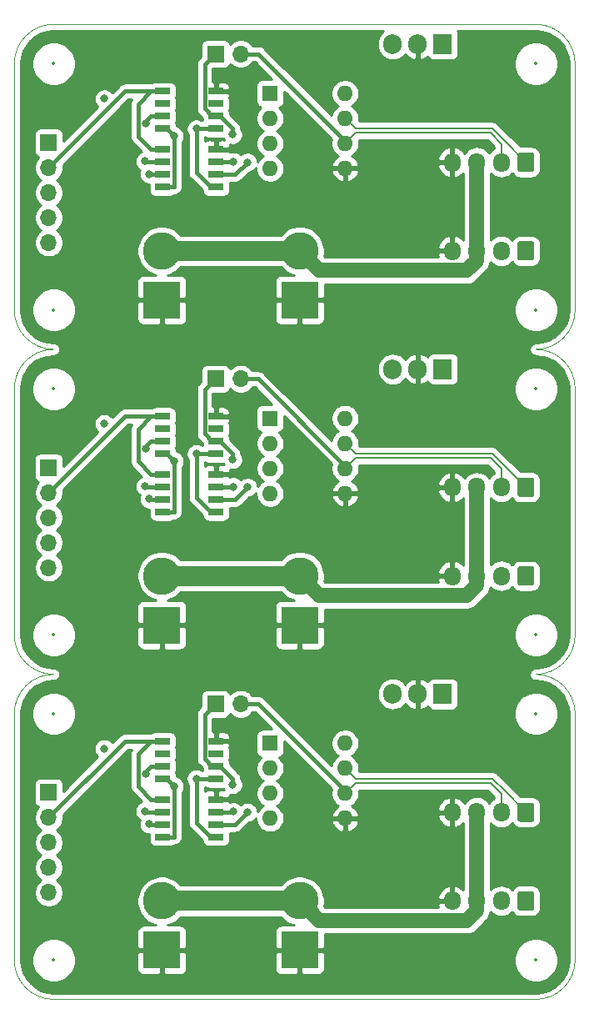
<source format=gbr>
G04 #@! TF.GenerationSoftware,KiCad,Pcbnew,(5.1.5)-3*
G04 #@! TF.CreationDate,2020-02-20T05:13:05+09:00*
G04 #@! TF.ProjectId,ServoDriver-order,53657276-6f44-4726-9976-65722d6f7264,rev?*
G04 #@! TF.SameCoordinates,Original*
G04 #@! TF.FileFunction,Copper,L2,Bot*
G04 #@! TF.FilePolarity,Positive*
%FSLAX46Y46*%
G04 Gerber Fmt 4.6, Leading zero omitted, Abs format (unit mm)*
G04 Created by KiCad (PCBNEW (5.1.5)-3) date 2020-02-20 05:13:05*
%MOMM*%
%LPD*%
G04 APERTURE LIST*
%ADD10C,0.050000*%
%ADD11R,1.700000X1.700000*%
%ADD12O,1.700000X1.700000*%
%ADD13R,1.525000X0.700000*%
%ADD14R,3.800000X3.800000*%
%ADD15C,3.800000*%
%ADD16R,1.600000X1.600000*%
%ADD17O,1.600000X1.600000*%
%ADD18C,0.100000*%
%ADD19O,1.700000X1.950000*%
%ADD20R,1.905000X2.000000*%
%ADD21O,1.905000X2.000000*%
%ADD22C,0.800000*%
%ADD23C,0.600000*%
%ADD24C,0.400000*%
%ADD25C,0.200000*%
%ADD26C,2.000000*%
%ADD27C,1.500000*%
%ADD28C,0.254000*%
%ADD29C,0.350000*%
%ADD30C,0.300000*%
G04 APERTURE END LIST*
D10*
X168000000Y-57000000D02*
X119000000Y-57000000D01*
X172000000Y-86000000D02*
G75*
G02X168000000Y-90000000I-4000000J0D01*
G01*
X172000000Y-119000000D02*
G75*
G02X168000000Y-123000000I-4000000J0D01*
G01*
X115000000Y-61000000D02*
X115000000Y-86000000D01*
X115000000Y-94000000D02*
X115000000Y-119000000D01*
X172000000Y-86000000D02*
X172000000Y-61000000D01*
X172000000Y-119000000D02*
X172000000Y-94000000D01*
X168000000Y-57000000D02*
G75*
G02X172000000Y-61000000I0J-4000000D01*
G01*
X168000000Y-90000000D02*
G75*
G02X172000000Y-94000000I0J-4000000D01*
G01*
X115000000Y-61000000D02*
G75*
G02X119000000Y-57000000I4000000J0D01*
G01*
X115000000Y-94000000D02*
G75*
G02X119000000Y-90000000I4000000J0D01*
G01*
X119000000Y-90000000D02*
G75*
G02X115000000Y-86000000I0J4000000D01*
G01*
X119000000Y-123000000D02*
G75*
G02X115000000Y-119000000I0J4000000D01*
G01*
X172000000Y-152000000D02*
G75*
G02X168000000Y-156000000I-4000000J0D01*
G01*
X119000000Y-156000000D02*
X168000000Y-156000000D01*
X119000000Y-156000000D02*
G75*
G02X115000000Y-152000000I0J4000000D01*
G01*
X115000000Y-127000000D02*
G75*
G02X119000000Y-123000000I4000000J0D01*
G01*
X168000000Y-123000000D02*
G75*
G02X172000000Y-127000000I0J-4000000D01*
G01*
X172000000Y-152000000D02*
X172000000Y-127000000D01*
X115000000Y-127000000D02*
X115000000Y-152000000D01*
D11*
X135460000Y-60000000D03*
D12*
X138000000Y-60000000D03*
D11*
X135460000Y-93000000D03*
D12*
X138000000Y-93000000D03*
D13*
X130076000Y-67600000D03*
X130076000Y-66330000D03*
X130076000Y-65060000D03*
X130076000Y-63790000D03*
X135500000Y-63790000D03*
X135500000Y-65060000D03*
X135500000Y-66330000D03*
X135500000Y-67600000D03*
X130076000Y-100600000D03*
X130076000Y-99330000D03*
X130076000Y-98060000D03*
X130076000Y-96790000D03*
X135500000Y-96790000D03*
X135500000Y-98060000D03*
X135500000Y-99330000D03*
X135500000Y-100600000D03*
X130076000Y-73510000D03*
X130076000Y-72240000D03*
X130076000Y-70970000D03*
X130076000Y-69700000D03*
X135500000Y-69700000D03*
X135500000Y-70970000D03*
X135500000Y-72240000D03*
X135500000Y-73510000D03*
X130076000Y-106510000D03*
X130076000Y-105240000D03*
X130076000Y-103970000D03*
X130076000Y-102700000D03*
X135500000Y-102700000D03*
X135500000Y-103970000D03*
X135500000Y-105240000D03*
X135500000Y-106510000D03*
D11*
X118500000Y-69000000D03*
D12*
X118500000Y-71540000D03*
X118500000Y-74080000D03*
X118500000Y-76620000D03*
X118500000Y-79160000D03*
D11*
X118500000Y-102000000D03*
D12*
X118500000Y-104540000D03*
X118500000Y-107080000D03*
X118500000Y-109620000D03*
X118500000Y-112160000D03*
D14*
X130000000Y-85000000D03*
D15*
X130000000Y-80000000D03*
D14*
X130000000Y-118000000D03*
D15*
X130000000Y-113000000D03*
D16*
X141000000Y-64000000D03*
D17*
X148620000Y-71620000D03*
X141000000Y-66540000D03*
X148620000Y-69080000D03*
X141000000Y-69080000D03*
X148620000Y-66540000D03*
X141000000Y-71620000D03*
X148620000Y-64000000D03*
D16*
X141000000Y-97000000D03*
D17*
X148620000Y-104620000D03*
X141000000Y-99540000D03*
X148620000Y-102080000D03*
X141000000Y-102080000D03*
X148620000Y-99540000D03*
X141000000Y-104620000D03*
X148620000Y-97000000D03*
G04 #@! TA.AperFunction,ComponentPad*
D18*
G36*
X167624504Y-79026204D02*
G01*
X167648773Y-79029804D01*
X167672571Y-79035765D01*
X167695671Y-79044030D01*
X167717849Y-79054520D01*
X167738893Y-79067133D01*
X167758598Y-79081747D01*
X167776777Y-79098223D01*
X167793253Y-79116402D01*
X167807867Y-79136107D01*
X167820480Y-79157151D01*
X167830970Y-79179329D01*
X167839235Y-79202429D01*
X167845196Y-79226227D01*
X167848796Y-79250496D01*
X167850000Y-79275000D01*
X167850000Y-80725000D01*
X167848796Y-80749504D01*
X167845196Y-80773773D01*
X167839235Y-80797571D01*
X167830970Y-80820671D01*
X167820480Y-80842849D01*
X167807867Y-80863893D01*
X167793253Y-80883598D01*
X167776777Y-80901777D01*
X167758598Y-80918253D01*
X167738893Y-80932867D01*
X167717849Y-80945480D01*
X167695671Y-80955970D01*
X167672571Y-80964235D01*
X167648773Y-80970196D01*
X167624504Y-80973796D01*
X167600000Y-80975000D01*
X166400000Y-80975000D01*
X166375496Y-80973796D01*
X166351227Y-80970196D01*
X166327429Y-80964235D01*
X166304329Y-80955970D01*
X166282151Y-80945480D01*
X166261107Y-80932867D01*
X166241402Y-80918253D01*
X166223223Y-80901777D01*
X166206747Y-80883598D01*
X166192133Y-80863893D01*
X166179520Y-80842849D01*
X166169030Y-80820671D01*
X166160765Y-80797571D01*
X166154804Y-80773773D01*
X166151204Y-80749504D01*
X166150000Y-80725000D01*
X166150000Y-79275000D01*
X166151204Y-79250496D01*
X166154804Y-79226227D01*
X166160765Y-79202429D01*
X166169030Y-79179329D01*
X166179520Y-79157151D01*
X166192133Y-79136107D01*
X166206747Y-79116402D01*
X166223223Y-79098223D01*
X166241402Y-79081747D01*
X166261107Y-79067133D01*
X166282151Y-79054520D01*
X166304329Y-79044030D01*
X166327429Y-79035765D01*
X166351227Y-79029804D01*
X166375496Y-79026204D01*
X166400000Y-79025000D01*
X167600000Y-79025000D01*
X167624504Y-79026204D01*
G37*
G04 #@! TD.AperFunction*
D19*
X164500000Y-80000000D03*
X162000000Y-80000000D03*
X159500000Y-80000000D03*
G04 #@! TA.AperFunction,ComponentPad*
D18*
G36*
X167624504Y-112026204D02*
G01*
X167648773Y-112029804D01*
X167672571Y-112035765D01*
X167695671Y-112044030D01*
X167717849Y-112054520D01*
X167738893Y-112067133D01*
X167758598Y-112081747D01*
X167776777Y-112098223D01*
X167793253Y-112116402D01*
X167807867Y-112136107D01*
X167820480Y-112157151D01*
X167830970Y-112179329D01*
X167839235Y-112202429D01*
X167845196Y-112226227D01*
X167848796Y-112250496D01*
X167850000Y-112275000D01*
X167850000Y-113725000D01*
X167848796Y-113749504D01*
X167845196Y-113773773D01*
X167839235Y-113797571D01*
X167830970Y-113820671D01*
X167820480Y-113842849D01*
X167807867Y-113863893D01*
X167793253Y-113883598D01*
X167776777Y-113901777D01*
X167758598Y-113918253D01*
X167738893Y-113932867D01*
X167717849Y-113945480D01*
X167695671Y-113955970D01*
X167672571Y-113964235D01*
X167648773Y-113970196D01*
X167624504Y-113973796D01*
X167600000Y-113975000D01*
X166400000Y-113975000D01*
X166375496Y-113973796D01*
X166351227Y-113970196D01*
X166327429Y-113964235D01*
X166304329Y-113955970D01*
X166282151Y-113945480D01*
X166261107Y-113932867D01*
X166241402Y-113918253D01*
X166223223Y-113901777D01*
X166206747Y-113883598D01*
X166192133Y-113863893D01*
X166179520Y-113842849D01*
X166169030Y-113820671D01*
X166160765Y-113797571D01*
X166154804Y-113773773D01*
X166151204Y-113749504D01*
X166150000Y-113725000D01*
X166150000Y-112275000D01*
X166151204Y-112250496D01*
X166154804Y-112226227D01*
X166160765Y-112202429D01*
X166169030Y-112179329D01*
X166179520Y-112157151D01*
X166192133Y-112136107D01*
X166206747Y-112116402D01*
X166223223Y-112098223D01*
X166241402Y-112081747D01*
X166261107Y-112067133D01*
X166282151Y-112054520D01*
X166304329Y-112044030D01*
X166327429Y-112035765D01*
X166351227Y-112029804D01*
X166375496Y-112026204D01*
X166400000Y-112025000D01*
X167600000Y-112025000D01*
X167624504Y-112026204D01*
G37*
G04 #@! TD.AperFunction*
D19*
X164500000Y-113000000D03*
X162000000Y-113000000D03*
X159500000Y-113000000D03*
G04 #@! TA.AperFunction,ComponentPad*
D18*
G36*
X167624504Y-70026204D02*
G01*
X167648773Y-70029804D01*
X167672571Y-70035765D01*
X167695671Y-70044030D01*
X167717849Y-70054520D01*
X167738893Y-70067133D01*
X167758598Y-70081747D01*
X167776777Y-70098223D01*
X167793253Y-70116402D01*
X167807867Y-70136107D01*
X167820480Y-70157151D01*
X167830970Y-70179329D01*
X167839235Y-70202429D01*
X167845196Y-70226227D01*
X167848796Y-70250496D01*
X167850000Y-70275000D01*
X167850000Y-71725000D01*
X167848796Y-71749504D01*
X167845196Y-71773773D01*
X167839235Y-71797571D01*
X167830970Y-71820671D01*
X167820480Y-71842849D01*
X167807867Y-71863893D01*
X167793253Y-71883598D01*
X167776777Y-71901777D01*
X167758598Y-71918253D01*
X167738893Y-71932867D01*
X167717849Y-71945480D01*
X167695671Y-71955970D01*
X167672571Y-71964235D01*
X167648773Y-71970196D01*
X167624504Y-71973796D01*
X167600000Y-71975000D01*
X166400000Y-71975000D01*
X166375496Y-71973796D01*
X166351227Y-71970196D01*
X166327429Y-71964235D01*
X166304329Y-71955970D01*
X166282151Y-71945480D01*
X166261107Y-71932867D01*
X166241402Y-71918253D01*
X166223223Y-71901777D01*
X166206747Y-71883598D01*
X166192133Y-71863893D01*
X166179520Y-71842849D01*
X166169030Y-71820671D01*
X166160765Y-71797571D01*
X166154804Y-71773773D01*
X166151204Y-71749504D01*
X166150000Y-71725000D01*
X166150000Y-70275000D01*
X166151204Y-70250496D01*
X166154804Y-70226227D01*
X166160765Y-70202429D01*
X166169030Y-70179329D01*
X166179520Y-70157151D01*
X166192133Y-70136107D01*
X166206747Y-70116402D01*
X166223223Y-70098223D01*
X166241402Y-70081747D01*
X166261107Y-70067133D01*
X166282151Y-70054520D01*
X166304329Y-70044030D01*
X166327429Y-70035765D01*
X166351227Y-70029804D01*
X166375496Y-70026204D01*
X166400000Y-70025000D01*
X167600000Y-70025000D01*
X167624504Y-70026204D01*
G37*
G04 #@! TD.AperFunction*
D19*
X164500000Y-71000000D03*
X162000000Y-71000000D03*
X159500000Y-71000000D03*
G04 #@! TA.AperFunction,ComponentPad*
D18*
G36*
X167624504Y-103026204D02*
G01*
X167648773Y-103029804D01*
X167672571Y-103035765D01*
X167695671Y-103044030D01*
X167717849Y-103054520D01*
X167738893Y-103067133D01*
X167758598Y-103081747D01*
X167776777Y-103098223D01*
X167793253Y-103116402D01*
X167807867Y-103136107D01*
X167820480Y-103157151D01*
X167830970Y-103179329D01*
X167839235Y-103202429D01*
X167845196Y-103226227D01*
X167848796Y-103250496D01*
X167850000Y-103275000D01*
X167850000Y-104725000D01*
X167848796Y-104749504D01*
X167845196Y-104773773D01*
X167839235Y-104797571D01*
X167830970Y-104820671D01*
X167820480Y-104842849D01*
X167807867Y-104863893D01*
X167793253Y-104883598D01*
X167776777Y-104901777D01*
X167758598Y-104918253D01*
X167738893Y-104932867D01*
X167717849Y-104945480D01*
X167695671Y-104955970D01*
X167672571Y-104964235D01*
X167648773Y-104970196D01*
X167624504Y-104973796D01*
X167600000Y-104975000D01*
X166400000Y-104975000D01*
X166375496Y-104973796D01*
X166351227Y-104970196D01*
X166327429Y-104964235D01*
X166304329Y-104955970D01*
X166282151Y-104945480D01*
X166261107Y-104932867D01*
X166241402Y-104918253D01*
X166223223Y-104901777D01*
X166206747Y-104883598D01*
X166192133Y-104863893D01*
X166179520Y-104842849D01*
X166169030Y-104820671D01*
X166160765Y-104797571D01*
X166154804Y-104773773D01*
X166151204Y-104749504D01*
X166150000Y-104725000D01*
X166150000Y-103275000D01*
X166151204Y-103250496D01*
X166154804Y-103226227D01*
X166160765Y-103202429D01*
X166169030Y-103179329D01*
X166179520Y-103157151D01*
X166192133Y-103136107D01*
X166206747Y-103116402D01*
X166223223Y-103098223D01*
X166241402Y-103081747D01*
X166261107Y-103067133D01*
X166282151Y-103054520D01*
X166304329Y-103044030D01*
X166327429Y-103035765D01*
X166351227Y-103029804D01*
X166375496Y-103026204D01*
X166400000Y-103025000D01*
X167600000Y-103025000D01*
X167624504Y-103026204D01*
G37*
G04 #@! TD.AperFunction*
D19*
X164500000Y-104000000D03*
X162000000Y-104000000D03*
X159500000Y-104000000D03*
D20*
X158540000Y-59000000D03*
D21*
X156000000Y-59000000D03*
X153460000Y-59000000D03*
D20*
X158540000Y-92000000D03*
D21*
X156000000Y-92000000D03*
X153460000Y-92000000D03*
D14*
X144000000Y-85000000D03*
D15*
X144000000Y-80000000D03*
D14*
X144000000Y-118000000D03*
D15*
X144000000Y-113000000D03*
D13*
X135500000Y-139510000D03*
X135500000Y-138240000D03*
X135500000Y-136970000D03*
X135500000Y-135700000D03*
X130076000Y-135700000D03*
X130076000Y-136970000D03*
X130076000Y-138240000D03*
X130076000Y-139510000D03*
X135500000Y-133600000D03*
X135500000Y-132330000D03*
X135500000Y-131060000D03*
X135500000Y-129790000D03*
X130076000Y-129790000D03*
X130076000Y-131060000D03*
X130076000Y-132330000D03*
X130076000Y-133600000D03*
D12*
X138000000Y-126000000D03*
D11*
X135460000Y-126000000D03*
D17*
X148620000Y-130000000D03*
X141000000Y-137620000D03*
X148620000Y-132540000D03*
X141000000Y-135080000D03*
X148620000Y-135080000D03*
X141000000Y-132540000D03*
X148620000Y-137620000D03*
D16*
X141000000Y-130000000D03*
D15*
X144000000Y-146000000D03*
D14*
X144000000Y-151000000D03*
D21*
X153460000Y-125000000D03*
X156000000Y-125000000D03*
D20*
X158540000Y-125000000D03*
D15*
X130000000Y-146000000D03*
D14*
X130000000Y-151000000D03*
D12*
X118500000Y-145160000D03*
X118500000Y-142620000D03*
X118500000Y-140080000D03*
X118500000Y-137540000D03*
D11*
X118500000Y-135000000D03*
D19*
X159500000Y-146000000D03*
X162000000Y-146000000D03*
X164500000Y-146000000D03*
G04 #@! TA.AperFunction,ComponentPad*
D18*
G36*
X167624504Y-145026204D02*
G01*
X167648773Y-145029804D01*
X167672571Y-145035765D01*
X167695671Y-145044030D01*
X167717849Y-145054520D01*
X167738893Y-145067133D01*
X167758598Y-145081747D01*
X167776777Y-145098223D01*
X167793253Y-145116402D01*
X167807867Y-145136107D01*
X167820480Y-145157151D01*
X167830970Y-145179329D01*
X167839235Y-145202429D01*
X167845196Y-145226227D01*
X167848796Y-145250496D01*
X167850000Y-145275000D01*
X167850000Y-146725000D01*
X167848796Y-146749504D01*
X167845196Y-146773773D01*
X167839235Y-146797571D01*
X167830970Y-146820671D01*
X167820480Y-146842849D01*
X167807867Y-146863893D01*
X167793253Y-146883598D01*
X167776777Y-146901777D01*
X167758598Y-146918253D01*
X167738893Y-146932867D01*
X167717849Y-146945480D01*
X167695671Y-146955970D01*
X167672571Y-146964235D01*
X167648773Y-146970196D01*
X167624504Y-146973796D01*
X167600000Y-146975000D01*
X166400000Y-146975000D01*
X166375496Y-146973796D01*
X166351227Y-146970196D01*
X166327429Y-146964235D01*
X166304329Y-146955970D01*
X166282151Y-146945480D01*
X166261107Y-146932867D01*
X166241402Y-146918253D01*
X166223223Y-146901777D01*
X166206747Y-146883598D01*
X166192133Y-146863893D01*
X166179520Y-146842849D01*
X166169030Y-146820671D01*
X166160765Y-146797571D01*
X166154804Y-146773773D01*
X166151204Y-146749504D01*
X166150000Y-146725000D01*
X166150000Y-145275000D01*
X166151204Y-145250496D01*
X166154804Y-145226227D01*
X166160765Y-145202429D01*
X166169030Y-145179329D01*
X166179520Y-145157151D01*
X166192133Y-145136107D01*
X166206747Y-145116402D01*
X166223223Y-145098223D01*
X166241402Y-145081747D01*
X166261107Y-145067133D01*
X166282151Y-145054520D01*
X166304329Y-145044030D01*
X166327429Y-145035765D01*
X166351227Y-145029804D01*
X166375496Y-145026204D01*
X166400000Y-145025000D01*
X167600000Y-145025000D01*
X167624504Y-145026204D01*
G37*
G04 #@! TD.AperFunction*
D19*
X159500000Y-137000000D03*
X162000000Y-137000000D03*
X164500000Y-137000000D03*
G04 #@! TA.AperFunction,ComponentPad*
D18*
G36*
X167624504Y-136026204D02*
G01*
X167648773Y-136029804D01*
X167672571Y-136035765D01*
X167695671Y-136044030D01*
X167717849Y-136054520D01*
X167738893Y-136067133D01*
X167758598Y-136081747D01*
X167776777Y-136098223D01*
X167793253Y-136116402D01*
X167807867Y-136136107D01*
X167820480Y-136157151D01*
X167830970Y-136179329D01*
X167839235Y-136202429D01*
X167845196Y-136226227D01*
X167848796Y-136250496D01*
X167850000Y-136275000D01*
X167850000Y-137725000D01*
X167848796Y-137749504D01*
X167845196Y-137773773D01*
X167839235Y-137797571D01*
X167830970Y-137820671D01*
X167820480Y-137842849D01*
X167807867Y-137863893D01*
X167793253Y-137883598D01*
X167776777Y-137901777D01*
X167758598Y-137918253D01*
X167738893Y-137932867D01*
X167717849Y-137945480D01*
X167695671Y-137955970D01*
X167672571Y-137964235D01*
X167648773Y-137970196D01*
X167624504Y-137973796D01*
X167600000Y-137975000D01*
X166400000Y-137975000D01*
X166375496Y-137973796D01*
X166351227Y-137970196D01*
X166327429Y-137964235D01*
X166304329Y-137955970D01*
X166282151Y-137945480D01*
X166261107Y-137932867D01*
X166241402Y-137918253D01*
X166223223Y-137901777D01*
X166206747Y-137883598D01*
X166192133Y-137863893D01*
X166179520Y-137842849D01*
X166169030Y-137820671D01*
X166160765Y-137797571D01*
X166154804Y-137773773D01*
X166151204Y-137749504D01*
X166150000Y-137725000D01*
X166150000Y-136275000D01*
X166151204Y-136250496D01*
X166154804Y-136226227D01*
X166160765Y-136202429D01*
X166169030Y-136179329D01*
X166179520Y-136157151D01*
X166192133Y-136136107D01*
X166206747Y-136116402D01*
X166223223Y-136098223D01*
X166241402Y-136081747D01*
X166261107Y-136067133D01*
X166282151Y-136054520D01*
X166304329Y-136044030D01*
X166327429Y-136035765D01*
X166351227Y-136029804D01*
X166375496Y-136026204D01*
X166400000Y-136025000D01*
X167600000Y-136025000D01*
X167624504Y-136026204D01*
G37*
G04 #@! TD.AperFunction*
D22*
X133500008Y-133600000D03*
X133500008Y-100600000D03*
X133500008Y-67600000D03*
D23*
X150300000Y-132600000D03*
X150300000Y-135000000D03*
X163400000Y-135400000D03*
X163400000Y-132100000D03*
X166500000Y-135100000D03*
X160700000Y-135500000D03*
X155700000Y-132600000D03*
X155700000Y-135000000D03*
X123900000Y-137700000D03*
X162500000Y-155000000D03*
X155000000Y-155000000D03*
X147500000Y-155000000D03*
X140000000Y-155000000D03*
X132500000Y-155000000D03*
X125000000Y-155000000D03*
X117500000Y-147500000D03*
X117500000Y-132500000D03*
X170000000Y-132500000D03*
X170000000Y-140000000D03*
X170000000Y-147500000D03*
X125000000Y-125000000D03*
X132500000Y-125000000D03*
X140000000Y-125000000D03*
X162500000Y-125000000D03*
X137200000Y-129800000D03*
X139400000Y-134200000D03*
X137200000Y-132100000D03*
X124800000Y-140700000D03*
X125000000Y-147500000D03*
X143900000Y-139000000D03*
X133000000Y-144000000D03*
X141000000Y-144000000D03*
X147000000Y-146000000D03*
X157000000Y-146000000D03*
X147000000Y-150000000D03*
X161000000Y-150000000D03*
X164000000Y-144000000D03*
X164000000Y-139000000D03*
X141000000Y-148000000D03*
X133000000Y-148000000D03*
X147100000Y-131800000D03*
X142700000Y-130200000D03*
X160000000Y-127000000D03*
X150400000Y-126200000D03*
X150000000Y-129000000D03*
X160000000Y-144000000D03*
X160000000Y-139000000D03*
X151750000Y-123900000D03*
X132500000Y-140000000D03*
X127300000Y-140600000D03*
D22*
X120400000Y-144800000D03*
D23*
X147100000Y-139000000D03*
X149000000Y-141200000D03*
X152500000Y-137900000D03*
X139300000Y-127500000D03*
X139300000Y-129800000D03*
X121800000Y-129000000D03*
X127400000Y-128700000D03*
X131700000Y-130300000D03*
X138400000Y-140900000D03*
X125000000Y-92000000D03*
X125000000Y-59000000D03*
X132500000Y-92000000D03*
X132500000Y-59000000D03*
X163400000Y-99100000D03*
X163400000Y-66100000D03*
X160700000Y-102500000D03*
X160700000Y-69500000D03*
X150300000Y-99600000D03*
X150300000Y-66600000D03*
X155700000Y-99600000D03*
X155700000Y-66600000D03*
X155700000Y-102000000D03*
X155700000Y-69000000D03*
X147500000Y-122000000D03*
X147500000Y-89000000D03*
X140000000Y-122000000D03*
X140000000Y-89000000D03*
X125000000Y-122000000D03*
X125000000Y-89000000D03*
X117500000Y-114500000D03*
X117500000Y-81500000D03*
X170000000Y-99500000D03*
X170000000Y-66500000D03*
X150300000Y-102000000D03*
X150300000Y-69000000D03*
X163400000Y-102400000D03*
X163400000Y-69400000D03*
X162500000Y-122000000D03*
X162500000Y-89000000D03*
X166500000Y-102100000D03*
X166500000Y-69100000D03*
X155000000Y-122000000D03*
X155000000Y-89000000D03*
X132500000Y-122000000D03*
X132500000Y-89000000D03*
X117500000Y-99500000D03*
X117500000Y-66500000D03*
X123900000Y-104700000D03*
X123900000Y-71700000D03*
X170000000Y-107000000D03*
X170000000Y-74000000D03*
X170000000Y-114500000D03*
X170000000Y-81500000D03*
X138400000Y-107900000D03*
X138400000Y-74900000D03*
X147100000Y-106000000D03*
X147100000Y-73000000D03*
X124800000Y-107700000D03*
X124800000Y-74700000D03*
X143900000Y-106000000D03*
X143900000Y-73000000D03*
X151750000Y-90900000D03*
X151750000Y-57900000D03*
X149000000Y-108200000D03*
X149000000Y-75200000D03*
X162500000Y-92000000D03*
X162500000Y-59000000D03*
X150400000Y-93200000D03*
X150400000Y-60200000D03*
X152500000Y-104900000D03*
X152500000Y-71900000D03*
X160000000Y-106000000D03*
X160000000Y-73000000D03*
X140000000Y-92000000D03*
X140000000Y-59000000D03*
X160000000Y-94000000D03*
X160000000Y-61000000D03*
X141000000Y-111000000D03*
X141000000Y-78000000D03*
X142700000Y-97200000D03*
X142700000Y-64200000D03*
X160000000Y-111000000D03*
X160000000Y-78000000D03*
X127300000Y-107600000D03*
X127300000Y-74600000D03*
X139300000Y-96800000D03*
X139300000Y-63800000D03*
X139400000Y-101200000D03*
X139400000Y-68200000D03*
X157000000Y-113000000D03*
X157000000Y-80000000D03*
X137200000Y-96800000D03*
X137200000Y-63800000D03*
X150000000Y-96000000D03*
X150000000Y-63000000D03*
X164000000Y-106000000D03*
X164000000Y-73000000D03*
X161000000Y-117000000D03*
X161000000Y-84000000D03*
X141000000Y-115000000D03*
X141000000Y-82000000D03*
X133000000Y-115000000D03*
X133000000Y-82000000D03*
X127400000Y-95700000D03*
X127400000Y-62700000D03*
X147000000Y-113000000D03*
X147000000Y-80000000D03*
X125000000Y-114500000D03*
X125000000Y-81500000D03*
X164000000Y-111000000D03*
X164000000Y-78000000D03*
X147100000Y-98800000D03*
X147100000Y-65800000D03*
D22*
X120400000Y-111800000D03*
X120400000Y-78800000D03*
D23*
X139300000Y-94500000D03*
X139300000Y-61500000D03*
X147000000Y-117000000D03*
X147000000Y-84000000D03*
X132500000Y-107000000D03*
X132500000Y-74000000D03*
X137200000Y-99100000D03*
X137200000Y-66100000D03*
X121800000Y-96000000D03*
X121800000Y-63000000D03*
X131700000Y-97300000D03*
X131700000Y-64300000D03*
X133000000Y-111000000D03*
X133000000Y-78000000D03*
D22*
X137200000Y-134200000D03*
X137200000Y-101200000D03*
X137200000Y-68200000D03*
X137257500Y-136942500D03*
X137257500Y-103942500D03*
X137257500Y-70942500D03*
X124145000Y-130555000D03*
X131238508Y-134350009D03*
X124145000Y-97555000D03*
X124145000Y-64555000D03*
X131238508Y-101350009D03*
X131238508Y-68350009D03*
X128300000Y-136900000D03*
X128300000Y-103900000D03*
X128300000Y-70900000D03*
X128400000Y-133100000D03*
X128400000Y-100100000D03*
X128400000Y-67100000D03*
X138700000Y-137000000D03*
X138700000Y-104000000D03*
X138700000Y-71000000D03*
X128700000Y-138200000D03*
X128700000Y-105200000D03*
X128700000Y-72200000D03*
D24*
X135500000Y-133600000D02*
X133500008Y-133600000D01*
X133500008Y-138072510D02*
X133500008Y-134165685D01*
X134937498Y-139510000D02*
X133500008Y-138072510D01*
X133500008Y-134165685D02*
X133500008Y-133600000D01*
X135500000Y-139510000D02*
X134937498Y-139510000D01*
X135500000Y-100600000D02*
X133500008Y-100600000D01*
X135500000Y-67600000D02*
X133500008Y-67600000D01*
X133500008Y-105072510D02*
X133500008Y-101165685D01*
X133500008Y-72072510D02*
X133500008Y-68165685D01*
X134937498Y-106510000D02*
X133500008Y-105072510D01*
X134937498Y-73510000D02*
X133500008Y-72072510D01*
X133500008Y-101165685D02*
X133500008Y-100600000D01*
X133500008Y-68165685D02*
X133500008Y-67600000D01*
X135500000Y-106510000D02*
X134937498Y-106510000D01*
X135500000Y-73510000D02*
X134937498Y-73510000D01*
D25*
X164818198Y-134818198D02*
X167000000Y-137000000D01*
X163585000Y-133585000D02*
X164818198Y-134818198D01*
X149665000Y-133585000D02*
X163585000Y-133585000D01*
X148620000Y-132540000D02*
X149665000Y-133585000D01*
X149665000Y-100585000D02*
X163585000Y-100585000D01*
X149665000Y-67585000D02*
X163585000Y-67585000D01*
X148620000Y-99540000D02*
X149665000Y-100585000D01*
X148620000Y-66540000D02*
X149665000Y-67585000D01*
X164818198Y-101818198D02*
X167000000Y-104000000D01*
X164818198Y-68818198D02*
X167000000Y-71000000D01*
X163585000Y-100585000D02*
X164818198Y-101818198D01*
X163585000Y-67585000D02*
X164818198Y-68818198D01*
X149665000Y-134035000D02*
X163398603Y-134035000D01*
X148620000Y-135080000D02*
X149665000Y-134035000D01*
X164500000Y-135136397D02*
X164500000Y-137000000D01*
X163398603Y-134035000D02*
X164500000Y-135136397D01*
D24*
X148620000Y-134820000D02*
X148620000Y-135080000D01*
X138000000Y-126000000D02*
X139800000Y-126000000D01*
X139800000Y-126000000D02*
X148620000Y-134820000D01*
D25*
X163398603Y-101035000D02*
X164500000Y-102136397D01*
X163398603Y-68035000D02*
X164500000Y-69136397D01*
D24*
X148620000Y-101820000D02*
X148620000Y-102080000D01*
X148620000Y-68820000D02*
X148620000Y-69080000D01*
D25*
X148620000Y-102080000D02*
X149665000Y-101035000D01*
X148620000Y-69080000D02*
X149665000Y-68035000D01*
X149665000Y-101035000D02*
X163398603Y-101035000D01*
X149665000Y-68035000D02*
X163398603Y-68035000D01*
D24*
X139800000Y-93000000D02*
X148620000Y-101820000D01*
X139800000Y-60000000D02*
X148620000Y-68820000D01*
D25*
X164500000Y-102136397D02*
X164500000Y-104000000D01*
X164500000Y-69136397D02*
X164500000Y-71000000D01*
D24*
X138000000Y-93000000D02*
X139800000Y-93000000D01*
X138000000Y-60000000D02*
X139800000Y-60000000D01*
X135087500Y-132330000D02*
X135500000Y-132330000D01*
X134337500Y-131580000D02*
X135087500Y-132330000D01*
X135460000Y-126000000D02*
X135400000Y-126000000D01*
X134337500Y-127062500D02*
X134337500Y-131580000D01*
X135400000Y-126000000D02*
X134337500Y-127062500D01*
X137200000Y-133600000D02*
X137200000Y-133634315D01*
X137200000Y-133634315D02*
X137200000Y-134200000D01*
X135000000Y-132330000D02*
X135930000Y-132330000D01*
X135930000Y-132330000D02*
X137200000Y-133600000D01*
X135087500Y-99330000D02*
X135500000Y-99330000D01*
X135087500Y-66330000D02*
X135500000Y-66330000D01*
X134337500Y-98580000D02*
X135087500Y-99330000D01*
X134337500Y-65580000D02*
X135087500Y-66330000D01*
X135460000Y-93000000D02*
X135400000Y-93000000D01*
X135460000Y-60000000D02*
X135400000Y-60000000D01*
X134337500Y-94062500D02*
X134337500Y-98580000D01*
X134337500Y-61062500D02*
X134337500Y-65580000D01*
X135400000Y-93000000D02*
X134337500Y-94062500D01*
X135400000Y-60000000D02*
X134337500Y-61062500D01*
X137200000Y-100600000D02*
X137200000Y-100634315D01*
X137200000Y-67600000D02*
X137200000Y-67634315D01*
X135930000Y-99330000D02*
X137200000Y-100600000D01*
X135930000Y-66330000D02*
X137200000Y-67600000D01*
X137200000Y-100634315D02*
X137200000Y-101200000D01*
X137200000Y-67634315D02*
X137200000Y-68200000D01*
X135000000Y-99330000D02*
X135930000Y-99330000D01*
X135000000Y-66330000D02*
X135930000Y-66330000D01*
X137230000Y-136970000D02*
X137257500Y-136942500D01*
X135500000Y-136970000D02*
X137230000Y-136970000D01*
X137230000Y-103970000D02*
X137257500Y-103942500D01*
X137230000Y-70970000D02*
X137257500Y-70942500D01*
X135500000Y-103970000D02*
X137230000Y-103970000D01*
X135500000Y-70970000D02*
X137230000Y-70970000D01*
X126250000Y-129790000D02*
X129576000Y-129790000D01*
X118500000Y-137540000D02*
X126250000Y-129790000D01*
X128913500Y-129790000D02*
X130076000Y-129790000D01*
X127599999Y-134386499D02*
X127599999Y-131103501D01*
X128913500Y-135700000D02*
X127599999Y-134386499D01*
X127599999Y-131103501D02*
X128913500Y-129790000D01*
X130076000Y-135700000D02*
X128913500Y-135700000D01*
X128913500Y-96790000D02*
X130076000Y-96790000D01*
X128913500Y-63790000D02*
X130076000Y-63790000D01*
X127599999Y-101386499D02*
X127599999Y-98103501D01*
X127599999Y-68386499D02*
X127599999Y-65103501D01*
X130076000Y-102700000D02*
X128913500Y-102700000D01*
X130076000Y-69700000D02*
X128913500Y-69700000D01*
X126250000Y-96790000D02*
X129576000Y-96790000D01*
X126250000Y-63790000D02*
X129576000Y-63790000D01*
X128913500Y-102700000D02*
X127599999Y-101386499D01*
X128913500Y-69700000D02*
X127599999Y-68386499D01*
X118500000Y-104540000D02*
X126250000Y-96790000D01*
X118500000Y-71540000D02*
X126250000Y-63790000D01*
X127599999Y-98103501D02*
X128913500Y-96790000D01*
X127599999Y-65103501D02*
X128913500Y-63790000D01*
X131238500Y-139510000D02*
X130076000Y-139510000D01*
X131238508Y-134350009D02*
X131238508Y-134350009D01*
X130076000Y-133600000D02*
X130488500Y-133600000D01*
X130488500Y-133600000D02*
X131238508Y-134350009D01*
X131238508Y-134350009D02*
X131238500Y-139510000D01*
X130076000Y-100600000D02*
X130488500Y-100600000D01*
X130076000Y-67600000D02*
X130488500Y-67600000D01*
X130488500Y-100600000D02*
X131238508Y-101350009D01*
X130488500Y-67600000D02*
X131238508Y-68350009D01*
X131238508Y-101350009D02*
X131238500Y-106510000D01*
X131238508Y-68350009D02*
X131238500Y-73510000D01*
X131238508Y-101350009D02*
X131238508Y-101350009D01*
X131238508Y-68350009D02*
X131238508Y-68350009D01*
X131238500Y-106510000D02*
X130076000Y-106510000D01*
X131238500Y-73510000D02*
X130076000Y-73510000D01*
X130076000Y-136970000D02*
X128370000Y-136970000D01*
X128370000Y-136970000D02*
X128300000Y-136900000D01*
X130076000Y-103970000D02*
X128370000Y-103970000D01*
X130076000Y-70970000D02*
X128370000Y-70970000D01*
X128370000Y-103970000D02*
X128300000Y-103900000D01*
X128370000Y-70970000D02*
X128300000Y-70900000D01*
X128400000Y-133100000D02*
X128400000Y-133100000D01*
X128913500Y-132330000D02*
X128400000Y-132843500D01*
X130076000Y-132330000D02*
X128913500Y-132330000D01*
X128400000Y-132843500D02*
X128400000Y-133100000D01*
X128400000Y-100100000D02*
X128400000Y-100100000D01*
X128400000Y-67100000D02*
X128400000Y-67100000D01*
X128913500Y-99330000D02*
X128400000Y-99843500D01*
X128913500Y-66330000D02*
X128400000Y-66843500D01*
X128400000Y-99843500D02*
X128400000Y-100100000D01*
X128400000Y-66843500D02*
X128400000Y-67100000D01*
X130076000Y-99330000D02*
X128913500Y-99330000D01*
X130076000Y-66330000D02*
X128913500Y-66330000D01*
D26*
X130000000Y-146000000D02*
X144000000Y-146000000D01*
D27*
X146000000Y-148000000D02*
X144000000Y-146000000D01*
X161000000Y-148000000D02*
X146000000Y-148000000D01*
X162000000Y-137000000D02*
X162000000Y-147000000D01*
X162000000Y-147000000D02*
X161000000Y-148000000D01*
X162000000Y-104000000D02*
X162000000Y-114000000D01*
X162000000Y-71000000D02*
X162000000Y-81000000D01*
X161000000Y-115000000D02*
X146000000Y-115000000D01*
X161000000Y-82000000D02*
X146000000Y-82000000D01*
X162000000Y-114000000D02*
X161000000Y-115000000D01*
X162000000Y-81000000D02*
X161000000Y-82000000D01*
D26*
X130000000Y-113000000D02*
X144000000Y-113000000D01*
X130000000Y-80000000D02*
X144000000Y-80000000D01*
D27*
X146000000Y-115000000D02*
X144000000Y-113000000D01*
X146000000Y-82000000D02*
X144000000Y-80000000D01*
D24*
X135500000Y-138240000D02*
X137460000Y-138240000D01*
X137460000Y-138240000D02*
X138700000Y-137000000D01*
X137460000Y-105240000D02*
X138700000Y-104000000D01*
X137460000Y-72240000D02*
X138700000Y-71000000D01*
X135500000Y-105240000D02*
X137460000Y-105240000D01*
X135500000Y-72240000D02*
X137460000Y-72240000D01*
X128740000Y-138240000D02*
X128700000Y-138200000D01*
X130076000Y-138240000D02*
X128740000Y-138240000D01*
X130076000Y-105240000D02*
X128740000Y-105240000D01*
X130076000Y-72240000D02*
X128740000Y-72240000D01*
X128740000Y-105240000D02*
X128700000Y-105200000D01*
X128740000Y-72240000D02*
X128700000Y-72200000D01*
D28*
G36*
X167361020Y-123155769D02*
G01*
X167366853Y-123186345D01*
X167379371Y-123217329D01*
X167388921Y-123249364D01*
X167403442Y-123276906D01*
X167415106Y-123305776D01*
X167433410Y-123333748D01*
X167448995Y-123363308D01*
X167468585Y-123387500D01*
X167485637Y-123413559D01*
X167509024Y-123437441D01*
X167530055Y-123463413D01*
X167553975Y-123483343D01*
X167575761Y-123505590D01*
X167603338Y-123524472D01*
X167629016Y-123545867D01*
X167656354Y-123560773D01*
X167682043Y-123578362D01*
X167712762Y-123591528D01*
X167742107Y-123607528D01*
X167771820Y-123616840D01*
X167800436Y-123629105D01*
X167833124Y-123636053D01*
X167865021Y-123646050D01*
X167895977Y-123649414D01*
X167926431Y-123655887D01*
X167935596Y-123656850D01*
X168648126Y-123726714D01*
X169271572Y-123914943D01*
X169846579Y-124220681D01*
X170351247Y-124632279D01*
X170766362Y-125134067D01*
X171076105Y-125706924D01*
X171268682Y-126329039D01*
X171340001Y-127007594D01*
X171340000Y-151967721D01*
X171273286Y-152648126D01*
X171085057Y-153271570D01*
X170779323Y-153846573D01*
X170367721Y-154351248D01*
X169865933Y-154766362D01*
X169293077Y-155076104D01*
X168670961Y-155268682D01*
X167992417Y-155340000D01*
X119032279Y-155340000D01*
X118351874Y-155273286D01*
X117728430Y-155085057D01*
X117153427Y-154779323D01*
X116648752Y-154367721D01*
X116233638Y-153865933D01*
X115923896Y-153293077D01*
X115731318Y-152670961D01*
X115660000Y-151992417D01*
X115660000Y-151779872D01*
X116765000Y-151779872D01*
X116765000Y-152220128D01*
X116850890Y-152651925D01*
X117019369Y-153058669D01*
X117263962Y-153424729D01*
X117575271Y-153736038D01*
X117941331Y-153980631D01*
X118348075Y-154149110D01*
X118779872Y-154235000D01*
X119220128Y-154235000D01*
X119651925Y-154149110D01*
X120058669Y-153980631D01*
X120424729Y-153736038D01*
X120736038Y-153424729D01*
X120980631Y-153058669D01*
X121046353Y-152900000D01*
X127461928Y-152900000D01*
X127474188Y-153024482D01*
X127510498Y-153144180D01*
X127569463Y-153254494D01*
X127648815Y-153351185D01*
X127745506Y-153430537D01*
X127855820Y-153489502D01*
X127975518Y-153525812D01*
X128100000Y-153538072D01*
X129714250Y-153535000D01*
X129873000Y-153376250D01*
X129873000Y-151127000D01*
X130127000Y-151127000D01*
X130127000Y-153376250D01*
X130285750Y-153535000D01*
X131900000Y-153538072D01*
X132024482Y-153525812D01*
X132144180Y-153489502D01*
X132254494Y-153430537D01*
X132351185Y-153351185D01*
X132430537Y-153254494D01*
X132489502Y-153144180D01*
X132525812Y-153024482D01*
X132538072Y-152900000D01*
X141461928Y-152900000D01*
X141474188Y-153024482D01*
X141510498Y-153144180D01*
X141569463Y-153254494D01*
X141648815Y-153351185D01*
X141745506Y-153430537D01*
X141855820Y-153489502D01*
X141975518Y-153525812D01*
X142100000Y-153538072D01*
X143714250Y-153535000D01*
X143873000Y-153376250D01*
X143873000Y-151127000D01*
X144127000Y-151127000D01*
X144127000Y-153376250D01*
X144285750Y-153535000D01*
X145900000Y-153538072D01*
X146024482Y-153525812D01*
X146144180Y-153489502D01*
X146254494Y-153430537D01*
X146351185Y-153351185D01*
X146430537Y-153254494D01*
X146489502Y-153144180D01*
X146525812Y-153024482D01*
X146538072Y-152900000D01*
X146535941Y-151779872D01*
X165765000Y-151779872D01*
X165765000Y-152220128D01*
X165850890Y-152651925D01*
X166019369Y-153058669D01*
X166263962Y-153424729D01*
X166575271Y-153736038D01*
X166941331Y-153980631D01*
X167348075Y-154149110D01*
X167779872Y-154235000D01*
X168220128Y-154235000D01*
X168651925Y-154149110D01*
X169058669Y-153980631D01*
X169424729Y-153736038D01*
X169736038Y-153424729D01*
X169980631Y-153058669D01*
X170149110Y-152651925D01*
X170235000Y-152220128D01*
X170235000Y-151779872D01*
X170149110Y-151348075D01*
X169980631Y-150941331D01*
X169736038Y-150575271D01*
X169424729Y-150263962D01*
X169058669Y-150019369D01*
X168651925Y-149850890D01*
X168220128Y-149765000D01*
X167779872Y-149765000D01*
X167348075Y-149850890D01*
X166941331Y-150019369D01*
X166575271Y-150263962D01*
X166263962Y-150575271D01*
X166019369Y-150941331D01*
X165850890Y-151348075D01*
X165765000Y-151779872D01*
X146535941Y-151779872D01*
X146535000Y-151285750D01*
X146376250Y-151127000D01*
X144127000Y-151127000D01*
X143873000Y-151127000D01*
X141623750Y-151127000D01*
X141465000Y-151285750D01*
X141461928Y-152900000D01*
X132538072Y-152900000D01*
X132535000Y-151285750D01*
X132376250Y-151127000D01*
X130127000Y-151127000D01*
X129873000Y-151127000D01*
X127623750Y-151127000D01*
X127465000Y-151285750D01*
X127461928Y-152900000D01*
X121046353Y-152900000D01*
X121149110Y-152651925D01*
X121235000Y-152220128D01*
X121235000Y-151779872D01*
X121149110Y-151348075D01*
X120980631Y-150941331D01*
X120736038Y-150575271D01*
X120424729Y-150263962D01*
X120058669Y-150019369D01*
X119651925Y-149850890D01*
X119220128Y-149765000D01*
X118779872Y-149765000D01*
X118348075Y-149850890D01*
X117941331Y-150019369D01*
X117575271Y-150263962D01*
X117263962Y-150575271D01*
X117019369Y-150941331D01*
X116850890Y-151348075D01*
X116765000Y-151779872D01*
X115660000Y-151779872D01*
X115660000Y-149100000D01*
X127461928Y-149100000D01*
X127465000Y-150714250D01*
X127623750Y-150873000D01*
X129873000Y-150873000D01*
X129873000Y-150853000D01*
X130127000Y-150853000D01*
X130127000Y-150873000D01*
X132376250Y-150873000D01*
X132535000Y-150714250D01*
X132538072Y-149100000D01*
X132525812Y-148975518D01*
X132489502Y-148855820D01*
X132430537Y-148745506D01*
X132351185Y-148648815D01*
X132254494Y-148569463D01*
X132144180Y-148510498D01*
X132024482Y-148474188D01*
X131900000Y-148461928D01*
X130604643Y-148464393D01*
X130739432Y-148437582D01*
X131200773Y-148246488D01*
X131615968Y-147969063D01*
X131950031Y-147635000D01*
X142049969Y-147635000D01*
X142384032Y-147969063D01*
X142799227Y-148246488D01*
X143260568Y-148437582D01*
X143395357Y-148464393D01*
X142100000Y-148461928D01*
X141975518Y-148474188D01*
X141855820Y-148510498D01*
X141745506Y-148569463D01*
X141648815Y-148648815D01*
X141569463Y-148745506D01*
X141510498Y-148855820D01*
X141474188Y-148975518D01*
X141461928Y-149100000D01*
X141465000Y-150714250D01*
X141623750Y-150873000D01*
X143873000Y-150873000D01*
X143873000Y-150853000D01*
X144127000Y-150853000D01*
X144127000Y-150873000D01*
X146376250Y-150873000D01*
X146535000Y-150714250D01*
X146537530Y-149385000D01*
X160931971Y-149385000D01*
X161000000Y-149391700D01*
X161068029Y-149385000D01*
X161068037Y-149385000D01*
X161271507Y-149364960D01*
X161532581Y-149285764D01*
X161773188Y-149157157D01*
X161984081Y-148984081D01*
X162027454Y-148931231D01*
X162931236Y-148027450D01*
X162984081Y-147984081D01*
X163157157Y-147773188D01*
X163285764Y-147532581D01*
X163364960Y-147271507D01*
X163381557Y-147102992D01*
X163444866Y-147180134D01*
X163670986Y-147365706D01*
X163928966Y-147503599D01*
X164208889Y-147588513D01*
X164500000Y-147617185D01*
X164791110Y-147588513D01*
X165071033Y-147503599D01*
X165329013Y-147365706D01*
X165555134Y-147180134D01*
X165607223Y-147116663D01*
X165661595Y-147218386D01*
X165772038Y-147352962D01*
X165906614Y-147463405D01*
X166060150Y-147545472D01*
X166226746Y-147596008D01*
X166400000Y-147613072D01*
X167600000Y-147613072D01*
X167773254Y-147596008D01*
X167939850Y-147545472D01*
X168093386Y-147463405D01*
X168227962Y-147352962D01*
X168338405Y-147218386D01*
X168420472Y-147064850D01*
X168471008Y-146898254D01*
X168488072Y-146725000D01*
X168488072Y-145275000D01*
X168471008Y-145101746D01*
X168420472Y-144935150D01*
X168338405Y-144781614D01*
X168227962Y-144647038D01*
X168093386Y-144536595D01*
X167939850Y-144454528D01*
X167773254Y-144403992D01*
X167600000Y-144386928D01*
X166400000Y-144386928D01*
X166226746Y-144403992D01*
X166060150Y-144454528D01*
X165906614Y-144536595D01*
X165772038Y-144647038D01*
X165661595Y-144781614D01*
X165607223Y-144883337D01*
X165555134Y-144819866D01*
X165329014Y-144634294D01*
X165071034Y-144496401D01*
X164791111Y-144411487D01*
X164500000Y-144382815D01*
X164208890Y-144411487D01*
X163928967Y-144496401D01*
X163670987Y-144634294D01*
X163444866Y-144819866D01*
X163385000Y-144892813D01*
X163385000Y-138107187D01*
X163444866Y-138180134D01*
X163670986Y-138365706D01*
X163928966Y-138503599D01*
X164208889Y-138588513D01*
X164500000Y-138617185D01*
X164791110Y-138588513D01*
X165071033Y-138503599D01*
X165329013Y-138365706D01*
X165555134Y-138180134D01*
X165607223Y-138116663D01*
X165661595Y-138218386D01*
X165772038Y-138352962D01*
X165906614Y-138463405D01*
X166060150Y-138545472D01*
X166226746Y-138596008D01*
X166400000Y-138613072D01*
X167600000Y-138613072D01*
X167773254Y-138596008D01*
X167939850Y-138545472D01*
X168093386Y-138463405D01*
X168227962Y-138352962D01*
X168338405Y-138218386D01*
X168420472Y-138064850D01*
X168471008Y-137898254D01*
X168488072Y-137725000D01*
X168488072Y-136275000D01*
X168471008Y-136101746D01*
X168420472Y-135935150D01*
X168338405Y-135781614D01*
X168227962Y-135647038D01*
X168093386Y-135536595D01*
X167939850Y-135454528D01*
X167773254Y-135403992D01*
X167600000Y-135386928D01*
X166426374Y-135386928D01*
X165363455Y-134324009D01*
X165363451Y-134324004D01*
X164130258Y-133090812D01*
X164107238Y-133062762D01*
X163995320Y-132970913D01*
X163867633Y-132902663D01*
X163729085Y-132860635D01*
X163621105Y-132850000D01*
X163585000Y-132846444D01*
X163548895Y-132850000D01*
X150021450Y-132850000D01*
X150055000Y-132681335D01*
X150055000Y-132398665D01*
X149999853Y-132121426D01*
X149891680Y-131860273D01*
X149734637Y-131625241D01*
X149534759Y-131425363D01*
X149302241Y-131270000D01*
X149534759Y-131114637D01*
X149734637Y-130914759D01*
X149891680Y-130679727D01*
X149999853Y-130418574D01*
X150055000Y-130141335D01*
X150055000Y-129858665D01*
X149999853Y-129581426D01*
X149891680Y-129320273D01*
X149734637Y-129085241D01*
X149534759Y-128885363D01*
X149299727Y-128728320D01*
X149038574Y-128620147D01*
X148761335Y-128565000D01*
X148478665Y-128565000D01*
X148201426Y-128620147D01*
X147940273Y-128728320D01*
X147705241Y-128885363D01*
X147505363Y-129085241D01*
X147348320Y-129320273D01*
X147240147Y-129581426D01*
X147185000Y-129858665D01*
X147185000Y-130141335D01*
X147240147Y-130418574D01*
X147348320Y-130679727D01*
X147505363Y-130914759D01*
X147705241Y-131114637D01*
X147937759Y-131270000D01*
X147705241Y-131425363D01*
X147505363Y-131625241D01*
X147348320Y-131860273D01*
X147240147Y-132121426D01*
X147217276Y-132236407D01*
X141760740Y-126779872D01*
X165765000Y-126779872D01*
X165765000Y-127220128D01*
X165850890Y-127651925D01*
X166019369Y-128058669D01*
X166263962Y-128424729D01*
X166575271Y-128736038D01*
X166941331Y-128980631D01*
X167348075Y-129149110D01*
X167779872Y-129235000D01*
X168220128Y-129235000D01*
X168651925Y-129149110D01*
X169058669Y-128980631D01*
X169424729Y-128736038D01*
X169736038Y-128424729D01*
X169980631Y-128058669D01*
X170149110Y-127651925D01*
X170235000Y-127220128D01*
X170235000Y-126779872D01*
X170149110Y-126348075D01*
X169980631Y-125941331D01*
X169736038Y-125575271D01*
X169424729Y-125263962D01*
X169058669Y-125019369D01*
X168651925Y-124850890D01*
X168220128Y-124765000D01*
X167779872Y-124765000D01*
X167348075Y-124850890D01*
X166941331Y-125019369D01*
X166575271Y-125263962D01*
X166263962Y-125575271D01*
X166019369Y-125941331D01*
X165850890Y-126348075D01*
X165765000Y-126779872D01*
X141760740Y-126779872D01*
X140419446Y-125438579D01*
X140393291Y-125406709D01*
X140266146Y-125302364D01*
X140121087Y-125224828D01*
X139963689Y-125177082D01*
X139841019Y-125165000D01*
X139841018Y-125165000D01*
X139800000Y-125160960D01*
X139758982Y-125165000D01*
X139228065Y-125165000D01*
X139153475Y-125053368D01*
X138974621Y-124874514D01*
X151872500Y-124874514D01*
X151872500Y-125125485D01*
X151895470Y-125358703D01*
X151986245Y-125657948D01*
X152133655Y-125933734D01*
X152332037Y-126175463D01*
X152573765Y-126373845D01*
X152849551Y-126521255D01*
X153148796Y-126612030D01*
X153460000Y-126642681D01*
X153771203Y-126612030D01*
X154070448Y-126521255D01*
X154346234Y-126373845D01*
X154587963Y-126175463D01*
X154735163Y-125996101D01*
X154890563Y-126181315D01*
X155133077Y-126375969D01*
X155408906Y-126519571D01*
X155627020Y-126590563D01*
X155873000Y-126470594D01*
X155873000Y-125127000D01*
X155853000Y-125127000D01*
X155853000Y-124873000D01*
X155873000Y-124873000D01*
X155873000Y-123529406D01*
X156127000Y-123529406D01*
X156127000Y-124873000D01*
X156147000Y-124873000D01*
X156147000Y-125127000D01*
X156127000Y-125127000D01*
X156127000Y-126470594D01*
X156372980Y-126590563D01*
X156591094Y-126519571D01*
X156866923Y-126375969D01*
X157007941Y-126262781D01*
X157056963Y-126354494D01*
X157136315Y-126451185D01*
X157233006Y-126530537D01*
X157343320Y-126589502D01*
X157463018Y-126625812D01*
X157587500Y-126638072D01*
X159492500Y-126638072D01*
X159616982Y-126625812D01*
X159736680Y-126589502D01*
X159846994Y-126530537D01*
X159943685Y-126451185D01*
X160023037Y-126354494D01*
X160082002Y-126244180D01*
X160118312Y-126124482D01*
X160130572Y-126000000D01*
X160130572Y-124000000D01*
X160118312Y-123875518D01*
X160082002Y-123755820D01*
X160023037Y-123645506D01*
X159943685Y-123548815D01*
X159846994Y-123469463D01*
X159736680Y-123410498D01*
X159616982Y-123374188D01*
X159492500Y-123361928D01*
X157587500Y-123361928D01*
X157463018Y-123374188D01*
X157343320Y-123410498D01*
X157233006Y-123469463D01*
X157136315Y-123548815D01*
X157056963Y-123645506D01*
X157007941Y-123737219D01*
X156866923Y-123624031D01*
X156591094Y-123480429D01*
X156372980Y-123409437D01*
X156127000Y-123529406D01*
X155873000Y-123529406D01*
X155627020Y-123409437D01*
X155408906Y-123480429D01*
X155133077Y-123624031D01*
X154890563Y-123818685D01*
X154735162Y-124003900D01*
X154587963Y-123824537D01*
X154346235Y-123626155D01*
X154070449Y-123478745D01*
X153771204Y-123387970D01*
X153460000Y-123357319D01*
X153148797Y-123387970D01*
X152849552Y-123478745D01*
X152573766Y-123626155D01*
X152332037Y-123824537D01*
X152133655Y-124066265D01*
X151986245Y-124342051D01*
X151895470Y-124641296D01*
X151872500Y-124874514D01*
X138974621Y-124874514D01*
X138946632Y-124846525D01*
X138703411Y-124684010D01*
X138433158Y-124572068D01*
X138146260Y-124515000D01*
X137853740Y-124515000D01*
X137566842Y-124572068D01*
X137296589Y-124684010D01*
X137053368Y-124846525D01*
X136921513Y-124978380D01*
X136899502Y-124905820D01*
X136840537Y-124795506D01*
X136761185Y-124698815D01*
X136664494Y-124619463D01*
X136554180Y-124560498D01*
X136434482Y-124524188D01*
X136310000Y-124511928D01*
X134610000Y-124511928D01*
X134485518Y-124524188D01*
X134365820Y-124560498D01*
X134255506Y-124619463D01*
X134158815Y-124698815D01*
X134079463Y-124795506D01*
X134020498Y-124905820D01*
X133984188Y-125025518D01*
X133971928Y-125150000D01*
X133971928Y-126247205D01*
X133776078Y-126443055D01*
X133744209Y-126469209D01*
X133668527Y-126561429D01*
X133639864Y-126596355D01*
X133562328Y-126741414D01*
X133514582Y-126898812D01*
X133498460Y-127062500D01*
X133502500Y-127103519D01*
X133502501Y-131538972D01*
X133498460Y-131580000D01*
X133514582Y-131743688D01*
X133562328Y-131901086D01*
X133639864Y-132046145D01*
X133655338Y-132065000D01*
X133744210Y-132173291D01*
X133776074Y-132199441D01*
X134099428Y-132522795D01*
X134099428Y-132680000D01*
X134107413Y-132761071D01*
X133990264Y-132682795D01*
X133801906Y-132604774D01*
X133601947Y-132565000D01*
X133398069Y-132565000D01*
X133198110Y-132604774D01*
X133009752Y-132682795D01*
X132840234Y-132796063D01*
X132696071Y-132940226D01*
X132582803Y-133109744D01*
X132504782Y-133298102D01*
X132465008Y-133498061D01*
X132465008Y-133701939D01*
X132504782Y-133901898D01*
X132582803Y-134090256D01*
X132665009Y-134213286D01*
X132665008Y-138031491D01*
X132660968Y-138072510D01*
X132665008Y-138113528D01*
X132677090Y-138236198D01*
X132724836Y-138393596D01*
X132802372Y-138538655D01*
X132906717Y-138665801D01*
X132938586Y-138691956D01*
X134099428Y-139852799D01*
X134099428Y-139860000D01*
X134111688Y-139984482D01*
X134147998Y-140104180D01*
X134206963Y-140214494D01*
X134286315Y-140311185D01*
X134383006Y-140390537D01*
X134493320Y-140449502D01*
X134613018Y-140485812D01*
X134737500Y-140498072D01*
X136262500Y-140498072D01*
X136386982Y-140485812D01*
X136506680Y-140449502D01*
X136616994Y-140390537D01*
X136713685Y-140311185D01*
X136793037Y-140214494D01*
X136852002Y-140104180D01*
X136888312Y-139984482D01*
X136900572Y-139860000D01*
X136900572Y-139160000D01*
X136892201Y-139075000D01*
X137418982Y-139075000D01*
X137460000Y-139079040D01*
X137501018Y-139075000D01*
X137501019Y-139075000D01*
X137623689Y-139062918D01*
X137781087Y-139015172D01*
X137926146Y-138937636D01*
X138053291Y-138833291D01*
X138079445Y-138801422D01*
X138856776Y-138024092D01*
X139001898Y-137995226D01*
X139190256Y-137917205D01*
X139359774Y-137803937D01*
X139503937Y-137659774D01*
X139565000Y-137568387D01*
X139565000Y-137761335D01*
X139620147Y-138038574D01*
X139728320Y-138299727D01*
X139885363Y-138534759D01*
X140085241Y-138734637D01*
X140320273Y-138891680D01*
X140581426Y-138999853D01*
X140858665Y-139055000D01*
X141141335Y-139055000D01*
X141418574Y-138999853D01*
X141679727Y-138891680D01*
X141914759Y-138734637D01*
X142114637Y-138534759D01*
X142271680Y-138299727D01*
X142379853Y-138038574D01*
X142393684Y-137969039D01*
X147228096Y-137969039D01*
X147268754Y-138103087D01*
X147388963Y-138357420D01*
X147556481Y-138583414D01*
X147764869Y-138772385D01*
X148006119Y-138917070D01*
X148270960Y-139011909D01*
X148493000Y-138890624D01*
X148493000Y-137747000D01*
X148747000Y-137747000D01*
X148747000Y-138890624D01*
X148969040Y-139011909D01*
X149233881Y-138917070D01*
X149475131Y-138772385D01*
X149683519Y-138583414D01*
X149851037Y-138357420D01*
X149971246Y-138103087D01*
X150011904Y-137969039D01*
X149889915Y-137747000D01*
X148747000Y-137747000D01*
X148493000Y-137747000D01*
X147350085Y-137747000D01*
X147228096Y-137969039D01*
X142393684Y-137969039D01*
X142435000Y-137761335D01*
X142435000Y-137478665D01*
X142379853Y-137201426D01*
X142271680Y-136940273D01*
X142114637Y-136705241D01*
X141914759Y-136505363D01*
X141682241Y-136350000D01*
X141914759Y-136194637D01*
X142114637Y-135994759D01*
X142271680Y-135759727D01*
X142379853Y-135498574D01*
X142435000Y-135221335D01*
X142435000Y-134938665D01*
X142379853Y-134661426D01*
X142271680Y-134400273D01*
X142114637Y-134165241D01*
X141914759Y-133965363D01*
X141682241Y-133810000D01*
X141914759Y-133654637D01*
X142114637Y-133454759D01*
X142271680Y-133219727D01*
X142379853Y-132958574D01*
X142435000Y-132681335D01*
X142435000Y-132398665D01*
X142379853Y-132121426D01*
X142271680Y-131860273D01*
X142114637Y-131625241D01*
X141916039Y-131426643D01*
X141924482Y-131425812D01*
X142044180Y-131389502D01*
X142154494Y-131330537D01*
X142251185Y-131251185D01*
X142330537Y-131154494D01*
X142389502Y-131044180D01*
X142425812Y-130924482D01*
X142438072Y-130800000D01*
X142438072Y-129818940D01*
X147251983Y-134632852D01*
X147240147Y-134661426D01*
X147185000Y-134938665D01*
X147185000Y-135221335D01*
X147240147Y-135498574D01*
X147348320Y-135759727D01*
X147505363Y-135994759D01*
X147705241Y-136194637D01*
X147940273Y-136351680D01*
X147950865Y-136356067D01*
X147764869Y-136467615D01*
X147556481Y-136656586D01*
X147388963Y-136882580D01*
X147268754Y-137136913D01*
X147228096Y-137270961D01*
X147350085Y-137493000D01*
X148493000Y-137493000D01*
X148493000Y-137473000D01*
X148747000Y-137473000D01*
X148747000Y-137493000D01*
X149889915Y-137493000D01*
X149963388Y-137359267D01*
X158033680Y-137359267D01*
X158107558Y-137640830D01*
X158234947Y-137902570D01*
X158410951Y-138134429D01*
X158628807Y-138327496D01*
X158880142Y-138474352D01*
X159143110Y-138566476D01*
X159373000Y-138445155D01*
X159373000Y-137127000D01*
X158173835Y-137127000D01*
X158033680Y-137359267D01*
X149963388Y-137359267D01*
X150011904Y-137270961D01*
X149971246Y-137136913D01*
X149851037Y-136882580D01*
X149683519Y-136656586D01*
X149666038Y-136640733D01*
X158033680Y-136640733D01*
X158173835Y-136873000D01*
X159373000Y-136873000D01*
X159373000Y-135554845D01*
X159143110Y-135433524D01*
X158880142Y-135525648D01*
X158628807Y-135672504D01*
X158410951Y-135865571D01*
X158234947Y-136097430D01*
X158107558Y-136359170D01*
X158033680Y-136640733D01*
X149666038Y-136640733D01*
X149475131Y-136467615D01*
X149289135Y-136356067D01*
X149299727Y-136351680D01*
X149534759Y-136194637D01*
X149734637Y-135994759D01*
X149891680Y-135759727D01*
X149999853Y-135498574D01*
X150055000Y-135221335D01*
X150055000Y-134938665D01*
X150021450Y-134770000D01*
X163094157Y-134770000D01*
X163765000Y-135440844D01*
X163765000Y-135584043D01*
X163670987Y-135634294D01*
X163444866Y-135819866D01*
X163259294Y-136045986D01*
X163250000Y-136063374D01*
X163240706Y-136045986D01*
X163055134Y-135819866D01*
X162829014Y-135634294D01*
X162571034Y-135496401D01*
X162291111Y-135411487D01*
X162000000Y-135382815D01*
X161708890Y-135411487D01*
X161428967Y-135496401D01*
X161170987Y-135634294D01*
X160944866Y-135819866D01*
X160759294Y-136045986D01*
X160745538Y-136071722D01*
X160589049Y-135865571D01*
X160371193Y-135672504D01*
X160119858Y-135525648D01*
X159856890Y-135433524D01*
X159627000Y-135554845D01*
X159627000Y-136873000D01*
X159647000Y-136873000D01*
X159647000Y-137127000D01*
X159627000Y-137127000D01*
X159627000Y-138445155D01*
X159856890Y-138566476D01*
X160119858Y-138474352D01*
X160371193Y-138327496D01*
X160589049Y-138134429D01*
X160615000Y-138100242D01*
X160615001Y-144899759D01*
X160589049Y-144865571D01*
X160371193Y-144672504D01*
X160119858Y-144525648D01*
X159856890Y-144433524D01*
X159627000Y-144554845D01*
X159627000Y-145873000D01*
X159647000Y-145873000D01*
X159647000Y-146127000D01*
X159627000Y-146127000D01*
X159627000Y-146147000D01*
X159373000Y-146147000D01*
X159373000Y-146127000D01*
X158173835Y-146127000D01*
X158033680Y-146359267D01*
X158100781Y-146615000D01*
X146573686Y-146615000D01*
X146480807Y-146522122D01*
X146535000Y-146249676D01*
X146535000Y-145750324D01*
X146513202Y-145640733D01*
X158033680Y-145640733D01*
X158173835Y-145873000D01*
X159373000Y-145873000D01*
X159373000Y-144554845D01*
X159143110Y-144433524D01*
X158880142Y-144525648D01*
X158628807Y-144672504D01*
X158410951Y-144865571D01*
X158234947Y-145097430D01*
X158107558Y-145359170D01*
X158033680Y-145640733D01*
X146513202Y-145640733D01*
X146437582Y-145260568D01*
X146246488Y-144799227D01*
X145969063Y-144384032D01*
X145615968Y-144030937D01*
X145200773Y-143753512D01*
X144739432Y-143562418D01*
X144249676Y-143465000D01*
X143750324Y-143465000D01*
X143260568Y-143562418D01*
X142799227Y-143753512D01*
X142384032Y-144030937D01*
X142049969Y-144365000D01*
X131950031Y-144365000D01*
X131615968Y-144030937D01*
X131200773Y-143753512D01*
X130739432Y-143562418D01*
X130249676Y-143465000D01*
X129750324Y-143465000D01*
X129260568Y-143562418D01*
X128799227Y-143753512D01*
X128384032Y-144030937D01*
X128030937Y-144384032D01*
X127753512Y-144799227D01*
X127562418Y-145260568D01*
X127465000Y-145750324D01*
X127465000Y-146249676D01*
X127562418Y-146739432D01*
X127753512Y-147200773D01*
X128030937Y-147615968D01*
X128384032Y-147969063D01*
X128799227Y-148246488D01*
X129260568Y-148437582D01*
X129395357Y-148464393D01*
X128100000Y-148461928D01*
X127975518Y-148474188D01*
X127855820Y-148510498D01*
X127745506Y-148569463D01*
X127648815Y-148648815D01*
X127569463Y-148745506D01*
X127510498Y-148855820D01*
X127474188Y-148975518D01*
X127461928Y-149100000D01*
X115660000Y-149100000D01*
X115660000Y-134150000D01*
X117011928Y-134150000D01*
X117011928Y-135850000D01*
X117024188Y-135974482D01*
X117060498Y-136094180D01*
X117119463Y-136204494D01*
X117198815Y-136301185D01*
X117295506Y-136380537D01*
X117405820Y-136439502D01*
X117478380Y-136461513D01*
X117346525Y-136593368D01*
X117184010Y-136836589D01*
X117072068Y-137106842D01*
X117015000Y-137393740D01*
X117015000Y-137686260D01*
X117072068Y-137973158D01*
X117184010Y-138243411D01*
X117346525Y-138486632D01*
X117553368Y-138693475D01*
X117727760Y-138810000D01*
X117553368Y-138926525D01*
X117346525Y-139133368D01*
X117184010Y-139376589D01*
X117072068Y-139646842D01*
X117015000Y-139933740D01*
X117015000Y-140226260D01*
X117072068Y-140513158D01*
X117184010Y-140783411D01*
X117346525Y-141026632D01*
X117553368Y-141233475D01*
X117727760Y-141350000D01*
X117553368Y-141466525D01*
X117346525Y-141673368D01*
X117184010Y-141916589D01*
X117072068Y-142186842D01*
X117015000Y-142473740D01*
X117015000Y-142766260D01*
X117072068Y-143053158D01*
X117184010Y-143323411D01*
X117346525Y-143566632D01*
X117553368Y-143773475D01*
X117727760Y-143890000D01*
X117553368Y-144006525D01*
X117346525Y-144213368D01*
X117184010Y-144456589D01*
X117072068Y-144726842D01*
X117015000Y-145013740D01*
X117015000Y-145306260D01*
X117072068Y-145593158D01*
X117184010Y-145863411D01*
X117346525Y-146106632D01*
X117553368Y-146313475D01*
X117796589Y-146475990D01*
X118066842Y-146587932D01*
X118353740Y-146645000D01*
X118646260Y-146645000D01*
X118933158Y-146587932D01*
X119203411Y-146475990D01*
X119446632Y-146313475D01*
X119653475Y-146106632D01*
X119815990Y-145863411D01*
X119927932Y-145593158D01*
X119985000Y-145306260D01*
X119985000Y-145013740D01*
X119927932Y-144726842D01*
X119815990Y-144456589D01*
X119653475Y-144213368D01*
X119446632Y-144006525D01*
X119272240Y-143890000D01*
X119446632Y-143773475D01*
X119653475Y-143566632D01*
X119815990Y-143323411D01*
X119927932Y-143053158D01*
X119985000Y-142766260D01*
X119985000Y-142473740D01*
X119927932Y-142186842D01*
X119815990Y-141916589D01*
X119653475Y-141673368D01*
X119446632Y-141466525D01*
X119272240Y-141350000D01*
X119446632Y-141233475D01*
X119653475Y-141026632D01*
X119815990Y-140783411D01*
X119927932Y-140513158D01*
X119985000Y-140226260D01*
X119985000Y-139933740D01*
X119927932Y-139646842D01*
X119815990Y-139376589D01*
X119653475Y-139133368D01*
X119446632Y-138926525D01*
X119272240Y-138810000D01*
X119446632Y-138693475D01*
X119653475Y-138486632D01*
X119815990Y-138243411D01*
X119927932Y-137973158D01*
X119985000Y-137686260D01*
X119985000Y-137393740D01*
X119958807Y-137262060D01*
X126595868Y-130625000D01*
X126912503Y-130625000D01*
X126902363Y-130637356D01*
X126824827Y-130782415D01*
X126777081Y-130939813D01*
X126760959Y-131103501D01*
X126765000Y-131144529D01*
X126764999Y-134345480D01*
X126760959Y-134386499D01*
X126764999Y-134427517D01*
X126777081Y-134550187D01*
X126824827Y-134707585D01*
X126902363Y-134852644D01*
X127006708Y-134979790D01*
X127038577Y-135005945D01*
X127955183Y-135922552D01*
X127809744Y-135982795D01*
X127640226Y-136096063D01*
X127496063Y-136240226D01*
X127382795Y-136409744D01*
X127304774Y-136598102D01*
X127265000Y-136798061D01*
X127265000Y-137001939D01*
X127304774Y-137201898D01*
X127382795Y-137390256D01*
X127496063Y-137559774D01*
X127640226Y-137703937D01*
X127753774Y-137779807D01*
X127704774Y-137898102D01*
X127665000Y-138098061D01*
X127665000Y-138301939D01*
X127704774Y-138501898D01*
X127782795Y-138690256D01*
X127896063Y-138859774D01*
X128040226Y-139003937D01*
X128209744Y-139117205D01*
X128398102Y-139195226D01*
X128598061Y-139235000D01*
X128675428Y-139235000D01*
X128675428Y-139860000D01*
X128687688Y-139984482D01*
X128723998Y-140104180D01*
X128782963Y-140214494D01*
X128862315Y-140311185D01*
X128959006Y-140390537D01*
X129069320Y-140449502D01*
X129189018Y-140485812D01*
X129313500Y-140498072D01*
X130838500Y-140498072D01*
X130962982Y-140485812D01*
X131082680Y-140449502D01*
X131192994Y-140390537D01*
X131244250Y-140348473D01*
X131279510Y-140345000D01*
X131279519Y-140345000D01*
X131402189Y-140332918D01*
X131559587Y-140285172D01*
X131704646Y-140207636D01*
X131831791Y-140103291D01*
X131936136Y-139976146D01*
X132013672Y-139831087D01*
X132061418Y-139673689D01*
X132077540Y-139510000D01*
X132073499Y-139468973D01*
X132073507Y-134963295D01*
X132155713Y-134840265D01*
X132233734Y-134651907D01*
X132273508Y-134451948D01*
X132273508Y-134248070D01*
X132233734Y-134048111D01*
X132155713Y-133859753D01*
X132042445Y-133690235D01*
X131898282Y-133546072D01*
X131728764Y-133432804D01*
X131540406Y-133354783D01*
X131476572Y-133342086D01*
X131476572Y-133250000D01*
X131464312Y-133125518D01*
X131428002Y-133005820D01*
X131406183Y-132965000D01*
X131428002Y-132924180D01*
X131464312Y-132804482D01*
X131476572Y-132680000D01*
X131476572Y-131980000D01*
X131464312Y-131855518D01*
X131428002Y-131735820D01*
X131406183Y-131695000D01*
X131428002Y-131654180D01*
X131464312Y-131534482D01*
X131476572Y-131410000D01*
X131476572Y-130710000D01*
X131464312Y-130585518D01*
X131428002Y-130465820D01*
X131406183Y-130425000D01*
X131428002Y-130384180D01*
X131464312Y-130264482D01*
X131476572Y-130140000D01*
X131476572Y-129440000D01*
X131464312Y-129315518D01*
X131428002Y-129195820D01*
X131369037Y-129085506D01*
X131289685Y-128988815D01*
X131192994Y-128909463D01*
X131082680Y-128850498D01*
X130962982Y-128814188D01*
X130838500Y-128801928D01*
X129313500Y-128801928D01*
X129189018Y-128814188D01*
X129069320Y-128850498D01*
X128959006Y-128909463D01*
X128907752Y-128951526D01*
X128872481Y-128955000D01*
X126291018Y-128955000D01*
X126249999Y-128950960D01*
X126208981Y-128955000D01*
X126086311Y-128967082D01*
X125928913Y-129014828D01*
X125783854Y-129092364D01*
X125656709Y-129196709D01*
X125630559Y-129228573D01*
X124954933Y-129904199D01*
X124948937Y-129895226D01*
X124804774Y-129751063D01*
X124635256Y-129637795D01*
X124446898Y-129559774D01*
X124246939Y-129520000D01*
X124043061Y-129520000D01*
X123843102Y-129559774D01*
X123654744Y-129637795D01*
X123485226Y-129751063D01*
X123341063Y-129895226D01*
X123227795Y-130064744D01*
X123149774Y-130253102D01*
X123110000Y-130453061D01*
X123110000Y-130656939D01*
X123149774Y-130856898D01*
X123227795Y-131045256D01*
X123341063Y-131214774D01*
X123485226Y-131358937D01*
X123494199Y-131364933D01*
X119988072Y-134871061D01*
X119988072Y-134150000D01*
X119975812Y-134025518D01*
X119939502Y-133905820D01*
X119880537Y-133795506D01*
X119801185Y-133698815D01*
X119704494Y-133619463D01*
X119594180Y-133560498D01*
X119474482Y-133524188D01*
X119350000Y-133511928D01*
X117650000Y-133511928D01*
X117525518Y-133524188D01*
X117405820Y-133560498D01*
X117295506Y-133619463D01*
X117198815Y-133698815D01*
X117119463Y-133795506D01*
X117060498Y-133905820D01*
X117024188Y-134025518D01*
X117011928Y-134150000D01*
X115660000Y-134150000D01*
X115660000Y-127032278D01*
X115684748Y-126779872D01*
X116765000Y-126779872D01*
X116765000Y-127220128D01*
X116850890Y-127651925D01*
X117019369Y-128058669D01*
X117263962Y-128424729D01*
X117575271Y-128736038D01*
X117941331Y-128980631D01*
X118348075Y-129149110D01*
X118779872Y-129235000D01*
X119220128Y-129235000D01*
X119651925Y-129149110D01*
X120058669Y-128980631D01*
X120424729Y-128736038D01*
X120736038Y-128424729D01*
X120980631Y-128058669D01*
X121149110Y-127651925D01*
X121235000Y-127220128D01*
X121235000Y-126779872D01*
X121149110Y-126348075D01*
X120980631Y-125941331D01*
X120736038Y-125575271D01*
X120424729Y-125263962D01*
X120058669Y-125019369D01*
X119651925Y-124850890D01*
X119220128Y-124765000D01*
X118779872Y-124765000D01*
X118348075Y-124850890D01*
X117941331Y-125019369D01*
X117575271Y-125263962D01*
X117263962Y-125575271D01*
X117019369Y-125941331D01*
X116850890Y-126348075D01*
X116765000Y-126779872D01*
X115684748Y-126779872D01*
X115726714Y-126351874D01*
X115914943Y-125728428D01*
X116220681Y-125153421D01*
X116632279Y-124648753D01*
X117134067Y-124233638D01*
X117706924Y-123923895D01*
X118329039Y-123731318D01*
X119037554Y-123656850D01*
X119064406Y-123656850D01*
X119097192Y-123650358D01*
X119130443Y-123646981D01*
X119160222Y-123637877D01*
X119190761Y-123631830D01*
X119221657Y-123619096D01*
X119253624Y-123609323D01*
X119281067Y-123594609D01*
X119309851Y-123582745D01*
X119337692Y-123564248D01*
X119367145Y-123548456D01*
X119391200Y-123528698D01*
X119417140Y-123511464D01*
X119440857Y-123487912D01*
X119466683Y-123466699D01*
X119486450Y-123442634D01*
X119508539Y-123420699D01*
X119527226Y-123392994D01*
X119548444Y-123367164D01*
X119563158Y-123339724D01*
X119580569Y-123313911D01*
X119593521Y-123283100D01*
X119609315Y-123253645D01*
X119618419Y-123223869D01*
X119630484Y-123195167D01*
X119637205Y-123162425D01*
X119646977Y-123130464D01*
X119647329Y-123127000D01*
X167352444Y-123127000D01*
X167361020Y-123155769D01*
G37*
X167361020Y-123155769D02*
X167366853Y-123186345D01*
X167379371Y-123217329D01*
X167388921Y-123249364D01*
X167403442Y-123276906D01*
X167415106Y-123305776D01*
X167433410Y-123333748D01*
X167448995Y-123363308D01*
X167468585Y-123387500D01*
X167485637Y-123413559D01*
X167509024Y-123437441D01*
X167530055Y-123463413D01*
X167553975Y-123483343D01*
X167575761Y-123505590D01*
X167603338Y-123524472D01*
X167629016Y-123545867D01*
X167656354Y-123560773D01*
X167682043Y-123578362D01*
X167712762Y-123591528D01*
X167742107Y-123607528D01*
X167771820Y-123616840D01*
X167800436Y-123629105D01*
X167833124Y-123636053D01*
X167865021Y-123646050D01*
X167895977Y-123649414D01*
X167926431Y-123655887D01*
X167935596Y-123656850D01*
X168648126Y-123726714D01*
X169271572Y-123914943D01*
X169846579Y-124220681D01*
X170351247Y-124632279D01*
X170766362Y-125134067D01*
X171076105Y-125706924D01*
X171268682Y-126329039D01*
X171340001Y-127007594D01*
X171340000Y-151967721D01*
X171273286Y-152648126D01*
X171085057Y-153271570D01*
X170779323Y-153846573D01*
X170367721Y-154351248D01*
X169865933Y-154766362D01*
X169293077Y-155076104D01*
X168670961Y-155268682D01*
X167992417Y-155340000D01*
X119032279Y-155340000D01*
X118351874Y-155273286D01*
X117728430Y-155085057D01*
X117153427Y-154779323D01*
X116648752Y-154367721D01*
X116233638Y-153865933D01*
X115923896Y-153293077D01*
X115731318Y-152670961D01*
X115660000Y-151992417D01*
X115660000Y-151779872D01*
X116765000Y-151779872D01*
X116765000Y-152220128D01*
X116850890Y-152651925D01*
X117019369Y-153058669D01*
X117263962Y-153424729D01*
X117575271Y-153736038D01*
X117941331Y-153980631D01*
X118348075Y-154149110D01*
X118779872Y-154235000D01*
X119220128Y-154235000D01*
X119651925Y-154149110D01*
X120058669Y-153980631D01*
X120424729Y-153736038D01*
X120736038Y-153424729D01*
X120980631Y-153058669D01*
X121046353Y-152900000D01*
X127461928Y-152900000D01*
X127474188Y-153024482D01*
X127510498Y-153144180D01*
X127569463Y-153254494D01*
X127648815Y-153351185D01*
X127745506Y-153430537D01*
X127855820Y-153489502D01*
X127975518Y-153525812D01*
X128100000Y-153538072D01*
X129714250Y-153535000D01*
X129873000Y-153376250D01*
X129873000Y-151127000D01*
X130127000Y-151127000D01*
X130127000Y-153376250D01*
X130285750Y-153535000D01*
X131900000Y-153538072D01*
X132024482Y-153525812D01*
X132144180Y-153489502D01*
X132254494Y-153430537D01*
X132351185Y-153351185D01*
X132430537Y-153254494D01*
X132489502Y-153144180D01*
X132525812Y-153024482D01*
X132538072Y-152900000D01*
X141461928Y-152900000D01*
X141474188Y-153024482D01*
X141510498Y-153144180D01*
X141569463Y-153254494D01*
X141648815Y-153351185D01*
X141745506Y-153430537D01*
X141855820Y-153489502D01*
X141975518Y-153525812D01*
X142100000Y-153538072D01*
X143714250Y-153535000D01*
X143873000Y-153376250D01*
X143873000Y-151127000D01*
X144127000Y-151127000D01*
X144127000Y-153376250D01*
X144285750Y-153535000D01*
X145900000Y-153538072D01*
X146024482Y-153525812D01*
X146144180Y-153489502D01*
X146254494Y-153430537D01*
X146351185Y-153351185D01*
X146430537Y-153254494D01*
X146489502Y-153144180D01*
X146525812Y-153024482D01*
X146538072Y-152900000D01*
X146535941Y-151779872D01*
X165765000Y-151779872D01*
X165765000Y-152220128D01*
X165850890Y-152651925D01*
X166019369Y-153058669D01*
X166263962Y-153424729D01*
X166575271Y-153736038D01*
X166941331Y-153980631D01*
X167348075Y-154149110D01*
X167779872Y-154235000D01*
X168220128Y-154235000D01*
X168651925Y-154149110D01*
X169058669Y-153980631D01*
X169424729Y-153736038D01*
X169736038Y-153424729D01*
X169980631Y-153058669D01*
X170149110Y-152651925D01*
X170235000Y-152220128D01*
X170235000Y-151779872D01*
X170149110Y-151348075D01*
X169980631Y-150941331D01*
X169736038Y-150575271D01*
X169424729Y-150263962D01*
X169058669Y-150019369D01*
X168651925Y-149850890D01*
X168220128Y-149765000D01*
X167779872Y-149765000D01*
X167348075Y-149850890D01*
X166941331Y-150019369D01*
X166575271Y-150263962D01*
X166263962Y-150575271D01*
X166019369Y-150941331D01*
X165850890Y-151348075D01*
X165765000Y-151779872D01*
X146535941Y-151779872D01*
X146535000Y-151285750D01*
X146376250Y-151127000D01*
X144127000Y-151127000D01*
X143873000Y-151127000D01*
X141623750Y-151127000D01*
X141465000Y-151285750D01*
X141461928Y-152900000D01*
X132538072Y-152900000D01*
X132535000Y-151285750D01*
X132376250Y-151127000D01*
X130127000Y-151127000D01*
X129873000Y-151127000D01*
X127623750Y-151127000D01*
X127465000Y-151285750D01*
X127461928Y-152900000D01*
X121046353Y-152900000D01*
X121149110Y-152651925D01*
X121235000Y-152220128D01*
X121235000Y-151779872D01*
X121149110Y-151348075D01*
X120980631Y-150941331D01*
X120736038Y-150575271D01*
X120424729Y-150263962D01*
X120058669Y-150019369D01*
X119651925Y-149850890D01*
X119220128Y-149765000D01*
X118779872Y-149765000D01*
X118348075Y-149850890D01*
X117941331Y-150019369D01*
X117575271Y-150263962D01*
X117263962Y-150575271D01*
X117019369Y-150941331D01*
X116850890Y-151348075D01*
X116765000Y-151779872D01*
X115660000Y-151779872D01*
X115660000Y-149100000D01*
X127461928Y-149100000D01*
X127465000Y-150714250D01*
X127623750Y-150873000D01*
X129873000Y-150873000D01*
X129873000Y-150853000D01*
X130127000Y-150853000D01*
X130127000Y-150873000D01*
X132376250Y-150873000D01*
X132535000Y-150714250D01*
X132538072Y-149100000D01*
X132525812Y-148975518D01*
X132489502Y-148855820D01*
X132430537Y-148745506D01*
X132351185Y-148648815D01*
X132254494Y-148569463D01*
X132144180Y-148510498D01*
X132024482Y-148474188D01*
X131900000Y-148461928D01*
X130604643Y-148464393D01*
X130739432Y-148437582D01*
X131200773Y-148246488D01*
X131615968Y-147969063D01*
X131950031Y-147635000D01*
X142049969Y-147635000D01*
X142384032Y-147969063D01*
X142799227Y-148246488D01*
X143260568Y-148437582D01*
X143395357Y-148464393D01*
X142100000Y-148461928D01*
X141975518Y-148474188D01*
X141855820Y-148510498D01*
X141745506Y-148569463D01*
X141648815Y-148648815D01*
X141569463Y-148745506D01*
X141510498Y-148855820D01*
X141474188Y-148975518D01*
X141461928Y-149100000D01*
X141465000Y-150714250D01*
X141623750Y-150873000D01*
X143873000Y-150873000D01*
X143873000Y-150853000D01*
X144127000Y-150853000D01*
X144127000Y-150873000D01*
X146376250Y-150873000D01*
X146535000Y-150714250D01*
X146537530Y-149385000D01*
X160931971Y-149385000D01*
X161000000Y-149391700D01*
X161068029Y-149385000D01*
X161068037Y-149385000D01*
X161271507Y-149364960D01*
X161532581Y-149285764D01*
X161773188Y-149157157D01*
X161984081Y-148984081D01*
X162027454Y-148931231D01*
X162931236Y-148027450D01*
X162984081Y-147984081D01*
X163157157Y-147773188D01*
X163285764Y-147532581D01*
X163364960Y-147271507D01*
X163381557Y-147102992D01*
X163444866Y-147180134D01*
X163670986Y-147365706D01*
X163928966Y-147503599D01*
X164208889Y-147588513D01*
X164500000Y-147617185D01*
X164791110Y-147588513D01*
X165071033Y-147503599D01*
X165329013Y-147365706D01*
X165555134Y-147180134D01*
X165607223Y-147116663D01*
X165661595Y-147218386D01*
X165772038Y-147352962D01*
X165906614Y-147463405D01*
X166060150Y-147545472D01*
X166226746Y-147596008D01*
X166400000Y-147613072D01*
X167600000Y-147613072D01*
X167773254Y-147596008D01*
X167939850Y-147545472D01*
X168093386Y-147463405D01*
X168227962Y-147352962D01*
X168338405Y-147218386D01*
X168420472Y-147064850D01*
X168471008Y-146898254D01*
X168488072Y-146725000D01*
X168488072Y-145275000D01*
X168471008Y-145101746D01*
X168420472Y-144935150D01*
X168338405Y-144781614D01*
X168227962Y-144647038D01*
X168093386Y-144536595D01*
X167939850Y-144454528D01*
X167773254Y-144403992D01*
X167600000Y-144386928D01*
X166400000Y-144386928D01*
X166226746Y-144403992D01*
X166060150Y-144454528D01*
X165906614Y-144536595D01*
X165772038Y-144647038D01*
X165661595Y-144781614D01*
X165607223Y-144883337D01*
X165555134Y-144819866D01*
X165329014Y-144634294D01*
X165071034Y-144496401D01*
X164791111Y-144411487D01*
X164500000Y-144382815D01*
X164208890Y-144411487D01*
X163928967Y-144496401D01*
X163670987Y-144634294D01*
X163444866Y-144819866D01*
X163385000Y-144892813D01*
X163385000Y-138107187D01*
X163444866Y-138180134D01*
X163670986Y-138365706D01*
X163928966Y-138503599D01*
X164208889Y-138588513D01*
X164500000Y-138617185D01*
X164791110Y-138588513D01*
X165071033Y-138503599D01*
X165329013Y-138365706D01*
X165555134Y-138180134D01*
X165607223Y-138116663D01*
X165661595Y-138218386D01*
X165772038Y-138352962D01*
X165906614Y-138463405D01*
X166060150Y-138545472D01*
X166226746Y-138596008D01*
X166400000Y-138613072D01*
X167600000Y-138613072D01*
X167773254Y-138596008D01*
X167939850Y-138545472D01*
X168093386Y-138463405D01*
X168227962Y-138352962D01*
X168338405Y-138218386D01*
X168420472Y-138064850D01*
X168471008Y-137898254D01*
X168488072Y-137725000D01*
X168488072Y-136275000D01*
X168471008Y-136101746D01*
X168420472Y-135935150D01*
X168338405Y-135781614D01*
X168227962Y-135647038D01*
X168093386Y-135536595D01*
X167939850Y-135454528D01*
X167773254Y-135403992D01*
X167600000Y-135386928D01*
X166426374Y-135386928D01*
X165363455Y-134324009D01*
X165363451Y-134324004D01*
X164130258Y-133090812D01*
X164107238Y-133062762D01*
X163995320Y-132970913D01*
X163867633Y-132902663D01*
X163729085Y-132860635D01*
X163621105Y-132850000D01*
X163585000Y-132846444D01*
X163548895Y-132850000D01*
X150021450Y-132850000D01*
X150055000Y-132681335D01*
X150055000Y-132398665D01*
X149999853Y-132121426D01*
X149891680Y-131860273D01*
X149734637Y-131625241D01*
X149534759Y-131425363D01*
X149302241Y-131270000D01*
X149534759Y-131114637D01*
X149734637Y-130914759D01*
X149891680Y-130679727D01*
X149999853Y-130418574D01*
X150055000Y-130141335D01*
X150055000Y-129858665D01*
X149999853Y-129581426D01*
X149891680Y-129320273D01*
X149734637Y-129085241D01*
X149534759Y-128885363D01*
X149299727Y-128728320D01*
X149038574Y-128620147D01*
X148761335Y-128565000D01*
X148478665Y-128565000D01*
X148201426Y-128620147D01*
X147940273Y-128728320D01*
X147705241Y-128885363D01*
X147505363Y-129085241D01*
X147348320Y-129320273D01*
X147240147Y-129581426D01*
X147185000Y-129858665D01*
X147185000Y-130141335D01*
X147240147Y-130418574D01*
X147348320Y-130679727D01*
X147505363Y-130914759D01*
X147705241Y-131114637D01*
X147937759Y-131270000D01*
X147705241Y-131425363D01*
X147505363Y-131625241D01*
X147348320Y-131860273D01*
X147240147Y-132121426D01*
X147217276Y-132236407D01*
X141760740Y-126779872D01*
X165765000Y-126779872D01*
X165765000Y-127220128D01*
X165850890Y-127651925D01*
X166019369Y-128058669D01*
X166263962Y-128424729D01*
X166575271Y-128736038D01*
X166941331Y-128980631D01*
X167348075Y-129149110D01*
X167779872Y-129235000D01*
X168220128Y-129235000D01*
X168651925Y-129149110D01*
X169058669Y-128980631D01*
X169424729Y-128736038D01*
X169736038Y-128424729D01*
X169980631Y-128058669D01*
X170149110Y-127651925D01*
X170235000Y-127220128D01*
X170235000Y-126779872D01*
X170149110Y-126348075D01*
X169980631Y-125941331D01*
X169736038Y-125575271D01*
X169424729Y-125263962D01*
X169058669Y-125019369D01*
X168651925Y-124850890D01*
X168220128Y-124765000D01*
X167779872Y-124765000D01*
X167348075Y-124850890D01*
X166941331Y-125019369D01*
X166575271Y-125263962D01*
X166263962Y-125575271D01*
X166019369Y-125941331D01*
X165850890Y-126348075D01*
X165765000Y-126779872D01*
X141760740Y-126779872D01*
X140419446Y-125438579D01*
X140393291Y-125406709D01*
X140266146Y-125302364D01*
X140121087Y-125224828D01*
X139963689Y-125177082D01*
X139841019Y-125165000D01*
X139841018Y-125165000D01*
X139800000Y-125160960D01*
X139758982Y-125165000D01*
X139228065Y-125165000D01*
X139153475Y-125053368D01*
X138974621Y-124874514D01*
X151872500Y-124874514D01*
X151872500Y-125125485D01*
X151895470Y-125358703D01*
X151986245Y-125657948D01*
X152133655Y-125933734D01*
X152332037Y-126175463D01*
X152573765Y-126373845D01*
X152849551Y-126521255D01*
X153148796Y-126612030D01*
X153460000Y-126642681D01*
X153771203Y-126612030D01*
X154070448Y-126521255D01*
X154346234Y-126373845D01*
X154587963Y-126175463D01*
X154735163Y-125996101D01*
X154890563Y-126181315D01*
X155133077Y-126375969D01*
X155408906Y-126519571D01*
X155627020Y-126590563D01*
X155873000Y-126470594D01*
X155873000Y-125127000D01*
X155853000Y-125127000D01*
X155853000Y-124873000D01*
X155873000Y-124873000D01*
X155873000Y-123529406D01*
X156127000Y-123529406D01*
X156127000Y-124873000D01*
X156147000Y-124873000D01*
X156147000Y-125127000D01*
X156127000Y-125127000D01*
X156127000Y-126470594D01*
X156372980Y-126590563D01*
X156591094Y-126519571D01*
X156866923Y-126375969D01*
X157007941Y-126262781D01*
X157056963Y-126354494D01*
X157136315Y-126451185D01*
X157233006Y-126530537D01*
X157343320Y-126589502D01*
X157463018Y-126625812D01*
X157587500Y-126638072D01*
X159492500Y-126638072D01*
X159616982Y-126625812D01*
X159736680Y-126589502D01*
X159846994Y-126530537D01*
X159943685Y-126451185D01*
X160023037Y-126354494D01*
X160082002Y-126244180D01*
X160118312Y-126124482D01*
X160130572Y-126000000D01*
X160130572Y-124000000D01*
X160118312Y-123875518D01*
X160082002Y-123755820D01*
X160023037Y-123645506D01*
X159943685Y-123548815D01*
X159846994Y-123469463D01*
X159736680Y-123410498D01*
X159616982Y-123374188D01*
X159492500Y-123361928D01*
X157587500Y-123361928D01*
X157463018Y-123374188D01*
X157343320Y-123410498D01*
X157233006Y-123469463D01*
X157136315Y-123548815D01*
X157056963Y-123645506D01*
X157007941Y-123737219D01*
X156866923Y-123624031D01*
X156591094Y-123480429D01*
X156372980Y-123409437D01*
X156127000Y-123529406D01*
X155873000Y-123529406D01*
X155627020Y-123409437D01*
X155408906Y-123480429D01*
X155133077Y-123624031D01*
X154890563Y-123818685D01*
X154735162Y-124003900D01*
X154587963Y-123824537D01*
X154346235Y-123626155D01*
X154070449Y-123478745D01*
X153771204Y-123387970D01*
X153460000Y-123357319D01*
X153148797Y-123387970D01*
X152849552Y-123478745D01*
X152573766Y-123626155D01*
X152332037Y-123824537D01*
X152133655Y-124066265D01*
X151986245Y-124342051D01*
X151895470Y-124641296D01*
X151872500Y-124874514D01*
X138974621Y-124874514D01*
X138946632Y-124846525D01*
X138703411Y-124684010D01*
X138433158Y-124572068D01*
X138146260Y-124515000D01*
X137853740Y-124515000D01*
X137566842Y-124572068D01*
X137296589Y-124684010D01*
X137053368Y-124846525D01*
X136921513Y-124978380D01*
X136899502Y-124905820D01*
X136840537Y-124795506D01*
X136761185Y-124698815D01*
X136664494Y-124619463D01*
X136554180Y-124560498D01*
X136434482Y-124524188D01*
X136310000Y-124511928D01*
X134610000Y-124511928D01*
X134485518Y-124524188D01*
X134365820Y-124560498D01*
X134255506Y-124619463D01*
X134158815Y-124698815D01*
X134079463Y-124795506D01*
X134020498Y-124905820D01*
X133984188Y-125025518D01*
X133971928Y-125150000D01*
X133971928Y-126247205D01*
X133776078Y-126443055D01*
X133744209Y-126469209D01*
X133668527Y-126561429D01*
X133639864Y-126596355D01*
X133562328Y-126741414D01*
X133514582Y-126898812D01*
X133498460Y-127062500D01*
X133502500Y-127103519D01*
X133502501Y-131538972D01*
X133498460Y-131580000D01*
X133514582Y-131743688D01*
X133562328Y-131901086D01*
X133639864Y-132046145D01*
X133655338Y-132065000D01*
X133744210Y-132173291D01*
X133776074Y-132199441D01*
X134099428Y-132522795D01*
X134099428Y-132680000D01*
X134107413Y-132761071D01*
X133990264Y-132682795D01*
X133801906Y-132604774D01*
X133601947Y-132565000D01*
X133398069Y-132565000D01*
X133198110Y-132604774D01*
X133009752Y-132682795D01*
X132840234Y-132796063D01*
X132696071Y-132940226D01*
X132582803Y-133109744D01*
X132504782Y-133298102D01*
X132465008Y-133498061D01*
X132465008Y-133701939D01*
X132504782Y-133901898D01*
X132582803Y-134090256D01*
X132665009Y-134213286D01*
X132665008Y-138031491D01*
X132660968Y-138072510D01*
X132665008Y-138113528D01*
X132677090Y-138236198D01*
X132724836Y-138393596D01*
X132802372Y-138538655D01*
X132906717Y-138665801D01*
X132938586Y-138691956D01*
X134099428Y-139852799D01*
X134099428Y-139860000D01*
X134111688Y-139984482D01*
X134147998Y-140104180D01*
X134206963Y-140214494D01*
X134286315Y-140311185D01*
X134383006Y-140390537D01*
X134493320Y-140449502D01*
X134613018Y-140485812D01*
X134737500Y-140498072D01*
X136262500Y-140498072D01*
X136386982Y-140485812D01*
X136506680Y-140449502D01*
X136616994Y-140390537D01*
X136713685Y-140311185D01*
X136793037Y-140214494D01*
X136852002Y-140104180D01*
X136888312Y-139984482D01*
X136900572Y-139860000D01*
X136900572Y-139160000D01*
X136892201Y-139075000D01*
X137418982Y-139075000D01*
X137460000Y-139079040D01*
X137501018Y-139075000D01*
X137501019Y-139075000D01*
X137623689Y-139062918D01*
X137781087Y-139015172D01*
X137926146Y-138937636D01*
X138053291Y-138833291D01*
X138079445Y-138801422D01*
X138856776Y-138024092D01*
X139001898Y-137995226D01*
X139190256Y-137917205D01*
X139359774Y-137803937D01*
X139503937Y-137659774D01*
X139565000Y-137568387D01*
X139565000Y-137761335D01*
X139620147Y-138038574D01*
X139728320Y-138299727D01*
X139885363Y-138534759D01*
X140085241Y-138734637D01*
X140320273Y-138891680D01*
X140581426Y-138999853D01*
X140858665Y-139055000D01*
X141141335Y-139055000D01*
X141418574Y-138999853D01*
X141679727Y-138891680D01*
X141914759Y-138734637D01*
X142114637Y-138534759D01*
X142271680Y-138299727D01*
X142379853Y-138038574D01*
X142393684Y-137969039D01*
X147228096Y-137969039D01*
X147268754Y-138103087D01*
X147388963Y-138357420D01*
X147556481Y-138583414D01*
X147764869Y-138772385D01*
X148006119Y-138917070D01*
X148270960Y-139011909D01*
X148493000Y-138890624D01*
X148493000Y-137747000D01*
X148747000Y-137747000D01*
X148747000Y-138890624D01*
X148969040Y-139011909D01*
X149233881Y-138917070D01*
X149475131Y-138772385D01*
X149683519Y-138583414D01*
X149851037Y-138357420D01*
X149971246Y-138103087D01*
X150011904Y-137969039D01*
X149889915Y-137747000D01*
X148747000Y-137747000D01*
X148493000Y-137747000D01*
X147350085Y-137747000D01*
X147228096Y-137969039D01*
X142393684Y-137969039D01*
X142435000Y-137761335D01*
X142435000Y-137478665D01*
X142379853Y-137201426D01*
X142271680Y-136940273D01*
X142114637Y-136705241D01*
X141914759Y-136505363D01*
X141682241Y-136350000D01*
X141914759Y-136194637D01*
X142114637Y-135994759D01*
X142271680Y-135759727D01*
X142379853Y-135498574D01*
X142435000Y-135221335D01*
X142435000Y-134938665D01*
X142379853Y-134661426D01*
X142271680Y-134400273D01*
X142114637Y-134165241D01*
X141914759Y-133965363D01*
X141682241Y-133810000D01*
X141914759Y-133654637D01*
X142114637Y-133454759D01*
X142271680Y-133219727D01*
X142379853Y-132958574D01*
X142435000Y-132681335D01*
X142435000Y-132398665D01*
X142379853Y-132121426D01*
X142271680Y-131860273D01*
X142114637Y-131625241D01*
X141916039Y-131426643D01*
X141924482Y-131425812D01*
X142044180Y-131389502D01*
X142154494Y-131330537D01*
X142251185Y-131251185D01*
X142330537Y-131154494D01*
X142389502Y-131044180D01*
X142425812Y-130924482D01*
X142438072Y-130800000D01*
X142438072Y-129818940D01*
X147251983Y-134632852D01*
X147240147Y-134661426D01*
X147185000Y-134938665D01*
X147185000Y-135221335D01*
X147240147Y-135498574D01*
X147348320Y-135759727D01*
X147505363Y-135994759D01*
X147705241Y-136194637D01*
X147940273Y-136351680D01*
X147950865Y-136356067D01*
X147764869Y-136467615D01*
X147556481Y-136656586D01*
X147388963Y-136882580D01*
X147268754Y-137136913D01*
X147228096Y-137270961D01*
X147350085Y-137493000D01*
X148493000Y-137493000D01*
X148493000Y-137473000D01*
X148747000Y-137473000D01*
X148747000Y-137493000D01*
X149889915Y-137493000D01*
X149963388Y-137359267D01*
X158033680Y-137359267D01*
X158107558Y-137640830D01*
X158234947Y-137902570D01*
X158410951Y-138134429D01*
X158628807Y-138327496D01*
X158880142Y-138474352D01*
X159143110Y-138566476D01*
X159373000Y-138445155D01*
X159373000Y-137127000D01*
X158173835Y-137127000D01*
X158033680Y-137359267D01*
X149963388Y-137359267D01*
X150011904Y-137270961D01*
X149971246Y-137136913D01*
X149851037Y-136882580D01*
X149683519Y-136656586D01*
X149666038Y-136640733D01*
X158033680Y-136640733D01*
X158173835Y-136873000D01*
X159373000Y-136873000D01*
X159373000Y-135554845D01*
X159143110Y-135433524D01*
X158880142Y-135525648D01*
X158628807Y-135672504D01*
X158410951Y-135865571D01*
X158234947Y-136097430D01*
X158107558Y-136359170D01*
X158033680Y-136640733D01*
X149666038Y-136640733D01*
X149475131Y-136467615D01*
X149289135Y-136356067D01*
X149299727Y-136351680D01*
X149534759Y-136194637D01*
X149734637Y-135994759D01*
X149891680Y-135759727D01*
X149999853Y-135498574D01*
X150055000Y-135221335D01*
X150055000Y-134938665D01*
X150021450Y-134770000D01*
X163094157Y-134770000D01*
X163765000Y-135440844D01*
X163765000Y-135584043D01*
X163670987Y-135634294D01*
X163444866Y-135819866D01*
X163259294Y-136045986D01*
X163250000Y-136063374D01*
X163240706Y-136045986D01*
X163055134Y-135819866D01*
X162829014Y-135634294D01*
X162571034Y-135496401D01*
X162291111Y-135411487D01*
X162000000Y-135382815D01*
X161708890Y-135411487D01*
X161428967Y-135496401D01*
X161170987Y-135634294D01*
X160944866Y-135819866D01*
X160759294Y-136045986D01*
X160745538Y-136071722D01*
X160589049Y-135865571D01*
X160371193Y-135672504D01*
X160119858Y-135525648D01*
X159856890Y-135433524D01*
X159627000Y-135554845D01*
X159627000Y-136873000D01*
X159647000Y-136873000D01*
X159647000Y-137127000D01*
X159627000Y-137127000D01*
X159627000Y-138445155D01*
X159856890Y-138566476D01*
X160119858Y-138474352D01*
X160371193Y-138327496D01*
X160589049Y-138134429D01*
X160615000Y-138100242D01*
X160615001Y-144899759D01*
X160589049Y-144865571D01*
X160371193Y-144672504D01*
X160119858Y-144525648D01*
X159856890Y-144433524D01*
X159627000Y-144554845D01*
X159627000Y-145873000D01*
X159647000Y-145873000D01*
X159647000Y-146127000D01*
X159627000Y-146127000D01*
X159627000Y-146147000D01*
X159373000Y-146147000D01*
X159373000Y-146127000D01*
X158173835Y-146127000D01*
X158033680Y-146359267D01*
X158100781Y-146615000D01*
X146573686Y-146615000D01*
X146480807Y-146522122D01*
X146535000Y-146249676D01*
X146535000Y-145750324D01*
X146513202Y-145640733D01*
X158033680Y-145640733D01*
X158173835Y-145873000D01*
X159373000Y-145873000D01*
X159373000Y-144554845D01*
X159143110Y-144433524D01*
X158880142Y-144525648D01*
X158628807Y-144672504D01*
X158410951Y-144865571D01*
X158234947Y-145097430D01*
X158107558Y-145359170D01*
X158033680Y-145640733D01*
X146513202Y-145640733D01*
X146437582Y-145260568D01*
X146246488Y-144799227D01*
X145969063Y-144384032D01*
X145615968Y-144030937D01*
X145200773Y-143753512D01*
X144739432Y-143562418D01*
X144249676Y-143465000D01*
X143750324Y-143465000D01*
X143260568Y-143562418D01*
X142799227Y-143753512D01*
X142384032Y-144030937D01*
X142049969Y-144365000D01*
X131950031Y-144365000D01*
X131615968Y-144030937D01*
X131200773Y-143753512D01*
X130739432Y-143562418D01*
X130249676Y-143465000D01*
X129750324Y-143465000D01*
X129260568Y-143562418D01*
X128799227Y-143753512D01*
X128384032Y-144030937D01*
X128030937Y-144384032D01*
X127753512Y-144799227D01*
X127562418Y-145260568D01*
X127465000Y-145750324D01*
X127465000Y-146249676D01*
X127562418Y-146739432D01*
X127753512Y-147200773D01*
X128030937Y-147615968D01*
X128384032Y-147969063D01*
X128799227Y-148246488D01*
X129260568Y-148437582D01*
X129395357Y-148464393D01*
X128100000Y-148461928D01*
X127975518Y-148474188D01*
X127855820Y-148510498D01*
X127745506Y-148569463D01*
X127648815Y-148648815D01*
X127569463Y-148745506D01*
X127510498Y-148855820D01*
X127474188Y-148975518D01*
X127461928Y-149100000D01*
X115660000Y-149100000D01*
X115660000Y-134150000D01*
X117011928Y-134150000D01*
X117011928Y-135850000D01*
X117024188Y-135974482D01*
X117060498Y-136094180D01*
X117119463Y-136204494D01*
X117198815Y-136301185D01*
X117295506Y-136380537D01*
X117405820Y-136439502D01*
X117478380Y-136461513D01*
X117346525Y-136593368D01*
X117184010Y-136836589D01*
X117072068Y-137106842D01*
X117015000Y-137393740D01*
X117015000Y-137686260D01*
X117072068Y-137973158D01*
X117184010Y-138243411D01*
X117346525Y-138486632D01*
X117553368Y-138693475D01*
X117727760Y-138810000D01*
X117553368Y-138926525D01*
X117346525Y-139133368D01*
X117184010Y-139376589D01*
X117072068Y-139646842D01*
X117015000Y-139933740D01*
X117015000Y-140226260D01*
X117072068Y-140513158D01*
X117184010Y-140783411D01*
X117346525Y-141026632D01*
X117553368Y-141233475D01*
X117727760Y-141350000D01*
X117553368Y-141466525D01*
X117346525Y-141673368D01*
X117184010Y-141916589D01*
X117072068Y-142186842D01*
X117015000Y-142473740D01*
X117015000Y-142766260D01*
X117072068Y-143053158D01*
X117184010Y-143323411D01*
X117346525Y-143566632D01*
X117553368Y-143773475D01*
X117727760Y-143890000D01*
X117553368Y-144006525D01*
X117346525Y-144213368D01*
X117184010Y-144456589D01*
X117072068Y-144726842D01*
X117015000Y-145013740D01*
X117015000Y-145306260D01*
X117072068Y-145593158D01*
X117184010Y-145863411D01*
X117346525Y-146106632D01*
X117553368Y-146313475D01*
X117796589Y-146475990D01*
X118066842Y-146587932D01*
X118353740Y-146645000D01*
X118646260Y-146645000D01*
X118933158Y-146587932D01*
X119203411Y-146475990D01*
X119446632Y-146313475D01*
X119653475Y-146106632D01*
X119815990Y-145863411D01*
X119927932Y-145593158D01*
X119985000Y-145306260D01*
X119985000Y-145013740D01*
X119927932Y-144726842D01*
X119815990Y-144456589D01*
X119653475Y-144213368D01*
X119446632Y-144006525D01*
X119272240Y-143890000D01*
X119446632Y-143773475D01*
X119653475Y-143566632D01*
X119815990Y-143323411D01*
X119927932Y-143053158D01*
X119985000Y-142766260D01*
X119985000Y-142473740D01*
X119927932Y-142186842D01*
X119815990Y-141916589D01*
X119653475Y-141673368D01*
X119446632Y-141466525D01*
X119272240Y-141350000D01*
X119446632Y-141233475D01*
X119653475Y-141026632D01*
X119815990Y-140783411D01*
X119927932Y-140513158D01*
X119985000Y-140226260D01*
X119985000Y-139933740D01*
X119927932Y-139646842D01*
X119815990Y-139376589D01*
X119653475Y-139133368D01*
X119446632Y-138926525D01*
X119272240Y-138810000D01*
X119446632Y-138693475D01*
X119653475Y-138486632D01*
X119815990Y-138243411D01*
X119927932Y-137973158D01*
X119985000Y-137686260D01*
X119985000Y-137393740D01*
X119958807Y-137262060D01*
X126595868Y-130625000D01*
X126912503Y-130625000D01*
X126902363Y-130637356D01*
X126824827Y-130782415D01*
X126777081Y-130939813D01*
X126760959Y-131103501D01*
X126765000Y-131144529D01*
X126764999Y-134345480D01*
X126760959Y-134386499D01*
X126764999Y-134427517D01*
X126777081Y-134550187D01*
X126824827Y-134707585D01*
X126902363Y-134852644D01*
X127006708Y-134979790D01*
X127038577Y-135005945D01*
X127955183Y-135922552D01*
X127809744Y-135982795D01*
X127640226Y-136096063D01*
X127496063Y-136240226D01*
X127382795Y-136409744D01*
X127304774Y-136598102D01*
X127265000Y-136798061D01*
X127265000Y-137001939D01*
X127304774Y-137201898D01*
X127382795Y-137390256D01*
X127496063Y-137559774D01*
X127640226Y-137703937D01*
X127753774Y-137779807D01*
X127704774Y-137898102D01*
X127665000Y-138098061D01*
X127665000Y-138301939D01*
X127704774Y-138501898D01*
X127782795Y-138690256D01*
X127896063Y-138859774D01*
X128040226Y-139003937D01*
X128209744Y-139117205D01*
X128398102Y-139195226D01*
X128598061Y-139235000D01*
X128675428Y-139235000D01*
X128675428Y-139860000D01*
X128687688Y-139984482D01*
X128723998Y-140104180D01*
X128782963Y-140214494D01*
X128862315Y-140311185D01*
X128959006Y-140390537D01*
X129069320Y-140449502D01*
X129189018Y-140485812D01*
X129313500Y-140498072D01*
X130838500Y-140498072D01*
X130962982Y-140485812D01*
X131082680Y-140449502D01*
X131192994Y-140390537D01*
X131244250Y-140348473D01*
X131279510Y-140345000D01*
X131279519Y-140345000D01*
X131402189Y-140332918D01*
X131559587Y-140285172D01*
X131704646Y-140207636D01*
X131831791Y-140103291D01*
X131936136Y-139976146D01*
X132013672Y-139831087D01*
X132061418Y-139673689D01*
X132077540Y-139510000D01*
X132073499Y-139468973D01*
X132073507Y-134963295D01*
X132155713Y-134840265D01*
X132233734Y-134651907D01*
X132273508Y-134451948D01*
X132273508Y-134248070D01*
X132233734Y-134048111D01*
X132155713Y-133859753D01*
X132042445Y-133690235D01*
X131898282Y-133546072D01*
X131728764Y-133432804D01*
X131540406Y-133354783D01*
X131476572Y-133342086D01*
X131476572Y-133250000D01*
X131464312Y-133125518D01*
X131428002Y-133005820D01*
X131406183Y-132965000D01*
X131428002Y-132924180D01*
X131464312Y-132804482D01*
X131476572Y-132680000D01*
X131476572Y-131980000D01*
X131464312Y-131855518D01*
X131428002Y-131735820D01*
X131406183Y-131695000D01*
X131428002Y-131654180D01*
X131464312Y-131534482D01*
X131476572Y-131410000D01*
X131476572Y-130710000D01*
X131464312Y-130585518D01*
X131428002Y-130465820D01*
X131406183Y-130425000D01*
X131428002Y-130384180D01*
X131464312Y-130264482D01*
X131476572Y-130140000D01*
X131476572Y-129440000D01*
X131464312Y-129315518D01*
X131428002Y-129195820D01*
X131369037Y-129085506D01*
X131289685Y-128988815D01*
X131192994Y-128909463D01*
X131082680Y-128850498D01*
X130962982Y-128814188D01*
X130838500Y-128801928D01*
X129313500Y-128801928D01*
X129189018Y-128814188D01*
X129069320Y-128850498D01*
X128959006Y-128909463D01*
X128907752Y-128951526D01*
X128872481Y-128955000D01*
X126291018Y-128955000D01*
X126249999Y-128950960D01*
X126208981Y-128955000D01*
X126086311Y-128967082D01*
X125928913Y-129014828D01*
X125783854Y-129092364D01*
X125656709Y-129196709D01*
X125630559Y-129228573D01*
X124954933Y-129904199D01*
X124948937Y-129895226D01*
X124804774Y-129751063D01*
X124635256Y-129637795D01*
X124446898Y-129559774D01*
X124246939Y-129520000D01*
X124043061Y-129520000D01*
X123843102Y-129559774D01*
X123654744Y-129637795D01*
X123485226Y-129751063D01*
X123341063Y-129895226D01*
X123227795Y-130064744D01*
X123149774Y-130253102D01*
X123110000Y-130453061D01*
X123110000Y-130656939D01*
X123149774Y-130856898D01*
X123227795Y-131045256D01*
X123341063Y-131214774D01*
X123485226Y-131358937D01*
X123494199Y-131364933D01*
X119988072Y-134871061D01*
X119988072Y-134150000D01*
X119975812Y-134025518D01*
X119939502Y-133905820D01*
X119880537Y-133795506D01*
X119801185Y-133698815D01*
X119704494Y-133619463D01*
X119594180Y-133560498D01*
X119474482Y-133524188D01*
X119350000Y-133511928D01*
X117650000Y-133511928D01*
X117525518Y-133524188D01*
X117405820Y-133560498D01*
X117295506Y-133619463D01*
X117198815Y-133698815D01*
X117119463Y-133795506D01*
X117060498Y-133905820D01*
X117024188Y-134025518D01*
X117011928Y-134150000D01*
X115660000Y-134150000D01*
X115660000Y-127032278D01*
X115684748Y-126779872D01*
X116765000Y-126779872D01*
X116765000Y-127220128D01*
X116850890Y-127651925D01*
X117019369Y-128058669D01*
X117263962Y-128424729D01*
X117575271Y-128736038D01*
X117941331Y-128980631D01*
X118348075Y-129149110D01*
X118779872Y-129235000D01*
X119220128Y-129235000D01*
X119651925Y-129149110D01*
X120058669Y-128980631D01*
X120424729Y-128736038D01*
X120736038Y-128424729D01*
X120980631Y-128058669D01*
X121149110Y-127651925D01*
X121235000Y-127220128D01*
X121235000Y-126779872D01*
X121149110Y-126348075D01*
X120980631Y-125941331D01*
X120736038Y-125575271D01*
X120424729Y-125263962D01*
X120058669Y-125019369D01*
X119651925Y-124850890D01*
X119220128Y-124765000D01*
X118779872Y-124765000D01*
X118348075Y-124850890D01*
X117941331Y-125019369D01*
X117575271Y-125263962D01*
X117263962Y-125575271D01*
X117019369Y-125941331D01*
X116850890Y-126348075D01*
X116765000Y-126779872D01*
X115684748Y-126779872D01*
X115726714Y-126351874D01*
X115914943Y-125728428D01*
X116220681Y-125153421D01*
X116632279Y-124648753D01*
X117134067Y-124233638D01*
X117706924Y-123923895D01*
X118329039Y-123731318D01*
X119037554Y-123656850D01*
X119064406Y-123656850D01*
X119097192Y-123650358D01*
X119130443Y-123646981D01*
X119160222Y-123637877D01*
X119190761Y-123631830D01*
X119221657Y-123619096D01*
X119253624Y-123609323D01*
X119281067Y-123594609D01*
X119309851Y-123582745D01*
X119337692Y-123564248D01*
X119367145Y-123548456D01*
X119391200Y-123528698D01*
X119417140Y-123511464D01*
X119440857Y-123487912D01*
X119466683Y-123466699D01*
X119486450Y-123442634D01*
X119508539Y-123420699D01*
X119527226Y-123392994D01*
X119548444Y-123367164D01*
X119563158Y-123339724D01*
X119580569Y-123313911D01*
X119593521Y-123283100D01*
X119609315Y-123253645D01*
X119618419Y-123223869D01*
X119630484Y-123195167D01*
X119637205Y-123162425D01*
X119646977Y-123130464D01*
X119647329Y-123127000D01*
X167352444Y-123127000D01*
X167361020Y-123155769D01*
G36*
X141181061Y-128561928D02*
G01*
X140200000Y-128561928D01*
X140075518Y-128574188D01*
X139955820Y-128610498D01*
X139845506Y-128669463D01*
X139748815Y-128748815D01*
X139669463Y-128845506D01*
X139610498Y-128955820D01*
X139574188Y-129075518D01*
X139561928Y-129200000D01*
X139561928Y-130800000D01*
X139574188Y-130924482D01*
X139610498Y-131044180D01*
X139669463Y-131154494D01*
X139748815Y-131251185D01*
X139845506Y-131330537D01*
X139955820Y-131389502D01*
X140075518Y-131425812D01*
X140083961Y-131426643D01*
X139885363Y-131625241D01*
X139728320Y-131860273D01*
X139620147Y-132121426D01*
X139565000Y-132398665D01*
X139565000Y-132681335D01*
X139620147Y-132958574D01*
X139728320Y-133219727D01*
X139885363Y-133454759D01*
X140085241Y-133654637D01*
X140317759Y-133810000D01*
X140085241Y-133965363D01*
X139885363Y-134165241D01*
X139728320Y-134400273D01*
X139620147Y-134661426D01*
X139565000Y-134938665D01*
X139565000Y-135221335D01*
X139620147Y-135498574D01*
X139728320Y-135759727D01*
X139885363Y-135994759D01*
X140085241Y-136194637D01*
X140317759Y-136350000D01*
X140085241Y-136505363D01*
X139885363Y-136705241D01*
X139735000Y-136930276D01*
X139735000Y-136898061D01*
X139695226Y-136698102D01*
X139617205Y-136509744D01*
X139503937Y-136340226D01*
X139359774Y-136196063D01*
X139190256Y-136082795D01*
X139001898Y-136004774D01*
X138801939Y-135965000D01*
X138598061Y-135965000D01*
X138398102Y-136004774D01*
X138209744Y-136082795D01*
X138040226Y-136196063D01*
X138007500Y-136228789D01*
X137917274Y-136138563D01*
X137747756Y-136025295D01*
X137559398Y-135947274D01*
X137359439Y-135907500D01*
X137155561Y-135907500D01*
X136955602Y-135947274D01*
X136887311Y-135975561D01*
X136738750Y-135827000D01*
X135627000Y-135827000D01*
X135627000Y-135847000D01*
X135373000Y-135847000D01*
X135373000Y-135827000D01*
X135353000Y-135827000D01*
X135353000Y-135573000D01*
X135373000Y-135573000D01*
X135373000Y-134873750D01*
X135214250Y-134715000D01*
X134737500Y-134711928D01*
X134613018Y-134724188D01*
X134493320Y-134760498D01*
X134383006Y-134819463D01*
X134335008Y-134858854D01*
X134335008Y-134441146D01*
X134383006Y-134480537D01*
X134493320Y-134539502D01*
X134613018Y-134575812D01*
X134737500Y-134588072D01*
X136240469Y-134588072D01*
X136282795Y-134690256D01*
X136299725Y-134715594D01*
X136262500Y-134711928D01*
X135785750Y-134715000D01*
X135627000Y-134873750D01*
X135627000Y-135573000D01*
X136738750Y-135573000D01*
X136897500Y-135414250D01*
X136900572Y-135350000D01*
X136888312Y-135225518D01*
X136876396Y-135186235D01*
X136898102Y-135195226D01*
X137098061Y-135235000D01*
X137301939Y-135235000D01*
X137501898Y-135195226D01*
X137690256Y-135117205D01*
X137859774Y-135003937D01*
X138003937Y-134859774D01*
X138117205Y-134690256D01*
X138195226Y-134501898D01*
X138235000Y-134301939D01*
X138235000Y-134098061D01*
X138195226Y-133898102D01*
X138117205Y-133709744D01*
X138038204Y-133591510D01*
X138033865Y-133547459D01*
X138022918Y-133436311D01*
X137975172Y-133278913D01*
X137897636Y-133133854D01*
X137793291Y-133006709D01*
X137761428Y-132980560D01*
X136900572Y-132119705D01*
X136900572Y-131980000D01*
X136888312Y-131855518D01*
X136852002Y-131735820D01*
X136830183Y-131695000D01*
X136852002Y-131654180D01*
X136888312Y-131534482D01*
X136900572Y-131410000D01*
X136900572Y-130710000D01*
X136888312Y-130585518D01*
X136852002Y-130465820D01*
X136830183Y-130425000D01*
X136852002Y-130384180D01*
X136888312Y-130264482D01*
X136900572Y-130140000D01*
X136897500Y-130075750D01*
X136738750Y-129917000D01*
X135627000Y-129917000D01*
X135627000Y-129937000D01*
X135373000Y-129937000D01*
X135373000Y-129917000D01*
X135353000Y-129917000D01*
X135353000Y-129663000D01*
X135373000Y-129663000D01*
X135373000Y-128963750D01*
X135627000Y-128963750D01*
X135627000Y-129663000D01*
X136738750Y-129663000D01*
X136897500Y-129504250D01*
X136900572Y-129440000D01*
X136888312Y-129315518D01*
X136852002Y-129195820D01*
X136793037Y-129085506D01*
X136713685Y-128988815D01*
X136616994Y-128909463D01*
X136506680Y-128850498D01*
X136386982Y-128814188D01*
X136262500Y-128801928D01*
X135785750Y-128805000D01*
X135627000Y-128963750D01*
X135373000Y-128963750D01*
X135214250Y-128805000D01*
X135172500Y-128804731D01*
X135172500Y-127488072D01*
X136310000Y-127488072D01*
X136434482Y-127475812D01*
X136554180Y-127439502D01*
X136664494Y-127380537D01*
X136761185Y-127301185D01*
X136840537Y-127204494D01*
X136899502Y-127094180D01*
X136921513Y-127021620D01*
X137053368Y-127153475D01*
X137296589Y-127315990D01*
X137566842Y-127427932D01*
X137853740Y-127485000D01*
X138146260Y-127485000D01*
X138433158Y-127427932D01*
X138703411Y-127315990D01*
X138946632Y-127153475D01*
X139153475Y-126946632D01*
X139228065Y-126835000D01*
X139454133Y-126835000D01*
X141181061Y-128561928D01*
G37*
X141181061Y-128561928D02*
X140200000Y-128561928D01*
X140075518Y-128574188D01*
X139955820Y-128610498D01*
X139845506Y-128669463D01*
X139748815Y-128748815D01*
X139669463Y-128845506D01*
X139610498Y-128955820D01*
X139574188Y-129075518D01*
X139561928Y-129200000D01*
X139561928Y-130800000D01*
X139574188Y-130924482D01*
X139610498Y-131044180D01*
X139669463Y-131154494D01*
X139748815Y-131251185D01*
X139845506Y-131330537D01*
X139955820Y-131389502D01*
X140075518Y-131425812D01*
X140083961Y-131426643D01*
X139885363Y-131625241D01*
X139728320Y-131860273D01*
X139620147Y-132121426D01*
X139565000Y-132398665D01*
X139565000Y-132681335D01*
X139620147Y-132958574D01*
X139728320Y-133219727D01*
X139885363Y-133454759D01*
X140085241Y-133654637D01*
X140317759Y-133810000D01*
X140085241Y-133965363D01*
X139885363Y-134165241D01*
X139728320Y-134400273D01*
X139620147Y-134661426D01*
X139565000Y-134938665D01*
X139565000Y-135221335D01*
X139620147Y-135498574D01*
X139728320Y-135759727D01*
X139885363Y-135994759D01*
X140085241Y-136194637D01*
X140317759Y-136350000D01*
X140085241Y-136505363D01*
X139885363Y-136705241D01*
X139735000Y-136930276D01*
X139735000Y-136898061D01*
X139695226Y-136698102D01*
X139617205Y-136509744D01*
X139503937Y-136340226D01*
X139359774Y-136196063D01*
X139190256Y-136082795D01*
X139001898Y-136004774D01*
X138801939Y-135965000D01*
X138598061Y-135965000D01*
X138398102Y-136004774D01*
X138209744Y-136082795D01*
X138040226Y-136196063D01*
X138007500Y-136228789D01*
X137917274Y-136138563D01*
X137747756Y-136025295D01*
X137559398Y-135947274D01*
X137359439Y-135907500D01*
X137155561Y-135907500D01*
X136955602Y-135947274D01*
X136887311Y-135975561D01*
X136738750Y-135827000D01*
X135627000Y-135827000D01*
X135627000Y-135847000D01*
X135373000Y-135847000D01*
X135373000Y-135827000D01*
X135353000Y-135827000D01*
X135353000Y-135573000D01*
X135373000Y-135573000D01*
X135373000Y-134873750D01*
X135214250Y-134715000D01*
X134737500Y-134711928D01*
X134613018Y-134724188D01*
X134493320Y-134760498D01*
X134383006Y-134819463D01*
X134335008Y-134858854D01*
X134335008Y-134441146D01*
X134383006Y-134480537D01*
X134493320Y-134539502D01*
X134613018Y-134575812D01*
X134737500Y-134588072D01*
X136240469Y-134588072D01*
X136282795Y-134690256D01*
X136299725Y-134715594D01*
X136262500Y-134711928D01*
X135785750Y-134715000D01*
X135627000Y-134873750D01*
X135627000Y-135573000D01*
X136738750Y-135573000D01*
X136897500Y-135414250D01*
X136900572Y-135350000D01*
X136888312Y-135225518D01*
X136876396Y-135186235D01*
X136898102Y-135195226D01*
X137098061Y-135235000D01*
X137301939Y-135235000D01*
X137501898Y-135195226D01*
X137690256Y-135117205D01*
X137859774Y-135003937D01*
X138003937Y-134859774D01*
X138117205Y-134690256D01*
X138195226Y-134501898D01*
X138235000Y-134301939D01*
X138235000Y-134098061D01*
X138195226Y-133898102D01*
X138117205Y-133709744D01*
X138038204Y-133591510D01*
X138033865Y-133547459D01*
X138022918Y-133436311D01*
X137975172Y-133278913D01*
X137897636Y-133133854D01*
X137793291Y-133006709D01*
X137761428Y-132980560D01*
X136900572Y-132119705D01*
X136900572Y-131980000D01*
X136888312Y-131855518D01*
X136852002Y-131735820D01*
X136830183Y-131695000D01*
X136852002Y-131654180D01*
X136888312Y-131534482D01*
X136900572Y-131410000D01*
X136900572Y-130710000D01*
X136888312Y-130585518D01*
X136852002Y-130465820D01*
X136830183Y-130425000D01*
X136852002Y-130384180D01*
X136888312Y-130264482D01*
X136900572Y-130140000D01*
X136897500Y-130075750D01*
X136738750Y-129917000D01*
X135627000Y-129917000D01*
X135627000Y-129937000D01*
X135373000Y-129937000D01*
X135373000Y-129917000D01*
X135353000Y-129917000D01*
X135353000Y-129663000D01*
X135373000Y-129663000D01*
X135373000Y-128963750D01*
X135627000Y-128963750D01*
X135627000Y-129663000D01*
X136738750Y-129663000D01*
X136897500Y-129504250D01*
X136900572Y-129440000D01*
X136888312Y-129315518D01*
X136852002Y-129195820D01*
X136793037Y-129085506D01*
X136713685Y-128988815D01*
X136616994Y-128909463D01*
X136506680Y-128850498D01*
X136386982Y-128814188D01*
X136262500Y-128801928D01*
X135785750Y-128805000D01*
X135627000Y-128963750D01*
X135373000Y-128963750D01*
X135214250Y-128805000D01*
X135172500Y-128804731D01*
X135172500Y-127488072D01*
X136310000Y-127488072D01*
X136434482Y-127475812D01*
X136554180Y-127439502D01*
X136664494Y-127380537D01*
X136761185Y-127301185D01*
X136840537Y-127204494D01*
X136899502Y-127094180D01*
X136921513Y-127021620D01*
X137053368Y-127153475D01*
X137296589Y-127315990D01*
X137566842Y-127427932D01*
X137853740Y-127485000D01*
X138146260Y-127485000D01*
X138433158Y-127427932D01*
X138703411Y-127315990D01*
X138946632Y-127153475D01*
X139153475Y-126946632D01*
X139228065Y-126835000D01*
X139454133Y-126835000D01*
X141181061Y-128561928D01*
G36*
X167361020Y-90155769D02*
G01*
X167366853Y-90186345D01*
X167379371Y-90217329D01*
X167388921Y-90249364D01*
X167403442Y-90276906D01*
X167415106Y-90305776D01*
X167433410Y-90333748D01*
X167448995Y-90363308D01*
X167468585Y-90387500D01*
X167485637Y-90413559D01*
X167509024Y-90437441D01*
X167530055Y-90463413D01*
X167553975Y-90483343D01*
X167575761Y-90505590D01*
X167603338Y-90524472D01*
X167629016Y-90545867D01*
X167656354Y-90560773D01*
X167682043Y-90578362D01*
X167712762Y-90591528D01*
X167742107Y-90607528D01*
X167771820Y-90616840D01*
X167800436Y-90629105D01*
X167833124Y-90636053D01*
X167865021Y-90646050D01*
X167895977Y-90649414D01*
X167926431Y-90655887D01*
X167935596Y-90656850D01*
X168648126Y-90726714D01*
X169271572Y-90914943D01*
X169846579Y-91220681D01*
X170351247Y-91632279D01*
X170766362Y-92134067D01*
X171076105Y-92706924D01*
X171268682Y-93329039D01*
X171340001Y-94007594D01*
X171340000Y-118967721D01*
X171273286Y-119648126D01*
X171085057Y-120271570D01*
X170779323Y-120846573D01*
X170367721Y-121351248D01*
X169865933Y-121766362D01*
X169293077Y-122076104D01*
X168670961Y-122268682D01*
X167962447Y-122343150D01*
X167935595Y-122343150D01*
X167902810Y-122349642D01*
X167869557Y-122353019D01*
X167839777Y-122362123D01*
X167809239Y-122368170D01*
X167778343Y-122380904D01*
X167746376Y-122390677D01*
X167718933Y-122405391D01*
X167690149Y-122417255D01*
X167662308Y-122435752D01*
X167632855Y-122451544D01*
X167608800Y-122471302D01*
X167582860Y-122488536D01*
X167559143Y-122512088D01*
X167533317Y-122533301D01*
X167513550Y-122557366D01*
X167491461Y-122579301D01*
X167472774Y-122607006D01*
X167451556Y-122632836D01*
X167436842Y-122660276D01*
X167419431Y-122686089D01*
X167406479Y-122716900D01*
X167390685Y-122746355D01*
X167381581Y-122776131D01*
X167369516Y-122804833D01*
X167362795Y-122837575D01*
X167353023Y-122869536D01*
X167349876Y-122900508D01*
X167343615Y-122931011D01*
X167343382Y-122964438D01*
X167340004Y-122997685D01*
X167342933Y-123028682D01*
X167342716Y-123059818D01*
X167348978Y-123092643D01*
X167352123Y-123125923D01*
X167361020Y-123155769D01*
X167366853Y-123186345D01*
X167379371Y-123217329D01*
X167388921Y-123249364D01*
X167403442Y-123276906D01*
X167415106Y-123305776D01*
X167433410Y-123333748D01*
X167448995Y-123363308D01*
X167468585Y-123387500D01*
X167485637Y-123413559D01*
X167509024Y-123437441D01*
X167530055Y-123463413D01*
X167553975Y-123483343D01*
X167575761Y-123505590D01*
X167603338Y-123524472D01*
X167629016Y-123545867D01*
X167656354Y-123560773D01*
X167682043Y-123578362D01*
X167712762Y-123591528D01*
X167742107Y-123607528D01*
X167771820Y-123616840D01*
X167800436Y-123629105D01*
X167833124Y-123636053D01*
X167865021Y-123646050D01*
X167895977Y-123649414D01*
X167926431Y-123655887D01*
X167935596Y-123656850D01*
X168648126Y-123726714D01*
X169132650Y-123873000D01*
X160117548Y-123873000D01*
X160082002Y-123755820D01*
X160023037Y-123645506D01*
X159943685Y-123548815D01*
X159846994Y-123469463D01*
X159736680Y-123410498D01*
X159616982Y-123374188D01*
X159492500Y-123361928D01*
X157587500Y-123361928D01*
X157463018Y-123374188D01*
X157343320Y-123410498D01*
X157233006Y-123469463D01*
X157136315Y-123548815D01*
X157056963Y-123645506D01*
X157007941Y-123737219D01*
X156866923Y-123624031D01*
X156591094Y-123480429D01*
X156372980Y-123409437D01*
X156127000Y-123529406D01*
X156127000Y-123873000D01*
X155873000Y-123873000D01*
X155873000Y-123529406D01*
X155627020Y-123409437D01*
X155408906Y-123480429D01*
X155133077Y-123624031D01*
X154890563Y-123818685D01*
X154844991Y-123873000D01*
X154627735Y-123873000D01*
X154587963Y-123824537D01*
X154346235Y-123626155D01*
X154070449Y-123478745D01*
X153771204Y-123387970D01*
X153460000Y-123357319D01*
X153148797Y-123387970D01*
X152849552Y-123478745D01*
X152573766Y-123626155D01*
X152332037Y-123824537D01*
X152292264Y-123873000D01*
X117871339Y-123873000D01*
X118329039Y-123731318D01*
X119037554Y-123656850D01*
X119064406Y-123656850D01*
X119097192Y-123650358D01*
X119130443Y-123646981D01*
X119160222Y-123637877D01*
X119190761Y-123631830D01*
X119221657Y-123619096D01*
X119253624Y-123609323D01*
X119281067Y-123594609D01*
X119309851Y-123582745D01*
X119337692Y-123564248D01*
X119367145Y-123548456D01*
X119391200Y-123528698D01*
X119417140Y-123511464D01*
X119440857Y-123487912D01*
X119466683Y-123466699D01*
X119486450Y-123442634D01*
X119508539Y-123420699D01*
X119527226Y-123392994D01*
X119548444Y-123367164D01*
X119563158Y-123339724D01*
X119580569Y-123313911D01*
X119593521Y-123283100D01*
X119609315Y-123253645D01*
X119618419Y-123223869D01*
X119630484Y-123195167D01*
X119637205Y-123162425D01*
X119646977Y-123130464D01*
X119650124Y-123099492D01*
X119656385Y-123068989D01*
X119656618Y-123035562D01*
X119659996Y-123002315D01*
X119657067Y-122971321D01*
X119657284Y-122940182D01*
X119651021Y-122907349D01*
X119647876Y-122874077D01*
X119638982Y-122844240D01*
X119633147Y-122813655D01*
X119620625Y-122782661D01*
X119611078Y-122750636D01*
X119596561Y-122723100D01*
X119584894Y-122694224D01*
X119566589Y-122666250D01*
X119551005Y-122636692D01*
X119531415Y-122612500D01*
X119514363Y-122586441D01*
X119490974Y-122562557D01*
X119469945Y-122536587D01*
X119446029Y-122516660D01*
X119424240Y-122494410D01*
X119396657Y-122475524D01*
X119370984Y-122454133D01*
X119343651Y-122439230D01*
X119317958Y-122421638D01*
X119287235Y-122408470D01*
X119257893Y-122392472D01*
X119228181Y-122383160D01*
X119199564Y-122370895D01*
X119166876Y-122363947D01*
X119134979Y-122353950D01*
X119104024Y-122350587D01*
X119073569Y-122344113D01*
X119064405Y-122343150D01*
X118351874Y-122273286D01*
X117728430Y-122085057D01*
X117153427Y-121779323D01*
X116648752Y-121367721D01*
X116233638Y-120865933D01*
X115923896Y-120293077D01*
X115731318Y-119670961D01*
X115660000Y-118992417D01*
X115660000Y-118779872D01*
X116765000Y-118779872D01*
X116765000Y-119220128D01*
X116850890Y-119651925D01*
X117019369Y-120058669D01*
X117263962Y-120424729D01*
X117575271Y-120736038D01*
X117941331Y-120980631D01*
X118348075Y-121149110D01*
X118779872Y-121235000D01*
X119220128Y-121235000D01*
X119651925Y-121149110D01*
X120058669Y-120980631D01*
X120424729Y-120736038D01*
X120736038Y-120424729D01*
X120980631Y-120058669D01*
X121046353Y-119900000D01*
X127461928Y-119900000D01*
X127474188Y-120024482D01*
X127510498Y-120144180D01*
X127569463Y-120254494D01*
X127648815Y-120351185D01*
X127745506Y-120430537D01*
X127855820Y-120489502D01*
X127975518Y-120525812D01*
X128100000Y-120538072D01*
X129714250Y-120535000D01*
X129873000Y-120376250D01*
X129873000Y-118127000D01*
X130127000Y-118127000D01*
X130127000Y-120376250D01*
X130285750Y-120535000D01*
X131900000Y-120538072D01*
X132024482Y-120525812D01*
X132144180Y-120489502D01*
X132254494Y-120430537D01*
X132351185Y-120351185D01*
X132430537Y-120254494D01*
X132489502Y-120144180D01*
X132525812Y-120024482D01*
X132538072Y-119900000D01*
X141461928Y-119900000D01*
X141474188Y-120024482D01*
X141510498Y-120144180D01*
X141569463Y-120254494D01*
X141648815Y-120351185D01*
X141745506Y-120430537D01*
X141855820Y-120489502D01*
X141975518Y-120525812D01*
X142100000Y-120538072D01*
X143714250Y-120535000D01*
X143873000Y-120376250D01*
X143873000Y-118127000D01*
X144127000Y-118127000D01*
X144127000Y-120376250D01*
X144285750Y-120535000D01*
X145900000Y-120538072D01*
X146024482Y-120525812D01*
X146144180Y-120489502D01*
X146254494Y-120430537D01*
X146351185Y-120351185D01*
X146430537Y-120254494D01*
X146489502Y-120144180D01*
X146525812Y-120024482D01*
X146538072Y-119900000D01*
X146535941Y-118779872D01*
X165765000Y-118779872D01*
X165765000Y-119220128D01*
X165850890Y-119651925D01*
X166019369Y-120058669D01*
X166263962Y-120424729D01*
X166575271Y-120736038D01*
X166941331Y-120980631D01*
X167348075Y-121149110D01*
X167779872Y-121235000D01*
X168220128Y-121235000D01*
X168651925Y-121149110D01*
X169058669Y-120980631D01*
X169424729Y-120736038D01*
X169736038Y-120424729D01*
X169980631Y-120058669D01*
X170149110Y-119651925D01*
X170235000Y-119220128D01*
X170235000Y-118779872D01*
X170149110Y-118348075D01*
X169980631Y-117941331D01*
X169736038Y-117575271D01*
X169424729Y-117263962D01*
X169058669Y-117019369D01*
X168651925Y-116850890D01*
X168220128Y-116765000D01*
X167779872Y-116765000D01*
X167348075Y-116850890D01*
X166941331Y-117019369D01*
X166575271Y-117263962D01*
X166263962Y-117575271D01*
X166019369Y-117941331D01*
X165850890Y-118348075D01*
X165765000Y-118779872D01*
X146535941Y-118779872D01*
X146535000Y-118285750D01*
X146376250Y-118127000D01*
X144127000Y-118127000D01*
X143873000Y-118127000D01*
X141623750Y-118127000D01*
X141465000Y-118285750D01*
X141461928Y-119900000D01*
X132538072Y-119900000D01*
X132535000Y-118285750D01*
X132376250Y-118127000D01*
X130127000Y-118127000D01*
X129873000Y-118127000D01*
X127623750Y-118127000D01*
X127465000Y-118285750D01*
X127461928Y-119900000D01*
X121046353Y-119900000D01*
X121149110Y-119651925D01*
X121235000Y-119220128D01*
X121235000Y-118779872D01*
X121149110Y-118348075D01*
X120980631Y-117941331D01*
X120736038Y-117575271D01*
X120424729Y-117263962D01*
X120058669Y-117019369D01*
X119651925Y-116850890D01*
X119220128Y-116765000D01*
X118779872Y-116765000D01*
X118348075Y-116850890D01*
X117941331Y-117019369D01*
X117575271Y-117263962D01*
X117263962Y-117575271D01*
X117019369Y-117941331D01*
X116850890Y-118348075D01*
X116765000Y-118779872D01*
X115660000Y-118779872D01*
X115660000Y-116100000D01*
X127461928Y-116100000D01*
X127465000Y-117714250D01*
X127623750Y-117873000D01*
X129873000Y-117873000D01*
X129873000Y-117853000D01*
X130127000Y-117853000D01*
X130127000Y-117873000D01*
X132376250Y-117873000D01*
X132535000Y-117714250D01*
X132538072Y-116100000D01*
X132525812Y-115975518D01*
X132489502Y-115855820D01*
X132430537Y-115745506D01*
X132351185Y-115648815D01*
X132254494Y-115569463D01*
X132144180Y-115510498D01*
X132024482Y-115474188D01*
X131900000Y-115461928D01*
X130604643Y-115464393D01*
X130739432Y-115437582D01*
X131200773Y-115246488D01*
X131615968Y-114969063D01*
X131950031Y-114635000D01*
X142049969Y-114635000D01*
X142384032Y-114969063D01*
X142799227Y-115246488D01*
X143260568Y-115437582D01*
X143395357Y-115464393D01*
X142100000Y-115461928D01*
X141975518Y-115474188D01*
X141855820Y-115510498D01*
X141745506Y-115569463D01*
X141648815Y-115648815D01*
X141569463Y-115745506D01*
X141510498Y-115855820D01*
X141474188Y-115975518D01*
X141461928Y-116100000D01*
X141465000Y-117714250D01*
X141623750Y-117873000D01*
X143873000Y-117873000D01*
X143873000Y-117853000D01*
X144127000Y-117853000D01*
X144127000Y-117873000D01*
X146376250Y-117873000D01*
X146535000Y-117714250D01*
X146537530Y-116385000D01*
X160931971Y-116385000D01*
X161000000Y-116391700D01*
X161068029Y-116385000D01*
X161068037Y-116385000D01*
X161271507Y-116364960D01*
X161532581Y-116285764D01*
X161773188Y-116157157D01*
X161984081Y-115984081D01*
X162027454Y-115931231D01*
X162931236Y-115027450D01*
X162984081Y-114984081D01*
X163157157Y-114773188D01*
X163285764Y-114532581D01*
X163364960Y-114271507D01*
X163381557Y-114102992D01*
X163444866Y-114180134D01*
X163670986Y-114365706D01*
X163928966Y-114503599D01*
X164208889Y-114588513D01*
X164500000Y-114617185D01*
X164791110Y-114588513D01*
X165071033Y-114503599D01*
X165329013Y-114365706D01*
X165555134Y-114180134D01*
X165607223Y-114116663D01*
X165661595Y-114218386D01*
X165772038Y-114352962D01*
X165906614Y-114463405D01*
X166060150Y-114545472D01*
X166226746Y-114596008D01*
X166400000Y-114613072D01*
X167600000Y-114613072D01*
X167773254Y-114596008D01*
X167939850Y-114545472D01*
X168093386Y-114463405D01*
X168227962Y-114352962D01*
X168338405Y-114218386D01*
X168420472Y-114064850D01*
X168471008Y-113898254D01*
X168488072Y-113725000D01*
X168488072Y-112275000D01*
X168471008Y-112101746D01*
X168420472Y-111935150D01*
X168338405Y-111781614D01*
X168227962Y-111647038D01*
X168093386Y-111536595D01*
X167939850Y-111454528D01*
X167773254Y-111403992D01*
X167600000Y-111386928D01*
X166400000Y-111386928D01*
X166226746Y-111403992D01*
X166060150Y-111454528D01*
X165906614Y-111536595D01*
X165772038Y-111647038D01*
X165661595Y-111781614D01*
X165607223Y-111883337D01*
X165555134Y-111819866D01*
X165329014Y-111634294D01*
X165071034Y-111496401D01*
X164791111Y-111411487D01*
X164500000Y-111382815D01*
X164208890Y-111411487D01*
X163928967Y-111496401D01*
X163670987Y-111634294D01*
X163444866Y-111819866D01*
X163385000Y-111892813D01*
X163385000Y-105107187D01*
X163444866Y-105180134D01*
X163670986Y-105365706D01*
X163928966Y-105503599D01*
X164208889Y-105588513D01*
X164500000Y-105617185D01*
X164791110Y-105588513D01*
X165071033Y-105503599D01*
X165329013Y-105365706D01*
X165555134Y-105180134D01*
X165607223Y-105116663D01*
X165661595Y-105218386D01*
X165772038Y-105352962D01*
X165906614Y-105463405D01*
X166060150Y-105545472D01*
X166226746Y-105596008D01*
X166400000Y-105613072D01*
X167600000Y-105613072D01*
X167773254Y-105596008D01*
X167939850Y-105545472D01*
X168093386Y-105463405D01*
X168227962Y-105352962D01*
X168338405Y-105218386D01*
X168420472Y-105064850D01*
X168471008Y-104898254D01*
X168488072Y-104725000D01*
X168488072Y-103275000D01*
X168471008Y-103101746D01*
X168420472Y-102935150D01*
X168338405Y-102781614D01*
X168227962Y-102647038D01*
X168093386Y-102536595D01*
X167939850Y-102454528D01*
X167773254Y-102403992D01*
X167600000Y-102386928D01*
X166426374Y-102386928D01*
X165363455Y-101324009D01*
X165363451Y-101324004D01*
X164130258Y-100090812D01*
X164107238Y-100062762D01*
X163995320Y-99970913D01*
X163867633Y-99902663D01*
X163729085Y-99860635D01*
X163621105Y-99850000D01*
X163585000Y-99846444D01*
X163548895Y-99850000D01*
X150021450Y-99850000D01*
X150055000Y-99681335D01*
X150055000Y-99398665D01*
X149999853Y-99121426D01*
X149891680Y-98860273D01*
X149734637Y-98625241D01*
X149534759Y-98425363D01*
X149302241Y-98270000D01*
X149534759Y-98114637D01*
X149734637Y-97914759D01*
X149891680Y-97679727D01*
X149999853Y-97418574D01*
X150055000Y-97141335D01*
X150055000Y-96858665D01*
X149999853Y-96581426D01*
X149891680Y-96320273D01*
X149734637Y-96085241D01*
X149534759Y-95885363D01*
X149299727Y-95728320D01*
X149038574Y-95620147D01*
X148761335Y-95565000D01*
X148478665Y-95565000D01*
X148201426Y-95620147D01*
X147940273Y-95728320D01*
X147705241Y-95885363D01*
X147505363Y-96085241D01*
X147348320Y-96320273D01*
X147240147Y-96581426D01*
X147185000Y-96858665D01*
X147185000Y-97141335D01*
X147240147Y-97418574D01*
X147348320Y-97679727D01*
X147505363Y-97914759D01*
X147705241Y-98114637D01*
X147937759Y-98270000D01*
X147705241Y-98425363D01*
X147505363Y-98625241D01*
X147348320Y-98860273D01*
X147240147Y-99121426D01*
X147217276Y-99236407D01*
X141760740Y-93779872D01*
X165765000Y-93779872D01*
X165765000Y-94220128D01*
X165850890Y-94651925D01*
X166019369Y-95058669D01*
X166263962Y-95424729D01*
X166575271Y-95736038D01*
X166941331Y-95980631D01*
X167348075Y-96149110D01*
X167779872Y-96235000D01*
X168220128Y-96235000D01*
X168651925Y-96149110D01*
X169058669Y-95980631D01*
X169424729Y-95736038D01*
X169736038Y-95424729D01*
X169980631Y-95058669D01*
X170149110Y-94651925D01*
X170235000Y-94220128D01*
X170235000Y-93779872D01*
X170149110Y-93348075D01*
X169980631Y-92941331D01*
X169736038Y-92575271D01*
X169424729Y-92263962D01*
X169058669Y-92019369D01*
X168651925Y-91850890D01*
X168220128Y-91765000D01*
X167779872Y-91765000D01*
X167348075Y-91850890D01*
X166941331Y-92019369D01*
X166575271Y-92263962D01*
X166263962Y-92575271D01*
X166019369Y-92941331D01*
X165850890Y-93348075D01*
X165765000Y-93779872D01*
X141760740Y-93779872D01*
X140419446Y-92438579D01*
X140393291Y-92406709D01*
X140266146Y-92302364D01*
X140121087Y-92224828D01*
X139963689Y-92177082D01*
X139841019Y-92165000D01*
X139841018Y-92165000D01*
X139800000Y-92160960D01*
X139758982Y-92165000D01*
X139228065Y-92165000D01*
X139153475Y-92053368D01*
X138974621Y-91874514D01*
X151872500Y-91874514D01*
X151872500Y-92125485D01*
X151895470Y-92358703D01*
X151986245Y-92657948D01*
X152133655Y-92933734D01*
X152332037Y-93175463D01*
X152573765Y-93373845D01*
X152849551Y-93521255D01*
X153148796Y-93612030D01*
X153460000Y-93642681D01*
X153771203Y-93612030D01*
X154070448Y-93521255D01*
X154346234Y-93373845D01*
X154587963Y-93175463D01*
X154735163Y-92996101D01*
X154890563Y-93181315D01*
X155133077Y-93375969D01*
X155408906Y-93519571D01*
X155627020Y-93590563D01*
X155873000Y-93470594D01*
X155873000Y-92127000D01*
X155853000Y-92127000D01*
X155853000Y-91873000D01*
X155873000Y-91873000D01*
X155873000Y-90529406D01*
X156127000Y-90529406D01*
X156127000Y-91873000D01*
X156147000Y-91873000D01*
X156147000Y-92127000D01*
X156127000Y-92127000D01*
X156127000Y-93470594D01*
X156372980Y-93590563D01*
X156591094Y-93519571D01*
X156866923Y-93375969D01*
X157007941Y-93262781D01*
X157056963Y-93354494D01*
X157136315Y-93451185D01*
X157233006Y-93530537D01*
X157343320Y-93589502D01*
X157463018Y-93625812D01*
X157587500Y-93638072D01*
X159492500Y-93638072D01*
X159616982Y-93625812D01*
X159736680Y-93589502D01*
X159846994Y-93530537D01*
X159943685Y-93451185D01*
X160023037Y-93354494D01*
X160082002Y-93244180D01*
X160118312Y-93124482D01*
X160130572Y-93000000D01*
X160130572Y-91000000D01*
X160118312Y-90875518D01*
X160082002Y-90755820D01*
X160023037Y-90645506D01*
X159943685Y-90548815D01*
X159846994Y-90469463D01*
X159736680Y-90410498D01*
X159616982Y-90374188D01*
X159492500Y-90361928D01*
X157587500Y-90361928D01*
X157463018Y-90374188D01*
X157343320Y-90410498D01*
X157233006Y-90469463D01*
X157136315Y-90548815D01*
X157056963Y-90645506D01*
X157007941Y-90737219D01*
X156866923Y-90624031D01*
X156591094Y-90480429D01*
X156372980Y-90409437D01*
X156127000Y-90529406D01*
X155873000Y-90529406D01*
X155627020Y-90409437D01*
X155408906Y-90480429D01*
X155133077Y-90624031D01*
X154890563Y-90818685D01*
X154735162Y-91003900D01*
X154587963Y-90824537D01*
X154346235Y-90626155D01*
X154070449Y-90478745D01*
X153771204Y-90387970D01*
X153460000Y-90357319D01*
X153148797Y-90387970D01*
X152849552Y-90478745D01*
X152573766Y-90626155D01*
X152332037Y-90824537D01*
X152133655Y-91066265D01*
X151986245Y-91342051D01*
X151895470Y-91641296D01*
X151872500Y-91874514D01*
X138974621Y-91874514D01*
X138946632Y-91846525D01*
X138703411Y-91684010D01*
X138433158Y-91572068D01*
X138146260Y-91515000D01*
X137853740Y-91515000D01*
X137566842Y-91572068D01*
X137296589Y-91684010D01*
X137053368Y-91846525D01*
X136921513Y-91978380D01*
X136899502Y-91905820D01*
X136840537Y-91795506D01*
X136761185Y-91698815D01*
X136664494Y-91619463D01*
X136554180Y-91560498D01*
X136434482Y-91524188D01*
X136310000Y-91511928D01*
X134610000Y-91511928D01*
X134485518Y-91524188D01*
X134365820Y-91560498D01*
X134255506Y-91619463D01*
X134158815Y-91698815D01*
X134079463Y-91795506D01*
X134020498Y-91905820D01*
X133984188Y-92025518D01*
X133971928Y-92150000D01*
X133971928Y-93247205D01*
X133776078Y-93443055D01*
X133744209Y-93469209D01*
X133668527Y-93561429D01*
X133639864Y-93596355D01*
X133562328Y-93741414D01*
X133514582Y-93898812D01*
X133498460Y-94062500D01*
X133502500Y-94103519D01*
X133502501Y-98538972D01*
X133498460Y-98580000D01*
X133514582Y-98743688D01*
X133562328Y-98901086D01*
X133639864Y-99046145D01*
X133655338Y-99065000D01*
X133744210Y-99173291D01*
X133776074Y-99199441D01*
X134099428Y-99522795D01*
X134099428Y-99680000D01*
X134107413Y-99761071D01*
X133990264Y-99682795D01*
X133801906Y-99604774D01*
X133601947Y-99565000D01*
X133398069Y-99565000D01*
X133198110Y-99604774D01*
X133009752Y-99682795D01*
X132840234Y-99796063D01*
X132696071Y-99940226D01*
X132582803Y-100109744D01*
X132504782Y-100298102D01*
X132465008Y-100498061D01*
X132465008Y-100701939D01*
X132504782Y-100901898D01*
X132582803Y-101090256D01*
X132665009Y-101213286D01*
X132665008Y-105031491D01*
X132660968Y-105072510D01*
X132665008Y-105113528D01*
X132677090Y-105236198D01*
X132724836Y-105393596D01*
X132802372Y-105538655D01*
X132906717Y-105665801D01*
X132938586Y-105691956D01*
X134099428Y-106852799D01*
X134099428Y-106860000D01*
X134111688Y-106984482D01*
X134147998Y-107104180D01*
X134206963Y-107214494D01*
X134286315Y-107311185D01*
X134383006Y-107390537D01*
X134493320Y-107449502D01*
X134613018Y-107485812D01*
X134737500Y-107498072D01*
X136262500Y-107498072D01*
X136386982Y-107485812D01*
X136506680Y-107449502D01*
X136616994Y-107390537D01*
X136713685Y-107311185D01*
X136793037Y-107214494D01*
X136852002Y-107104180D01*
X136888312Y-106984482D01*
X136900572Y-106860000D01*
X136900572Y-106160000D01*
X136892201Y-106075000D01*
X137418982Y-106075000D01*
X137460000Y-106079040D01*
X137501018Y-106075000D01*
X137501019Y-106075000D01*
X137623689Y-106062918D01*
X137781087Y-106015172D01*
X137926146Y-105937636D01*
X138053291Y-105833291D01*
X138079445Y-105801422D01*
X138856776Y-105024092D01*
X139001898Y-104995226D01*
X139190256Y-104917205D01*
X139359774Y-104803937D01*
X139503937Y-104659774D01*
X139565000Y-104568387D01*
X139565000Y-104761335D01*
X139620147Y-105038574D01*
X139728320Y-105299727D01*
X139885363Y-105534759D01*
X140085241Y-105734637D01*
X140320273Y-105891680D01*
X140581426Y-105999853D01*
X140858665Y-106055000D01*
X141141335Y-106055000D01*
X141418574Y-105999853D01*
X141679727Y-105891680D01*
X141914759Y-105734637D01*
X142114637Y-105534759D01*
X142271680Y-105299727D01*
X142379853Y-105038574D01*
X142393684Y-104969039D01*
X147228096Y-104969039D01*
X147268754Y-105103087D01*
X147388963Y-105357420D01*
X147556481Y-105583414D01*
X147764869Y-105772385D01*
X148006119Y-105917070D01*
X148270960Y-106011909D01*
X148493000Y-105890624D01*
X148493000Y-104747000D01*
X148747000Y-104747000D01*
X148747000Y-105890624D01*
X148969040Y-106011909D01*
X149233881Y-105917070D01*
X149475131Y-105772385D01*
X149683519Y-105583414D01*
X149851037Y-105357420D01*
X149971246Y-105103087D01*
X150011904Y-104969039D01*
X149889915Y-104747000D01*
X148747000Y-104747000D01*
X148493000Y-104747000D01*
X147350085Y-104747000D01*
X147228096Y-104969039D01*
X142393684Y-104969039D01*
X142435000Y-104761335D01*
X142435000Y-104478665D01*
X142379853Y-104201426D01*
X142271680Y-103940273D01*
X142114637Y-103705241D01*
X141914759Y-103505363D01*
X141682241Y-103350000D01*
X141914759Y-103194637D01*
X142114637Y-102994759D01*
X142271680Y-102759727D01*
X142379853Y-102498574D01*
X142435000Y-102221335D01*
X142435000Y-101938665D01*
X142379853Y-101661426D01*
X142271680Y-101400273D01*
X142114637Y-101165241D01*
X141914759Y-100965363D01*
X141682241Y-100810000D01*
X141914759Y-100654637D01*
X142114637Y-100454759D01*
X142271680Y-100219727D01*
X142379853Y-99958574D01*
X142435000Y-99681335D01*
X142435000Y-99398665D01*
X142379853Y-99121426D01*
X142271680Y-98860273D01*
X142114637Y-98625241D01*
X141916039Y-98426643D01*
X141924482Y-98425812D01*
X142044180Y-98389502D01*
X142154494Y-98330537D01*
X142251185Y-98251185D01*
X142330537Y-98154494D01*
X142389502Y-98044180D01*
X142425812Y-97924482D01*
X142438072Y-97800000D01*
X142438072Y-96818940D01*
X147251983Y-101632852D01*
X147240147Y-101661426D01*
X147185000Y-101938665D01*
X147185000Y-102221335D01*
X147240147Y-102498574D01*
X147348320Y-102759727D01*
X147505363Y-102994759D01*
X147705241Y-103194637D01*
X147940273Y-103351680D01*
X147950865Y-103356067D01*
X147764869Y-103467615D01*
X147556481Y-103656586D01*
X147388963Y-103882580D01*
X147268754Y-104136913D01*
X147228096Y-104270961D01*
X147350085Y-104493000D01*
X148493000Y-104493000D01*
X148493000Y-104473000D01*
X148747000Y-104473000D01*
X148747000Y-104493000D01*
X149889915Y-104493000D01*
X149963388Y-104359267D01*
X158033680Y-104359267D01*
X158107558Y-104640830D01*
X158234947Y-104902570D01*
X158410951Y-105134429D01*
X158628807Y-105327496D01*
X158880142Y-105474352D01*
X159143110Y-105566476D01*
X159373000Y-105445155D01*
X159373000Y-104127000D01*
X158173835Y-104127000D01*
X158033680Y-104359267D01*
X149963388Y-104359267D01*
X150011904Y-104270961D01*
X149971246Y-104136913D01*
X149851037Y-103882580D01*
X149683519Y-103656586D01*
X149666038Y-103640733D01*
X158033680Y-103640733D01*
X158173835Y-103873000D01*
X159373000Y-103873000D01*
X159373000Y-102554845D01*
X159143110Y-102433524D01*
X158880142Y-102525648D01*
X158628807Y-102672504D01*
X158410951Y-102865571D01*
X158234947Y-103097430D01*
X158107558Y-103359170D01*
X158033680Y-103640733D01*
X149666038Y-103640733D01*
X149475131Y-103467615D01*
X149289135Y-103356067D01*
X149299727Y-103351680D01*
X149534759Y-103194637D01*
X149734637Y-102994759D01*
X149891680Y-102759727D01*
X149999853Y-102498574D01*
X150055000Y-102221335D01*
X150055000Y-101938665D01*
X150021450Y-101770000D01*
X163094157Y-101770000D01*
X163765000Y-102440844D01*
X163765000Y-102584043D01*
X163670987Y-102634294D01*
X163444866Y-102819866D01*
X163259294Y-103045986D01*
X163250000Y-103063374D01*
X163240706Y-103045986D01*
X163055134Y-102819866D01*
X162829014Y-102634294D01*
X162571034Y-102496401D01*
X162291111Y-102411487D01*
X162000000Y-102382815D01*
X161708890Y-102411487D01*
X161428967Y-102496401D01*
X161170987Y-102634294D01*
X160944866Y-102819866D01*
X160759294Y-103045986D01*
X160745538Y-103071722D01*
X160589049Y-102865571D01*
X160371193Y-102672504D01*
X160119858Y-102525648D01*
X159856890Y-102433524D01*
X159627000Y-102554845D01*
X159627000Y-103873000D01*
X159647000Y-103873000D01*
X159647000Y-104127000D01*
X159627000Y-104127000D01*
X159627000Y-105445155D01*
X159856890Y-105566476D01*
X160119858Y-105474352D01*
X160371193Y-105327496D01*
X160589049Y-105134429D01*
X160615000Y-105100242D01*
X160615001Y-111899759D01*
X160589049Y-111865571D01*
X160371193Y-111672504D01*
X160119858Y-111525648D01*
X159856890Y-111433524D01*
X159627000Y-111554845D01*
X159627000Y-112873000D01*
X159647000Y-112873000D01*
X159647000Y-113127000D01*
X159627000Y-113127000D01*
X159627000Y-113147000D01*
X159373000Y-113147000D01*
X159373000Y-113127000D01*
X158173835Y-113127000D01*
X158033680Y-113359267D01*
X158100781Y-113615000D01*
X146573686Y-113615000D01*
X146480807Y-113522122D01*
X146535000Y-113249676D01*
X146535000Y-112750324D01*
X146513202Y-112640733D01*
X158033680Y-112640733D01*
X158173835Y-112873000D01*
X159373000Y-112873000D01*
X159373000Y-111554845D01*
X159143110Y-111433524D01*
X158880142Y-111525648D01*
X158628807Y-111672504D01*
X158410951Y-111865571D01*
X158234947Y-112097430D01*
X158107558Y-112359170D01*
X158033680Y-112640733D01*
X146513202Y-112640733D01*
X146437582Y-112260568D01*
X146246488Y-111799227D01*
X145969063Y-111384032D01*
X145615968Y-111030937D01*
X145200773Y-110753512D01*
X144739432Y-110562418D01*
X144249676Y-110465000D01*
X143750324Y-110465000D01*
X143260568Y-110562418D01*
X142799227Y-110753512D01*
X142384032Y-111030937D01*
X142049969Y-111365000D01*
X131950031Y-111365000D01*
X131615968Y-111030937D01*
X131200773Y-110753512D01*
X130739432Y-110562418D01*
X130249676Y-110465000D01*
X129750324Y-110465000D01*
X129260568Y-110562418D01*
X128799227Y-110753512D01*
X128384032Y-111030937D01*
X128030937Y-111384032D01*
X127753512Y-111799227D01*
X127562418Y-112260568D01*
X127465000Y-112750324D01*
X127465000Y-113249676D01*
X127562418Y-113739432D01*
X127753512Y-114200773D01*
X128030937Y-114615968D01*
X128384032Y-114969063D01*
X128799227Y-115246488D01*
X129260568Y-115437582D01*
X129395357Y-115464393D01*
X128100000Y-115461928D01*
X127975518Y-115474188D01*
X127855820Y-115510498D01*
X127745506Y-115569463D01*
X127648815Y-115648815D01*
X127569463Y-115745506D01*
X127510498Y-115855820D01*
X127474188Y-115975518D01*
X127461928Y-116100000D01*
X115660000Y-116100000D01*
X115660000Y-101150000D01*
X117011928Y-101150000D01*
X117011928Y-102850000D01*
X117024188Y-102974482D01*
X117060498Y-103094180D01*
X117119463Y-103204494D01*
X117198815Y-103301185D01*
X117295506Y-103380537D01*
X117405820Y-103439502D01*
X117478380Y-103461513D01*
X117346525Y-103593368D01*
X117184010Y-103836589D01*
X117072068Y-104106842D01*
X117015000Y-104393740D01*
X117015000Y-104686260D01*
X117072068Y-104973158D01*
X117184010Y-105243411D01*
X117346525Y-105486632D01*
X117553368Y-105693475D01*
X117727760Y-105810000D01*
X117553368Y-105926525D01*
X117346525Y-106133368D01*
X117184010Y-106376589D01*
X117072068Y-106646842D01*
X117015000Y-106933740D01*
X117015000Y-107226260D01*
X117072068Y-107513158D01*
X117184010Y-107783411D01*
X117346525Y-108026632D01*
X117553368Y-108233475D01*
X117727760Y-108350000D01*
X117553368Y-108466525D01*
X117346525Y-108673368D01*
X117184010Y-108916589D01*
X117072068Y-109186842D01*
X117015000Y-109473740D01*
X117015000Y-109766260D01*
X117072068Y-110053158D01*
X117184010Y-110323411D01*
X117346525Y-110566632D01*
X117553368Y-110773475D01*
X117727760Y-110890000D01*
X117553368Y-111006525D01*
X117346525Y-111213368D01*
X117184010Y-111456589D01*
X117072068Y-111726842D01*
X117015000Y-112013740D01*
X117015000Y-112306260D01*
X117072068Y-112593158D01*
X117184010Y-112863411D01*
X117346525Y-113106632D01*
X117553368Y-113313475D01*
X117796589Y-113475990D01*
X118066842Y-113587932D01*
X118353740Y-113645000D01*
X118646260Y-113645000D01*
X118933158Y-113587932D01*
X119203411Y-113475990D01*
X119446632Y-113313475D01*
X119653475Y-113106632D01*
X119815990Y-112863411D01*
X119927932Y-112593158D01*
X119985000Y-112306260D01*
X119985000Y-112013740D01*
X119927932Y-111726842D01*
X119815990Y-111456589D01*
X119653475Y-111213368D01*
X119446632Y-111006525D01*
X119272240Y-110890000D01*
X119446632Y-110773475D01*
X119653475Y-110566632D01*
X119815990Y-110323411D01*
X119927932Y-110053158D01*
X119985000Y-109766260D01*
X119985000Y-109473740D01*
X119927932Y-109186842D01*
X119815990Y-108916589D01*
X119653475Y-108673368D01*
X119446632Y-108466525D01*
X119272240Y-108350000D01*
X119446632Y-108233475D01*
X119653475Y-108026632D01*
X119815990Y-107783411D01*
X119927932Y-107513158D01*
X119985000Y-107226260D01*
X119985000Y-106933740D01*
X119927932Y-106646842D01*
X119815990Y-106376589D01*
X119653475Y-106133368D01*
X119446632Y-105926525D01*
X119272240Y-105810000D01*
X119446632Y-105693475D01*
X119653475Y-105486632D01*
X119815990Y-105243411D01*
X119927932Y-104973158D01*
X119985000Y-104686260D01*
X119985000Y-104393740D01*
X119958807Y-104262060D01*
X126595868Y-97625000D01*
X126912503Y-97625000D01*
X126902363Y-97637356D01*
X126824827Y-97782415D01*
X126777081Y-97939813D01*
X126760959Y-98103501D01*
X126765000Y-98144529D01*
X126764999Y-101345480D01*
X126760959Y-101386499D01*
X126764999Y-101427517D01*
X126777081Y-101550187D01*
X126824827Y-101707585D01*
X126902363Y-101852644D01*
X127006708Y-101979790D01*
X127038577Y-102005945D01*
X127955183Y-102922552D01*
X127809744Y-102982795D01*
X127640226Y-103096063D01*
X127496063Y-103240226D01*
X127382795Y-103409744D01*
X127304774Y-103598102D01*
X127265000Y-103798061D01*
X127265000Y-104001939D01*
X127304774Y-104201898D01*
X127382795Y-104390256D01*
X127496063Y-104559774D01*
X127640226Y-104703937D01*
X127753774Y-104779807D01*
X127704774Y-104898102D01*
X127665000Y-105098061D01*
X127665000Y-105301939D01*
X127704774Y-105501898D01*
X127782795Y-105690256D01*
X127896063Y-105859774D01*
X128040226Y-106003937D01*
X128209744Y-106117205D01*
X128398102Y-106195226D01*
X128598061Y-106235000D01*
X128675428Y-106235000D01*
X128675428Y-106860000D01*
X128687688Y-106984482D01*
X128723998Y-107104180D01*
X128782963Y-107214494D01*
X128862315Y-107311185D01*
X128959006Y-107390537D01*
X129069320Y-107449502D01*
X129189018Y-107485812D01*
X129313500Y-107498072D01*
X130838500Y-107498072D01*
X130962982Y-107485812D01*
X131082680Y-107449502D01*
X131192994Y-107390537D01*
X131244250Y-107348473D01*
X131279510Y-107345000D01*
X131279519Y-107345000D01*
X131402189Y-107332918D01*
X131559587Y-107285172D01*
X131704646Y-107207636D01*
X131831791Y-107103291D01*
X131936136Y-106976146D01*
X132013672Y-106831087D01*
X132061418Y-106673689D01*
X132077540Y-106510000D01*
X132073499Y-106468973D01*
X132073507Y-101963295D01*
X132155713Y-101840265D01*
X132233734Y-101651907D01*
X132273508Y-101451948D01*
X132273508Y-101248070D01*
X132233734Y-101048111D01*
X132155713Y-100859753D01*
X132042445Y-100690235D01*
X131898282Y-100546072D01*
X131728764Y-100432804D01*
X131540406Y-100354783D01*
X131476572Y-100342086D01*
X131476572Y-100250000D01*
X131464312Y-100125518D01*
X131428002Y-100005820D01*
X131406183Y-99965000D01*
X131428002Y-99924180D01*
X131464312Y-99804482D01*
X131476572Y-99680000D01*
X131476572Y-98980000D01*
X131464312Y-98855518D01*
X131428002Y-98735820D01*
X131406183Y-98695000D01*
X131428002Y-98654180D01*
X131464312Y-98534482D01*
X131476572Y-98410000D01*
X131476572Y-97710000D01*
X131464312Y-97585518D01*
X131428002Y-97465820D01*
X131406183Y-97425000D01*
X131428002Y-97384180D01*
X131464312Y-97264482D01*
X131476572Y-97140000D01*
X131476572Y-96440000D01*
X131464312Y-96315518D01*
X131428002Y-96195820D01*
X131369037Y-96085506D01*
X131289685Y-95988815D01*
X131192994Y-95909463D01*
X131082680Y-95850498D01*
X130962982Y-95814188D01*
X130838500Y-95801928D01*
X129313500Y-95801928D01*
X129189018Y-95814188D01*
X129069320Y-95850498D01*
X128959006Y-95909463D01*
X128907752Y-95951526D01*
X128872481Y-95955000D01*
X126291018Y-95955000D01*
X126249999Y-95950960D01*
X126208981Y-95955000D01*
X126086311Y-95967082D01*
X125928913Y-96014828D01*
X125783854Y-96092364D01*
X125656709Y-96196709D01*
X125630559Y-96228573D01*
X124954933Y-96904199D01*
X124948937Y-96895226D01*
X124804774Y-96751063D01*
X124635256Y-96637795D01*
X124446898Y-96559774D01*
X124246939Y-96520000D01*
X124043061Y-96520000D01*
X123843102Y-96559774D01*
X123654744Y-96637795D01*
X123485226Y-96751063D01*
X123341063Y-96895226D01*
X123227795Y-97064744D01*
X123149774Y-97253102D01*
X123110000Y-97453061D01*
X123110000Y-97656939D01*
X123149774Y-97856898D01*
X123227795Y-98045256D01*
X123341063Y-98214774D01*
X123485226Y-98358937D01*
X123494199Y-98364933D01*
X119988072Y-101871061D01*
X119988072Y-101150000D01*
X119975812Y-101025518D01*
X119939502Y-100905820D01*
X119880537Y-100795506D01*
X119801185Y-100698815D01*
X119704494Y-100619463D01*
X119594180Y-100560498D01*
X119474482Y-100524188D01*
X119350000Y-100511928D01*
X117650000Y-100511928D01*
X117525518Y-100524188D01*
X117405820Y-100560498D01*
X117295506Y-100619463D01*
X117198815Y-100698815D01*
X117119463Y-100795506D01*
X117060498Y-100905820D01*
X117024188Y-101025518D01*
X117011928Y-101150000D01*
X115660000Y-101150000D01*
X115660000Y-94032278D01*
X115684748Y-93779872D01*
X116765000Y-93779872D01*
X116765000Y-94220128D01*
X116850890Y-94651925D01*
X117019369Y-95058669D01*
X117263962Y-95424729D01*
X117575271Y-95736038D01*
X117941331Y-95980631D01*
X118348075Y-96149110D01*
X118779872Y-96235000D01*
X119220128Y-96235000D01*
X119651925Y-96149110D01*
X120058669Y-95980631D01*
X120424729Y-95736038D01*
X120736038Y-95424729D01*
X120980631Y-95058669D01*
X121149110Y-94651925D01*
X121235000Y-94220128D01*
X121235000Y-93779872D01*
X121149110Y-93348075D01*
X120980631Y-92941331D01*
X120736038Y-92575271D01*
X120424729Y-92263962D01*
X120058669Y-92019369D01*
X119651925Y-91850890D01*
X119220128Y-91765000D01*
X118779872Y-91765000D01*
X118348075Y-91850890D01*
X117941331Y-92019369D01*
X117575271Y-92263962D01*
X117263962Y-92575271D01*
X117019369Y-92941331D01*
X116850890Y-93348075D01*
X116765000Y-93779872D01*
X115684748Y-93779872D01*
X115726714Y-93351874D01*
X115914943Y-92728428D01*
X116220681Y-92153421D01*
X116632279Y-91648753D01*
X117134067Y-91233638D01*
X117706924Y-90923895D01*
X118329039Y-90731318D01*
X119037554Y-90656850D01*
X119064406Y-90656850D01*
X119097192Y-90650358D01*
X119130443Y-90646981D01*
X119160222Y-90637877D01*
X119190761Y-90631830D01*
X119221657Y-90619096D01*
X119253624Y-90609323D01*
X119281067Y-90594609D01*
X119309851Y-90582745D01*
X119337692Y-90564248D01*
X119367145Y-90548456D01*
X119391200Y-90528698D01*
X119417140Y-90511464D01*
X119440857Y-90487912D01*
X119466683Y-90466699D01*
X119486450Y-90442634D01*
X119508539Y-90420699D01*
X119527226Y-90392994D01*
X119548444Y-90367164D01*
X119563158Y-90339724D01*
X119580569Y-90313911D01*
X119593521Y-90283100D01*
X119609315Y-90253645D01*
X119618419Y-90223869D01*
X119630484Y-90195167D01*
X119637205Y-90162425D01*
X119646977Y-90130464D01*
X119647329Y-90127000D01*
X167352444Y-90127000D01*
X167361020Y-90155769D01*
G37*
X167361020Y-90155769D02*
X167366853Y-90186345D01*
X167379371Y-90217329D01*
X167388921Y-90249364D01*
X167403442Y-90276906D01*
X167415106Y-90305776D01*
X167433410Y-90333748D01*
X167448995Y-90363308D01*
X167468585Y-90387500D01*
X167485637Y-90413559D01*
X167509024Y-90437441D01*
X167530055Y-90463413D01*
X167553975Y-90483343D01*
X167575761Y-90505590D01*
X167603338Y-90524472D01*
X167629016Y-90545867D01*
X167656354Y-90560773D01*
X167682043Y-90578362D01*
X167712762Y-90591528D01*
X167742107Y-90607528D01*
X167771820Y-90616840D01*
X167800436Y-90629105D01*
X167833124Y-90636053D01*
X167865021Y-90646050D01*
X167895977Y-90649414D01*
X167926431Y-90655887D01*
X167935596Y-90656850D01*
X168648126Y-90726714D01*
X169271572Y-90914943D01*
X169846579Y-91220681D01*
X170351247Y-91632279D01*
X170766362Y-92134067D01*
X171076105Y-92706924D01*
X171268682Y-93329039D01*
X171340001Y-94007594D01*
X171340000Y-118967721D01*
X171273286Y-119648126D01*
X171085057Y-120271570D01*
X170779323Y-120846573D01*
X170367721Y-121351248D01*
X169865933Y-121766362D01*
X169293077Y-122076104D01*
X168670961Y-122268682D01*
X167962447Y-122343150D01*
X167935595Y-122343150D01*
X167902810Y-122349642D01*
X167869557Y-122353019D01*
X167839777Y-122362123D01*
X167809239Y-122368170D01*
X167778343Y-122380904D01*
X167746376Y-122390677D01*
X167718933Y-122405391D01*
X167690149Y-122417255D01*
X167662308Y-122435752D01*
X167632855Y-122451544D01*
X167608800Y-122471302D01*
X167582860Y-122488536D01*
X167559143Y-122512088D01*
X167533317Y-122533301D01*
X167513550Y-122557366D01*
X167491461Y-122579301D01*
X167472774Y-122607006D01*
X167451556Y-122632836D01*
X167436842Y-122660276D01*
X167419431Y-122686089D01*
X167406479Y-122716900D01*
X167390685Y-122746355D01*
X167381581Y-122776131D01*
X167369516Y-122804833D01*
X167362795Y-122837575D01*
X167353023Y-122869536D01*
X167349876Y-122900508D01*
X167343615Y-122931011D01*
X167343382Y-122964438D01*
X167340004Y-122997685D01*
X167342933Y-123028682D01*
X167342716Y-123059818D01*
X167348978Y-123092643D01*
X167352123Y-123125923D01*
X167361020Y-123155769D01*
X167366853Y-123186345D01*
X167379371Y-123217329D01*
X167388921Y-123249364D01*
X167403442Y-123276906D01*
X167415106Y-123305776D01*
X167433410Y-123333748D01*
X167448995Y-123363308D01*
X167468585Y-123387500D01*
X167485637Y-123413559D01*
X167509024Y-123437441D01*
X167530055Y-123463413D01*
X167553975Y-123483343D01*
X167575761Y-123505590D01*
X167603338Y-123524472D01*
X167629016Y-123545867D01*
X167656354Y-123560773D01*
X167682043Y-123578362D01*
X167712762Y-123591528D01*
X167742107Y-123607528D01*
X167771820Y-123616840D01*
X167800436Y-123629105D01*
X167833124Y-123636053D01*
X167865021Y-123646050D01*
X167895977Y-123649414D01*
X167926431Y-123655887D01*
X167935596Y-123656850D01*
X168648126Y-123726714D01*
X169132650Y-123873000D01*
X160117548Y-123873000D01*
X160082002Y-123755820D01*
X160023037Y-123645506D01*
X159943685Y-123548815D01*
X159846994Y-123469463D01*
X159736680Y-123410498D01*
X159616982Y-123374188D01*
X159492500Y-123361928D01*
X157587500Y-123361928D01*
X157463018Y-123374188D01*
X157343320Y-123410498D01*
X157233006Y-123469463D01*
X157136315Y-123548815D01*
X157056963Y-123645506D01*
X157007941Y-123737219D01*
X156866923Y-123624031D01*
X156591094Y-123480429D01*
X156372980Y-123409437D01*
X156127000Y-123529406D01*
X156127000Y-123873000D01*
X155873000Y-123873000D01*
X155873000Y-123529406D01*
X155627020Y-123409437D01*
X155408906Y-123480429D01*
X155133077Y-123624031D01*
X154890563Y-123818685D01*
X154844991Y-123873000D01*
X154627735Y-123873000D01*
X154587963Y-123824537D01*
X154346235Y-123626155D01*
X154070449Y-123478745D01*
X153771204Y-123387970D01*
X153460000Y-123357319D01*
X153148797Y-123387970D01*
X152849552Y-123478745D01*
X152573766Y-123626155D01*
X152332037Y-123824537D01*
X152292264Y-123873000D01*
X117871339Y-123873000D01*
X118329039Y-123731318D01*
X119037554Y-123656850D01*
X119064406Y-123656850D01*
X119097192Y-123650358D01*
X119130443Y-123646981D01*
X119160222Y-123637877D01*
X119190761Y-123631830D01*
X119221657Y-123619096D01*
X119253624Y-123609323D01*
X119281067Y-123594609D01*
X119309851Y-123582745D01*
X119337692Y-123564248D01*
X119367145Y-123548456D01*
X119391200Y-123528698D01*
X119417140Y-123511464D01*
X119440857Y-123487912D01*
X119466683Y-123466699D01*
X119486450Y-123442634D01*
X119508539Y-123420699D01*
X119527226Y-123392994D01*
X119548444Y-123367164D01*
X119563158Y-123339724D01*
X119580569Y-123313911D01*
X119593521Y-123283100D01*
X119609315Y-123253645D01*
X119618419Y-123223869D01*
X119630484Y-123195167D01*
X119637205Y-123162425D01*
X119646977Y-123130464D01*
X119650124Y-123099492D01*
X119656385Y-123068989D01*
X119656618Y-123035562D01*
X119659996Y-123002315D01*
X119657067Y-122971321D01*
X119657284Y-122940182D01*
X119651021Y-122907349D01*
X119647876Y-122874077D01*
X119638982Y-122844240D01*
X119633147Y-122813655D01*
X119620625Y-122782661D01*
X119611078Y-122750636D01*
X119596561Y-122723100D01*
X119584894Y-122694224D01*
X119566589Y-122666250D01*
X119551005Y-122636692D01*
X119531415Y-122612500D01*
X119514363Y-122586441D01*
X119490974Y-122562557D01*
X119469945Y-122536587D01*
X119446029Y-122516660D01*
X119424240Y-122494410D01*
X119396657Y-122475524D01*
X119370984Y-122454133D01*
X119343651Y-122439230D01*
X119317958Y-122421638D01*
X119287235Y-122408470D01*
X119257893Y-122392472D01*
X119228181Y-122383160D01*
X119199564Y-122370895D01*
X119166876Y-122363947D01*
X119134979Y-122353950D01*
X119104024Y-122350587D01*
X119073569Y-122344113D01*
X119064405Y-122343150D01*
X118351874Y-122273286D01*
X117728430Y-122085057D01*
X117153427Y-121779323D01*
X116648752Y-121367721D01*
X116233638Y-120865933D01*
X115923896Y-120293077D01*
X115731318Y-119670961D01*
X115660000Y-118992417D01*
X115660000Y-118779872D01*
X116765000Y-118779872D01*
X116765000Y-119220128D01*
X116850890Y-119651925D01*
X117019369Y-120058669D01*
X117263962Y-120424729D01*
X117575271Y-120736038D01*
X117941331Y-120980631D01*
X118348075Y-121149110D01*
X118779872Y-121235000D01*
X119220128Y-121235000D01*
X119651925Y-121149110D01*
X120058669Y-120980631D01*
X120424729Y-120736038D01*
X120736038Y-120424729D01*
X120980631Y-120058669D01*
X121046353Y-119900000D01*
X127461928Y-119900000D01*
X127474188Y-120024482D01*
X127510498Y-120144180D01*
X127569463Y-120254494D01*
X127648815Y-120351185D01*
X127745506Y-120430537D01*
X127855820Y-120489502D01*
X127975518Y-120525812D01*
X128100000Y-120538072D01*
X129714250Y-120535000D01*
X129873000Y-120376250D01*
X129873000Y-118127000D01*
X130127000Y-118127000D01*
X130127000Y-120376250D01*
X130285750Y-120535000D01*
X131900000Y-120538072D01*
X132024482Y-120525812D01*
X132144180Y-120489502D01*
X132254494Y-120430537D01*
X132351185Y-120351185D01*
X132430537Y-120254494D01*
X132489502Y-120144180D01*
X132525812Y-120024482D01*
X132538072Y-119900000D01*
X141461928Y-119900000D01*
X141474188Y-120024482D01*
X141510498Y-120144180D01*
X141569463Y-120254494D01*
X141648815Y-120351185D01*
X141745506Y-120430537D01*
X141855820Y-120489502D01*
X141975518Y-120525812D01*
X142100000Y-120538072D01*
X143714250Y-120535000D01*
X143873000Y-120376250D01*
X143873000Y-118127000D01*
X144127000Y-118127000D01*
X144127000Y-120376250D01*
X144285750Y-120535000D01*
X145900000Y-120538072D01*
X146024482Y-120525812D01*
X146144180Y-120489502D01*
X146254494Y-120430537D01*
X146351185Y-120351185D01*
X146430537Y-120254494D01*
X146489502Y-120144180D01*
X146525812Y-120024482D01*
X146538072Y-119900000D01*
X146535941Y-118779872D01*
X165765000Y-118779872D01*
X165765000Y-119220128D01*
X165850890Y-119651925D01*
X166019369Y-120058669D01*
X166263962Y-120424729D01*
X166575271Y-120736038D01*
X166941331Y-120980631D01*
X167348075Y-121149110D01*
X167779872Y-121235000D01*
X168220128Y-121235000D01*
X168651925Y-121149110D01*
X169058669Y-120980631D01*
X169424729Y-120736038D01*
X169736038Y-120424729D01*
X169980631Y-120058669D01*
X170149110Y-119651925D01*
X170235000Y-119220128D01*
X170235000Y-118779872D01*
X170149110Y-118348075D01*
X169980631Y-117941331D01*
X169736038Y-117575271D01*
X169424729Y-117263962D01*
X169058669Y-117019369D01*
X168651925Y-116850890D01*
X168220128Y-116765000D01*
X167779872Y-116765000D01*
X167348075Y-116850890D01*
X166941331Y-117019369D01*
X166575271Y-117263962D01*
X166263962Y-117575271D01*
X166019369Y-117941331D01*
X165850890Y-118348075D01*
X165765000Y-118779872D01*
X146535941Y-118779872D01*
X146535000Y-118285750D01*
X146376250Y-118127000D01*
X144127000Y-118127000D01*
X143873000Y-118127000D01*
X141623750Y-118127000D01*
X141465000Y-118285750D01*
X141461928Y-119900000D01*
X132538072Y-119900000D01*
X132535000Y-118285750D01*
X132376250Y-118127000D01*
X130127000Y-118127000D01*
X129873000Y-118127000D01*
X127623750Y-118127000D01*
X127465000Y-118285750D01*
X127461928Y-119900000D01*
X121046353Y-119900000D01*
X121149110Y-119651925D01*
X121235000Y-119220128D01*
X121235000Y-118779872D01*
X121149110Y-118348075D01*
X120980631Y-117941331D01*
X120736038Y-117575271D01*
X120424729Y-117263962D01*
X120058669Y-117019369D01*
X119651925Y-116850890D01*
X119220128Y-116765000D01*
X118779872Y-116765000D01*
X118348075Y-116850890D01*
X117941331Y-117019369D01*
X117575271Y-117263962D01*
X117263962Y-117575271D01*
X117019369Y-117941331D01*
X116850890Y-118348075D01*
X116765000Y-118779872D01*
X115660000Y-118779872D01*
X115660000Y-116100000D01*
X127461928Y-116100000D01*
X127465000Y-117714250D01*
X127623750Y-117873000D01*
X129873000Y-117873000D01*
X129873000Y-117853000D01*
X130127000Y-117853000D01*
X130127000Y-117873000D01*
X132376250Y-117873000D01*
X132535000Y-117714250D01*
X132538072Y-116100000D01*
X132525812Y-115975518D01*
X132489502Y-115855820D01*
X132430537Y-115745506D01*
X132351185Y-115648815D01*
X132254494Y-115569463D01*
X132144180Y-115510498D01*
X132024482Y-115474188D01*
X131900000Y-115461928D01*
X130604643Y-115464393D01*
X130739432Y-115437582D01*
X131200773Y-115246488D01*
X131615968Y-114969063D01*
X131950031Y-114635000D01*
X142049969Y-114635000D01*
X142384032Y-114969063D01*
X142799227Y-115246488D01*
X143260568Y-115437582D01*
X143395357Y-115464393D01*
X142100000Y-115461928D01*
X141975518Y-115474188D01*
X141855820Y-115510498D01*
X141745506Y-115569463D01*
X141648815Y-115648815D01*
X141569463Y-115745506D01*
X141510498Y-115855820D01*
X141474188Y-115975518D01*
X141461928Y-116100000D01*
X141465000Y-117714250D01*
X141623750Y-117873000D01*
X143873000Y-117873000D01*
X143873000Y-117853000D01*
X144127000Y-117853000D01*
X144127000Y-117873000D01*
X146376250Y-117873000D01*
X146535000Y-117714250D01*
X146537530Y-116385000D01*
X160931971Y-116385000D01*
X161000000Y-116391700D01*
X161068029Y-116385000D01*
X161068037Y-116385000D01*
X161271507Y-116364960D01*
X161532581Y-116285764D01*
X161773188Y-116157157D01*
X161984081Y-115984081D01*
X162027454Y-115931231D01*
X162931236Y-115027450D01*
X162984081Y-114984081D01*
X163157157Y-114773188D01*
X163285764Y-114532581D01*
X163364960Y-114271507D01*
X163381557Y-114102992D01*
X163444866Y-114180134D01*
X163670986Y-114365706D01*
X163928966Y-114503599D01*
X164208889Y-114588513D01*
X164500000Y-114617185D01*
X164791110Y-114588513D01*
X165071033Y-114503599D01*
X165329013Y-114365706D01*
X165555134Y-114180134D01*
X165607223Y-114116663D01*
X165661595Y-114218386D01*
X165772038Y-114352962D01*
X165906614Y-114463405D01*
X166060150Y-114545472D01*
X166226746Y-114596008D01*
X166400000Y-114613072D01*
X167600000Y-114613072D01*
X167773254Y-114596008D01*
X167939850Y-114545472D01*
X168093386Y-114463405D01*
X168227962Y-114352962D01*
X168338405Y-114218386D01*
X168420472Y-114064850D01*
X168471008Y-113898254D01*
X168488072Y-113725000D01*
X168488072Y-112275000D01*
X168471008Y-112101746D01*
X168420472Y-111935150D01*
X168338405Y-111781614D01*
X168227962Y-111647038D01*
X168093386Y-111536595D01*
X167939850Y-111454528D01*
X167773254Y-111403992D01*
X167600000Y-111386928D01*
X166400000Y-111386928D01*
X166226746Y-111403992D01*
X166060150Y-111454528D01*
X165906614Y-111536595D01*
X165772038Y-111647038D01*
X165661595Y-111781614D01*
X165607223Y-111883337D01*
X165555134Y-111819866D01*
X165329014Y-111634294D01*
X165071034Y-111496401D01*
X164791111Y-111411487D01*
X164500000Y-111382815D01*
X164208890Y-111411487D01*
X163928967Y-111496401D01*
X163670987Y-111634294D01*
X163444866Y-111819866D01*
X163385000Y-111892813D01*
X163385000Y-105107187D01*
X163444866Y-105180134D01*
X163670986Y-105365706D01*
X163928966Y-105503599D01*
X164208889Y-105588513D01*
X164500000Y-105617185D01*
X164791110Y-105588513D01*
X165071033Y-105503599D01*
X165329013Y-105365706D01*
X165555134Y-105180134D01*
X165607223Y-105116663D01*
X165661595Y-105218386D01*
X165772038Y-105352962D01*
X165906614Y-105463405D01*
X166060150Y-105545472D01*
X166226746Y-105596008D01*
X166400000Y-105613072D01*
X167600000Y-105613072D01*
X167773254Y-105596008D01*
X167939850Y-105545472D01*
X168093386Y-105463405D01*
X168227962Y-105352962D01*
X168338405Y-105218386D01*
X168420472Y-105064850D01*
X168471008Y-104898254D01*
X168488072Y-104725000D01*
X168488072Y-103275000D01*
X168471008Y-103101746D01*
X168420472Y-102935150D01*
X168338405Y-102781614D01*
X168227962Y-102647038D01*
X168093386Y-102536595D01*
X167939850Y-102454528D01*
X167773254Y-102403992D01*
X167600000Y-102386928D01*
X166426374Y-102386928D01*
X165363455Y-101324009D01*
X165363451Y-101324004D01*
X164130258Y-100090812D01*
X164107238Y-100062762D01*
X163995320Y-99970913D01*
X163867633Y-99902663D01*
X163729085Y-99860635D01*
X163621105Y-99850000D01*
X163585000Y-99846444D01*
X163548895Y-99850000D01*
X150021450Y-99850000D01*
X150055000Y-99681335D01*
X150055000Y-99398665D01*
X149999853Y-99121426D01*
X149891680Y-98860273D01*
X149734637Y-98625241D01*
X149534759Y-98425363D01*
X149302241Y-98270000D01*
X149534759Y-98114637D01*
X149734637Y-97914759D01*
X149891680Y-97679727D01*
X149999853Y-97418574D01*
X150055000Y-97141335D01*
X150055000Y-96858665D01*
X149999853Y-96581426D01*
X149891680Y-96320273D01*
X149734637Y-96085241D01*
X149534759Y-95885363D01*
X149299727Y-95728320D01*
X149038574Y-95620147D01*
X148761335Y-95565000D01*
X148478665Y-95565000D01*
X148201426Y-95620147D01*
X147940273Y-95728320D01*
X147705241Y-95885363D01*
X147505363Y-96085241D01*
X147348320Y-96320273D01*
X147240147Y-96581426D01*
X147185000Y-96858665D01*
X147185000Y-97141335D01*
X147240147Y-97418574D01*
X147348320Y-97679727D01*
X147505363Y-97914759D01*
X147705241Y-98114637D01*
X147937759Y-98270000D01*
X147705241Y-98425363D01*
X147505363Y-98625241D01*
X147348320Y-98860273D01*
X147240147Y-99121426D01*
X147217276Y-99236407D01*
X141760740Y-93779872D01*
X165765000Y-93779872D01*
X165765000Y-94220128D01*
X165850890Y-94651925D01*
X166019369Y-95058669D01*
X166263962Y-95424729D01*
X166575271Y-95736038D01*
X166941331Y-95980631D01*
X167348075Y-96149110D01*
X167779872Y-96235000D01*
X168220128Y-96235000D01*
X168651925Y-96149110D01*
X169058669Y-95980631D01*
X169424729Y-95736038D01*
X169736038Y-95424729D01*
X169980631Y-95058669D01*
X170149110Y-94651925D01*
X170235000Y-94220128D01*
X170235000Y-93779872D01*
X170149110Y-93348075D01*
X169980631Y-92941331D01*
X169736038Y-92575271D01*
X169424729Y-92263962D01*
X169058669Y-92019369D01*
X168651925Y-91850890D01*
X168220128Y-91765000D01*
X167779872Y-91765000D01*
X167348075Y-91850890D01*
X166941331Y-92019369D01*
X166575271Y-92263962D01*
X166263962Y-92575271D01*
X166019369Y-92941331D01*
X165850890Y-93348075D01*
X165765000Y-93779872D01*
X141760740Y-93779872D01*
X140419446Y-92438579D01*
X140393291Y-92406709D01*
X140266146Y-92302364D01*
X140121087Y-92224828D01*
X139963689Y-92177082D01*
X139841019Y-92165000D01*
X139841018Y-92165000D01*
X139800000Y-92160960D01*
X139758982Y-92165000D01*
X139228065Y-92165000D01*
X139153475Y-92053368D01*
X138974621Y-91874514D01*
X151872500Y-91874514D01*
X151872500Y-92125485D01*
X151895470Y-92358703D01*
X151986245Y-92657948D01*
X152133655Y-92933734D01*
X152332037Y-93175463D01*
X152573765Y-93373845D01*
X152849551Y-93521255D01*
X153148796Y-93612030D01*
X153460000Y-93642681D01*
X153771203Y-93612030D01*
X154070448Y-93521255D01*
X154346234Y-93373845D01*
X154587963Y-93175463D01*
X154735163Y-92996101D01*
X154890563Y-93181315D01*
X155133077Y-93375969D01*
X155408906Y-93519571D01*
X155627020Y-93590563D01*
X155873000Y-93470594D01*
X155873000Y-92127000D01*
X155853000Y-92127000D01*
X155853000Y-91873000D01*
X155873000Y-91873000D01*
X155873000Y-90529406D01*
X156127000Y-90529406D01*
X156127000Y-91873000D01*
X156147000Y-91873000D01*
X156147000Y-92127000D01*
X156127000Y-92127000D01*
X156127000Y-93470594D01*
X156372980Y-93590563D01*
X156591094Y-93519571D01*
X156866923Y-93375969D01*
X157007941Y-93262781D01*
X157056963Y-93354494D01*
X157136315Y-93451185D01*
X157233006Y-93530537D01*
X157343320Y-93589502D01*
X157463018Y-93625812D01*
X157587500Y-93638072D01*
X159492500Y-93638072D01*
X159616982Y-93625812D01*
X159736680Y-93589502D01*
X159846994Y-93530537D01*
X159943685Y-93451185D01*
X160023037Y-93354494D01*
X160082002Y-93244180D01*
X160118312Y-93124482D01*
X160130572Y-93000000D01*
X160130572Y-91000000D01*
X160118312Y-90875518D01*
X160082002Y-90755820D01*
X160023037Y-90645506D01*
X159943685Y-90548815D01*
X159846994Y-90469463D01*
X159736680Y-90410498D01*
X159616982Y-90374188D01*
X159492500Y-90361928D01*
X157587500Y-90361928D01*
X157463018Y-90374188D01*
X157343320Y-90410498D01*
X157233006Y-90469463D01*
X157136315Y-90548815D01*
X157056963Y-90645506D01*
X157007941Y-90737219D01*
X156866923Y-90624031D01*
X156591094Y-90480429D01*
X156372980Y-90409437D01*
X156127000Y-90529406D01*
X155873000Y-90529406D01*
X155627020Y-90409437D01*
X155408906Y-90480429D01*
X155133077Y-90624031D01*
X154890563Y-90818685D01*
X154735162Y-91003900D01*
X154587963Y-90824537D01*
X154346235Y-90626155D01*
X154070449Y-90478745D01*
X153771204Y-90387970D01*
X153460000Y-90357319D01*
X153148797Y-90387970D01*
X152849552Y-90478745D01*
X152573766Y-90626155D01*
X152332037Y-90824537D01*
X152133655Y-91066265D01*
X151986245Y-91342051D01*
X151895470Y-91641296D01*
X151872500Y-91874514D01*
X138974621Y-91874514D01*
X138946632Y-91846525D01*
X138703411Y-91684010D01*
X138433158Y-91572068D01*
X138146260Y-91515000D01*
X137853740Y-91515000D01*
X137566842Y-91572068D01*
X137296589Y-91684010D01*
X137053368Y-91846525D01*
X136921513Y-91978380D01*
X136899502Y-91905820D01*
X136840537Y-91795506D01*
X136761185Y-91698815D01*
X136664494Y-91619463D01*
X136554180Y-91560498D01*
X136434482Y-91524188D01*
X136310000Y-91511928D01*
X134610000Y-91511928D01*
X134485518Y-91524188D01*
X134365820Y-91560498D01*
X134255506Y-91619463D01*
X134158815Y-91698815D01*
X134079463Y-91795506D01*
X134020498Y-91905820D01*
X133984188Y-92025518D01*
X133971928Y-92150000D01*
X133971928Y-93247205D01*
X133776078Y-93443055D01*
X133744209Y-93469209D01*
X133668527Y-93561429D01*
X133639864Y-93596355D01*
X133562328Y-93741414D01*
X133514582Y-93898812D01*
X133498460Y-94062500D01*
X133502500Y-94103519D01*
X133502501Y-98538972D01*
X133498460Y-98580000D01*
X133514582Y-98743688D01*
X133562328Y-98901086D01*
X133639864Y-99046145D01*
X133655338Y-99065000D01*
X133744210Y-99173291D01*
X133776074Y-99199441D01*
X134099428Y-99522795D01*
X134099428Y-99680000D01*
X134107413Y-99761071D01*
X133990264Y-99682795D01*
X133801906Y-99604774D01*
X133601947Y-99565000D01*
X133398069Y-99565000D01*
X133198110Y-99604774D01*
X133009752Y-99682795D01*
X132840234Y-99796063D01*
X132696071Y-99940226D01*
X132582803Y-100109744D01*
X132504782Y-100298102D01*
X132465008Y-100498061D01*
X132465008Y-100701939D01*
X132504782Y-100901898D01*
X132582803Y-101090256D01*
X132665009Y-101213286D01*
X132665008Y-105031491D01*
X132660968Y-105072510D01*
X132665008Y-105113528D01*
X132677090Y-105236198D01*
X132724836Y-105393596D01*
X132802372Y-105538655D01*
X132906717Y-105665801D01*
X132938586Y-105691956D01*
X134099428Y-106852799D01*
X134099428Y-106860000D01*
X134111688Y-106984482D01*
X134147998Y-107104180D01*
X134206963Y-107214494D01*
X134286315Y-107311185D01*
X134383006Y-107390537D01*
X134493320Y-107449502D01*
X134613018Y-107485812D01*
X134737500Y-107498072D01*
X136262500Y-107498072D01*
X136386982Y-107485812D01*
X136506680Y-107449502D01*
X136616994Y-107390537D01*
X136713685Y-107311185D01*
X136793037Y-107214494D01*
X136852002Y-107104180D01*
X136888312Y-106984482D01*
X136900572Y-106860000D01*
X136900572Y-106160000D01*
X136892201Y-106075000D01*
X137418982Y-106075000D01*
X137460000Y-106079040D01*
X137501018Y-106075000D01*
X137501019Y-106075000D01*
X137623689Y-106062918D01*
X137781087Y-106015172D01*
X137926146Y-105937636D01*
X138053291Y-105833291D01*
X138079445Y-105801422D01*
X138856776Y-105024092D01*
X139001898Y-104995226D01*
X139190256Y-104917205D01*
X139359774Y-104803937D01*
X139503937Y-104659774D01*
X139565000Y-104568387D01*
X139565000Y-104761335D01*
X139620147Y-105038574D01*
X139728320Y-105299727D01*
X139885363Y-105534759D01*
X140085241Y-105734637D01*
X140320273Y-105891680D01*
X140581426Y-105999853D01*
X140858665Y-106055000D01*
X141141335Y-106055000D01*
X141418574Y-105999853D01*
X141679727Y-105891680D01*
X141914759Y-105734637D01*
X142114637Y-105534759D01*
X142271680Y-105299727D01*
X142379853Y-105038574D01*
X142393684Y-104969039D01*
X147228096Y-104969039D01*
X147268754Y-105103087D01*
X147388963Y-105357420D01*
X147556481Y-105583414D01*
X147764869Y-105772385D01*
X148006119Y-105917070D01*
X148270960Y-106011909D01*
X148493000Y-105890624D01*
X148493000Y-104747000D01*
X148747000Y-104747000D01*
X148747000Y-105890624D01*
X148969040Y-106011909D01*
X149233881Y-105917070D01*
X149475131Y-105772385D01*
X149683519Y-105583414D01*
X149851037Y-105357420D01*
X149971246Y-105103087D01*
X150011904Y-104969039D01*
X149889915Y-104747000D01*
X148747000Y-104747000D01*
X148493000Y-104747000D01*
X147350085Y-104747000D01*
X147228096Y-104969039D01*
X142393684Y-104969039D01*
X142435000Y-104761335D01*
X142435000Y-104478665D01*
X142379853Y-104201426D01*
X142271680Y-103940273D01*
X142114637Y-103705241D01*
X141914759Y-103505363D01*
X141682241Y-103350000D01*
X141914759Y-103194637D01*
X142114637Y-102994759D01*
X142271680Y-102759727D01*
X142379853Y-102498574D01*
X142435000Y-102221335D01*
X142435000Y-101938665D01*
X142379853Y-101661426D01*
X142271680Y-101400273D01*
X142114637Y-101165241D01*
X141914759Y-100965363D01*
X141682241Y-100810000D01*
X141914759Y-100654637D01*
X142114637Y-100454759D01*
X142271680Y-100219727D01*
X142379853Y-99958574D01*
X142435000Y-99681335D01*
X142435000Y-99398665D01*
X142379853Y-99121426D01*
X142271680Y-98860273D01*
X142114637Y-98625241D01*
X141916039Y-98426643D01*
X141924482Y-98425812D01*
X142044180Y-98389502D01*
X142154494Y-98330537D01*
X142251185Y-98251185D01*
X142330537Y-98154494D01*
X142389502Y-98044180D01*
X142425812Y-97924482D01*
X142438072Y-97800000D01*
X142438072Y-96818940D01*
X147251983Y-101632852D01*
X147240147Y-101661426D01*
X147185000Y-101938665D01*
X147185000Y-102221335D01*
X147240147Y-102498574D01*
X147348320Y-102759727D01*
X147505363Y-102994759D01*
X147705241Y-103194637D01*
X147940273Y-103351680D01*
X147950865Y-103356067D01*
X147764869Y-103467615D01*
X147556481Y-103656586D01*
X147388963Y-103882580D01*
X147268754Y-104136913D01*
X147228096Y-104270961D01*
X147350085Y-104493000D01*
X148493000Y-104493000D01*
X148493000Y-104473000D01*
X148747000Y-104473000D01*
X148747000Y-104493000D01*
X149889915Y-104493000D01*
X149963388Y-104359267D01*
X158033680Y-104359267D01*
X158107558Y-104640830D01*
X158234947Y-104902570D01*
X158410951Y-105134429D01*
X158628807Y-105327496D01*
X158880142Y-105474352D01*
X159143110Y-105566476D01*
X159373000Y-105445155D01*
X159373000Y-104127000D01*
X158173835Y-104127000D01*
X158033680Y-104359267D01*
X149963388Y-104359267D01*
X150011904Y-104270961D01*
X149971246Y-104136913D01*
X149851037Y-103882580D01*
X149683519Y-103656586D01*
X149666038Y-103640733D01*
X158033680Y-103640733D01*
X158173835Y-103873000D01*
X159373000Y-103873000D01*
X159373000Y-102554845D01*
X159143110Y-102433524D01*
X158880142Y-102525648D01*
X158628807Y-102672504D01*
X158410951Y-102865571D01*
X158234947Y-103097430D01*
X158107558Y-103359170D01*
X158033680Y-103640733D01*
X149666038Y-103640733D01*
X149475131Y-103467615D01*
X149289135Y-103356067D01*
X149299727Y-103351680D01*
X149534759Y-103194637D01*
X149734637Y-102994759D01*
X149891680Y-102759727D01*
X149999853Y-102498574D01*
X150055000Y-102221335D01*
X150055000Y-101938665D01*
X150021450Y-101770000D01*
X163094157Y-101770000D01*
X163765000Y-102440844D01*
X163765000Y-102584043D01*
X163670987Y-102634294D01*
X163444866Y-102819866D01*
X163259294Y-103045986D01*
X163250000Y-103063374D01*
X163240706Y-103045986D01*
X163055134Y-102819866D01*
X162829014Y-102634294D01*
X162571034Y-102496401D01*
X162291111Y-102411487D01*
X162000000Y-102382815D01*
X161708890Y-102411487D01*
X161428967Y-102496401D01*
X161170987Y-102634294D01*
X160944866Y-102819866D01*
X160759294Y-103045986D01*
X160745538Y-103071722D01*
X160589049Y-102865571D01*
X160371193Y-102672504D01*
X160119858Y-102525648D01*
X159856890Y-102433524D01*
X159627000Y-102554845D01*
X159627000Y-103873000D01*
X159647000Y-103873000D01*
X159647000Y-104127000D01*
X159627000Y-104127000D01*
X159627000Y-105445155D01*
X159856890Y-105566476D01*
X160119858Y-105474352D01*
X160371193Y-105327496D01*
X160589049Y-105134429D01*
X160615000Y-105100242D01*
X160615001Y-111899759D01*
X160589049Y-111865571D01*
X160371193Y-111672504D01*
X160119858Y-111525648D01*
X159856890Y-111433524D01*
X159627000Y-111554845D01*
X159627000Y-112873000D01*
X159647000Y-112873000D01*
X159647000Y-113127000D01*
X159627000Y-113127000D01*
X159627000Y-113147000D01*
X159373000Y-113147000D01*
X159373000Y-113127000D01*
X158173835Y-113127000D01*
X158033680Y-113359267D01*
X158100781Y-113615000D01*
X146573686Y-113615000D01*
X146480807Y-113522122D01*
X146535000Y-113249676D01*
X146535000Y-112750324D01*
X146513202Y-112640733D01*
X158033680Y-112640733D01*
X158173835Y-112873000D01*
X159373000Y-112873000D01*
X159373000Y-111554845D01*
X159143110Y-111433524D01*
X158880142Y-111525648D01*
X158628807Y-111672504D01*
X158410951Y-111865571D01*
X158234947Y-112097430D01*
X158107558Y-112359170D01*
X158033680Y-112640733D01*
X146513202Y-112640733D01*
X146437582Y-112260568D01*
X146246488Y-111799227D01*
X145969063Y-111384032D01*
X145615968Y-111030937D01*
X145200773Y-110753512D01*
X144739432Y-110562418D01*
X144249676Y-110465000D01*
X143750324Y-110465000D01*
X143260568Y-110562418D01*
X142799227Y-110753512D01*
X142384032Y-111030937D01*
X142049969Y-111365000D01*
X131950031Y-111365000D01*
X131615968Y-111030937D01*
X131200773Y-110753512D01*
X130739432Y-110562418D01*
X130249676Y-110465000D01*
X129750324Y-110465000D01*
X129260568Y-110562418D01*
X128799227Y-110753512D01*
X128384032Y-111030937D01*
X128030937Y-111384032D01*
X127753512Y-111799227D01*
X127562418Y-112260568D01*
X127465000Y-112750324D01*
X127465000Y-113249676D01*
X127562418Y-113739432D01*
X127753512Y-114200773D01*
X128030937Y-114615968D01*
X128384032Y-114969063D01*
X128799227Y-115246488D01*
X129260568Y-115437582D01*
X129395357Y-115464393D01*
X128100000Y-115461928D01*
X127975518Y-115474188D01*
X127855820Y-115510498D01*
X127745506Y-115569463D01*
X127648815Y-115648815D01*
X127569463Y-115745506D01*
X127510498Y-115855820D01*
X127474188Y-115975518D01*
X127461928Y-116100000D01*
X115660000Y-116100000D01*
X115660000Y-101150000D01*
X117011928Y-101150000D01*
X117011928Y-102850000D01*
X117024188Y-102974482D01*
X117060498Y-103094180D01*
X117119463Y-103204494D01*
X117198815Y-103301185D01*
X117295506Y-103380537D01*
X117405820Y-103439502D01*
X117478380Y-103461513D01*
X117346525Y-103593368D01*
X117184010Y-103836589D01*
X117072068Y-104106842D01*
X117015000Y-104393740D01*
X117015000Y-104686260D01*
X117072068Y-104973158D01*
X117184010Y-105243411D01*
X117346525Y-105486632D01*
X117553368Y-105693475D01*
X117727760Y-105810000D01*
X117553368Y-105926525D01*
X117346525Y-106133368D01*
X117184010Y-106376589D01*
X117072068Y-106646842D01*
X117015000Y-106933740D01*
X117015000Y-107226260D01*
X117072068Y-107513158D01*
X117184010Y-107783411D01*
X117346525Y-108026632D01*
X117553368Y-108233475D01*
X117727760Y-108350000D01*
X117553368Y-108466525D01*
X117346525Y-108673368D01*
X117184010Y-108916589D01*
X117072068Y-109186842D01*
X117015000Y-109473740D01*
X117015000Y-109766260D01*
X117072068Y-110053158D01*
X117184010Y-110323411D01*
X117346525Y-110566632D01*
X117553368Y-110773475D01*
X117727760Y-110890000D01*
X117553368Y-111006525D01*
X117346525Y-111213368D01*
X117184010Y-111456589D01*
X117072068Y-111726842D01*
X117015000Y-112013740D01*
X117015000Y-112306260D01*
X117072068Y-112593158D01*
X117184010Y-112863411D01*
X117346525Y-113106632D01*
X117553368Y-113313475D01*
X117796589Y-113475990D01*
X118066842Y-113587932D01*
X118353740Y-113645000D01*
X118646260Y-113645000D01*
X118933158Y-113587932D01*
X119203411Y-113475990D01*
X119446632Y-113313475D01*
X119653475Y-113106632D01*
X119815990Y-112863411D01*
X119927932Y-112593158D01*
X119985000Y-112306260D01*
X119985000Y-112013740D01*
X119927932Y-111726842D01*
X119815990Y-111456589D01*
X119653475Y-111213368D01*
X119446632Y-111006525D01*
X119272240Y-110890000D01*
X119446632Y-110773475D01*
X119653475Y-110566632D01*
X119815990Y-110323411D01*
X119927932Y-110053158D01*
X119985000Y-109766260D01*
X119985000Y-109473740D01*
X119927932Y-109186842D01*
X119815990Y-108916589D01*
X119653475Y-108673368D01*
X119446632Y-108466525D01*
X119272240Y-108350000D01*
X119446632Y-108233475D01*
X119653475Y-108026632D01*
X119815990Y-107783411D01*
X119927932Y-107513158D01*
X119985000Y-107226260D01*
X119985000Y-106933740D01*
X119927932Y-106646842D01*
X119815990Y-106376589D01*
X119653475Y-106133368D01*
X119446632Y-105926525D01*
X119272240Y-105810000D01*
X119446632Y-105693475D01*
X119653475Y-105486632D01*
X119815990Y-105243411D01*
X119927932Y-104973158D01*
X119985000Y-104686260D01*
X119985000Y-104393740D01*
X119958807Y-104262060D01*
X126595868Y-97625000D01*
X126912503Y-97625000D01*
X126902363Y-97637356D01*
X126824827Y-97782415D01*
X126777081Y-97939813D01*
X126760959Y-98103501D01*
X126765000Y-98144529D01*
X126764999Y-101345480D01*
X126760959Y-101386499D01*
X126764999Y-101427517D01*
X126777081Y-101550187D01*
X126824827Y-101707585D01*
X126902363Y-101852644D01*
X127006708Y-101979790D01*
X127038577Y-102005945D01*
X127955183Y-102922552D01*
X127809744Y-102982795D01*
X127640226Y-103096063D01*
X127496063Y-103240226D01*
X127382795Y-103409744D01*
X127304774Y-103598102D01*
X127265000Y-103798061D01*
X127265000Y-104001939D01*
X127304774Y-104201898D01*
X127382795Y-104390256D01*
X127496063Y-104559774D01*
X127640226Y-104703937D01*
X127753774Y-104779807D01*
X127704774Y-104898102D01*
X127665000Y-105098061D01*
X127665000Y-105301939D01*
X127704774Y-105501898D01*
X127782795Y-105690256D01*
X127896063Y-105859774D01*
X128040226Y-106003937D01*
X128209744Y-106117205D01*
X128398102Y-106195226D01*
X128598061Y-106235000D01*
X128675428Y-106235000D01*
X128675428Y-106860000D01*
X128687688Y-106984482D01*
X128723998Y-107104180D01*
X128782963Y-107214494D01*
X128862315Y-107311185D01*
X128959006Y-107390537D01*
X129069320Y-107449502D01*
X129189018Y-107485812D01*
X129313500Y-107498072D01*
X130838500Y-107498072D01*
X130962982Y-107485812D01*
X131082680Y-107449502D01*
X131192994Y-107390537D01*
X131244250Y-107348473D01*
X131279510Y-107345000D01*
X131279519Y-107345000D01*
X131402189Y-107332918D01*
X131559587Y-107285172D01*
X131704646Y-107207636D01*
X131831791Y-107103291D01*
X131936136Y-106976146D01*
X132013672Y-106831087D01*
X132061418Y-106673689D01*
X132077540Y-106510000D01*
X132073499Y-106468973D01*
X132073507Y-101963295D01*
X132155713Y-101840265D01*
X132233734Y-101651907D01*
X132273508Y-101451948D01*
X132273508Y-101248070D01*
X132233734Y-101048111D01*
X132155713Y-100859753D01*
X132042445Y-100690235D01*
X131898282Y-100546072D01*
X131728764Y-100432804D01*
X131540406Y-100354783D01*
X131476572Y-100342086D01*
X131476572Y-100250000D01*
X131464312Y-100125518D01*
X131428002Y-100005820D01*
X131406183Y-99965000D01*
X131428002Y-99924180D01*
X131464312Y-99804482D01*
X131476572Y-99680000D01*
X131476572Y-98980000D01*
X131464312Y-98855518D01*
X131428002Y-98735820D01*
X131406183Y-98695000D01*
X131428002Y-98654180D01*
X131464312Y-98534482D01*
X131476572Y-98410000D01*
X131476572Y-97710000D01*
X131464312Y-97585518D01*
X131428002Y-97465820D01*
X131406183Y-97425000D01*
X131428002Y-97384180D01*
X131464312Y-97264482D01*
X131476572Y-97140000D01*
X131476572Y-96440000D01*
X131464312Y-96315518D01*
X131428002Y-96195820D01*
X131369037Y-96085506D01*
X131289685Y-95988815D01*
X131192994Y-95909463D01*
X131082680Y-95850498D01*
X130962982Y-95814188D01*
X130838500Y-95801928D01*
X129313500Y-95801928D01*
X129189018Y-95814188D01*
X129069320Y-95850498D01*
X128959006Y-95909463D01*
X128907752Y-95951526D01*
X128872481Y-95955000D01*
X126291018Y-95955000D01*
X126249999Y-95950960D01*
X126208981Y-95955000D01*
X126086311Y-95967082D01*
X125928913Y-96014828D01*
X125783854Y-96092364D01*
X125656709Y-96196709D01*
X125630559Y-96228573D01*
X124954933Y-96904199D01*
X124948937Y-96895226D01*
X124804774Y-96751063D01*
X124635256Y-96637795D01*
X124446898Y-96559774D01*
X124246939Y-96520000D01*
X124043061Y-96520000D01*
X123843102Y-96559774D01*
X123654744Y-96637795D01*
X123485226Y-96751063D01*
X123341063Y-96895226D01*
X123227795Y-97064744D01*
X123149774Y-97253102D01*
X123110000Y-97453061D01*
X123110000Y-97656939D01*
X123149774Y-97856898D01*
X123227795Y-98045256D01*
X123341063Y-98214774D01*
X123485226Y-98358937D01*
X123494199Y-98364933D01*
X119988072Y-101871061D01*
X119988072Y-101150000D01*
X119975812Y-101025518D01*
X119939502Y-100905820D01*
X119880537Y-100795506D01*
X119801185Y-100698815D01*
X119704494Y-100619463D01*
X119594180Y-100560498D01*
X119474482Y-100524188D01*
X119350000Y-100511928D01*
X117650000Y-100511928D01*
X117525518Y-100524188D01*
X117405820Y-100560498D01*
X117295506Y-100619463D01*
X117198815Y-100698815D01*
X117119463Y-100795506D01*
X117060498Y-100905820D01*
X117024188Y-101025518D01*
X117011928Y-101150000D01*
X115660000Y-101150000D01*
X115660000Y-94032278D01*
X115684748Y-93779872D01*
X116765000Y-93779872D01*
X116765000Y-94220128D01*
X116850890Y-94651925D01*
X117019369Y-95058669D01*
X117263962Y-95424729D01*
X117575271Y-95736038D01*
X117941331Y-95980631D01*
X118348075Y-96149110D01*
X118779872Y-96235000D01*
X119220128Y-96235000D01*
X119651925Y-96149110D01*
X120058669Y-95980631D01*
X120424729Y-95736038D01*
X120736038Y-95424729D01*
X120980631Y-95058669D01*
X121149110Y-94651925D01*
X121235000Y-94220128D01*
X121235000Y-93779872D01*
X121149110Y-93348075D01*
X120980631Y-92941331D01*
X120736038Y-92575271D01*
X120424729Y-92263962D01*
X120058669Y-92019369D01*
X119651925Y-91850890D01*
X119220128Y-91765000D01*
X118779872Y-91765000D01*
X118348075Y-91850890D01*
X117941331Y-92019369D01*
X117575271Y-92263962D01*
X117263962Y-92575271D01*
X117019369Y-92941331D01*
X116850890Y-93348075D01*
X116765000Y-93779872D01*
X115684748Y-93779872D01*
X115726714Y-93351874D01*
X115914943Y-92728428D01*
X116220681Y-92153421D01*
X116632279Y-91648753D01*
X117134067Y-91233638D01*
X117706924Y-90923895D01*
X118329039Y-90731318D01*
X119037554Y-90656850D01*
X119064406Y-90656850D01*
X119097192Y-90650358D01*
X119130443Y-90646981D01*
X119160222Y-90637877D01*
X119190761Y-90631830D01*
X119221657Y-90619096D01*
X119253624Y-90609323D01*
X119281067Y-90594609D01*
X119309851Y-90582745D01*
X119337692Y-90564248D01*
X119367145Y-90548456D01*
X119391200Y-90528698D01*
X119417140Y-90511464D01*
X119440857Y-90487912D01*
X119466683Y-90466699D01*
X119486450Y-90442634D01*
X119508539Y-90420699D01*
X119527226Y-90392994D01*
X119548444Y-90367164D01*
X119563158Y-90339724D01*
X119580569Y-90313911D01*
X119593521Y-90283100D01*
X119609315Y-90253645D01*
X119618419Y-90223869D01*
X119630484Y-90195167D01*
X119637205Y-90162425D01*
X119646977Y-90130464D01*
X119647329Y-90127000D01*
X167352444Y-90127000D01*
X167361020Y-90155769D01*
G36*
X141181061Y-95561928D02*
G01*
X140200000Y-95561928D01*
X140075518Y-95574188D01*
X139955820Y-95610498D01*
X139845506Y-95669463D01*
X139748815Y-95748815D01*
X139669463Y-95845506D01*
X139610498Y-95955820D01*
X139574188Y-96075518D01*
X139561928Y-96200000D01*
X139561928Y-97800000D01*
X139574188Y-97924482D01*
X139610498Y-98044180D01*
X139669463Y-98154494D01*
X139748815Y-98251185D01*
X139845506Y-98330537D01*
X139955820Y-98389502D01*
X140075518Y-98425812D01*
X140083961Y-98426643D01*
X139885363Y-98625241D01*
X139728320Y-98860273D01*
X139620147Y-99121426D01*
X139565000Y-99398665D01*
X139565000Y-99681335D01*
X139620147Y-99958574D01*
X139728320Y-100219727D01*
X139885363Y-100454759D01*
X140085241Y-100654637D01*
X140317759Y-100810000D01*
X140085241Y-100965363D01*
X139885363Y-101165241D01*
X139728320Y-101400273D01*
X139620147Y-101661426D01*
X139565000Y-101938665D01*
X139565000Y-102221335D01*
X139620147Y-102498574D01*
X139728320Y-102759727D01*
X139885363Y-102994759D01*
X140085241Y-103194637D01*
X140317759Y-103350000D01*
X140085241Y-103505363D01*
X139885363Y-103705241D01*
X139735000Y-103930276D01*
X139735000Y-103898061D01*
X139695226Y-103698102D01*
X139617205Y-103509744D01*
X139503937Y-103340226D01*
X139359774Y-103196063D01*
X139190256Y-103082795D01*
X139001898Y-103004774D01*
X138801939Y-102965000D01*
X138598061Y-102965000D01*
X138398102Y-103004774D01*
X138209744Y-103082795D01*
X138040226Y-103196063D01*
X138007500Y-103228789D01*
X137917274Y-103138563D01*
X137747756Y-103025295D01*
X137559398Y-102947274D01*
X137359439Y-102907500D01*
X137155561Y-102907500D01*
X136955602Y-102947274D01*
X136887311Y-102975561D01*
X136738750Y-102827000D01*
X135627000Y-102827000D01*
X135627000Y-102847000D01*
X135373000Y-102847000D01*
X135373000Y-102827000D01*
X135353000Y-102827000D01*
X135353000Y-102573000D01*
X135373000Y-102573000D01*
X135373000Y-101873750D01*
X135214250Y-101715000D01*
X134737500Y-101711928D01*
X134613018Y-101724188D01*
X134493320Y-101760498D01*
X134383006Y-101819463D01*
X134335008Y-101858854D01*
X134335008Y-101441146D01*
X134383006Y-101480537D01*
X134493320Y-101539502D01*
X134613018Y-101575812D01*
X134737500Y-101588072D01*
X136240469Y-101588072D01*
X136282795Y-101690256D01*
X136299725Y-101715594D01*
X136262500Y-101711928D01*
X135785750Y-101715000D01*
X135627000Y-101873750D01*
X135627000Y-102573000D01*
X136738750Y-102573000D01*
X136897500Y-102414250D01*
X136900572Y-102350000D01*
X136888312Y-102225518D01*
X136876396Y-102186235D01*
X136898102Y-102195226D01*
X137098061Y-102235000D01*
X137301939Y-102235000D01*
X137501898Y-102195226D01*
X137690256Y-102117205D01*
X137859774Y-102003937D01*
X138003937Y-101859774D01*
X138117205Y-101690256D01*
X138195226Y-101501898D01*
X138235000Y-101301939D01*
X138235000Y-101098061D01*
X138195226Y-100898102D01*
X138117205Y-100709744D01*
X138038204Y-100591510D01*
X138033865Y-100547459D01*
X138022918Y-100436311D01*
X137975172Y-100278913D01*
X137897636Y-100133854D01*
X137793291Y-100006709D01*
X137761428Y-99980560D01*
X136900572Y-99119705D01*
X136900572Y-98980000D01*
X136888312Y-98855518D01*
X136852002Y-98735820D01*
X136830183Y-98695000D01*
X136852002Y-98654180D01*
X136888312Y-98534482D01*
X136900572Y-98410000D01*
X136900572Y-97710000D01*
X136888312Y-97585518D01*
X136852002Y-97465820D01*
X136830183Y-97425000D01*
X136852002Y-97384180D01*
X136888312Y-97264482D01*
X136900572Y-97140000D01*
X136897500Y-97075750D01*
X136738750Y-96917000D01*
X135627000Y-96917000D01*
X135627000Y-96937000D01*
X135373000Y-96937000D01*
X135373000Y-96917000D01*
X135353000Y-96917000D01*
X135353000Y-96663000D01*
X135373000Y-96663000D01*
X135373000Y-95963750D01*
X135627000Y-95963750D01*
X135627000Y-96663000D01*
X136738750Y-96663000D01*
X136897500Y-96504250D01*
X136900572Y-96440000D01*
X136888312Y-96315518D01*
X136852002Y-96195820D01*
X136793037Y-96085506D01*
X136713685Y-95988815D01*
X136616994Y-95909463D01*
X136506680Y-95850498D01*
X136386982Y-95814188D01*
X136262500Y-95801928D01*
X135785750Y-95805000D01*
X135627000Y-95963750D01*
X135373000Y-95963750D01*
X135214250Y-95805000D01*
X135172500Y-95804731D01*
X135172500Y-94488072D01*
X136310000Y-94488072D01*
X136434482Y-94475812D01*
X136554180Y-94439502D01*
X136664494Y-94380537D01*
X136761185Y-94301185D01*
X136840537Y-94204494D01*
X136899502Y-94094180D01*
X136921513Y-94021620D01*
X137053368Y-94153475D01*
X137296589Y-94315990D01*
X137566842Y-94427932D01*
X137853740Y-94485000D01*
X138146260Y-94485000D01*
X138433158Y-94427932D01*
X138703411Y-94315990D01*
X138946632Y-94153475D01*
X139153475Y-93946632D01*
X139228065Y-93835000D01*
X139454133Y-93835000D01*
X141181061Y-95561928D01*
G37*
X141181061Y-95561928D02*
X140200000Y-95561928D01*
X140075518Y-95574188D01*
X139955820Y-95610498D01*
X139845506Y-95669463D01*
X139748815Y-95748815D01*
X139669463Y-95845506D01*
X139610498Y-95955820D01*
X139574188Y-96075518D01*
X139561928Y-96200000D01*
X139561928Y-97800000D01*
X139574188Y-97924482D01*
X139610498Y-98044180D01*
X139669463Y-98154494D01*
X139748815Y-98251185D01*
X139845506Y-98330537D01*
X139955820Y-98389502D01*
X140075518Y-98425812D01*
X140083961Y-98426643D01*
X139885363Y-98625241D01*
X139728320Y-98860273D01*
X139620147Y-99121426D01*
X139565000Y-99398665D01*
X139565000Y-99681335D01*
X139620147Y-99958574D01*
X139728320Y-100219727D01*
X139885363Y-100454759D01*
X140085241Y-100654637D01*
X140317759Y-100810000D01*
X140085241Y-100965363D01*
X139885363Y-101165241D01*
X139728320Y-101400273D01*
X139620147Y-101661426D01*
X139565000Y-101938665D01*
X139565000Y-102221335D01*
X139620147Y-102498574D01*
X139728320Y-102759727D01*
X139885363Y-102994759D01*
X140085241Y-103194637D01*
X140317759Y-103350000D01*
X140085241Y-103505363D01*
X139885363Y-103705241D01*
X139735000Y-103930276D01*
X139735000Y-103898061D01*
X139695226Y-103698102D01*
X139617205Y-103509744D01*
X139503937Y-103340226D01*
X139359774Y-103196063D01*
X139190256Y-103082795D01*
X139001898Y-103004774D01*
X138801939Y-102965000D01*
X138598061Y-102965000D01*
X138398102Y-103004774D01*
X138209744Y-103082795D01*
X138040226Y-103196063D01*
X138007500Y-103228789D01*
X137917274Y-103138563D01*
X137747756Y-103025295D01*
X137559398Y-102947274D01*
X137359439Y-102907500D01*
X137155561Y-102907500D01*
X136955602Y-102947274D01*
X136887311Y-102975561D01*
X136738750Y-102827000D01*
X135627000Y-102827000D01*
X135627000Y-102847000D01*
X135373000Y-102847000D01*
X135373000Y-102827000D01*
X135353000Y-102827000D01*
X135353000Y-102573000D01*
X135373000Y-102573000D01*
X135373000Y-101873750D01*
X135214250Y-101715000D01*
X134737500Y-101711928D01*
X134613018Y-101724188D01*
X134493320Y-101760498D01*
X134383006Y-101819463D01*
X134335008Y-101858854D01*
X134335008Y-101441146D01*
X134383006Y-101480537D01*
X134493320Y-101539502D01*
X134613018Y-101575812D01*
X134737500Y-101588072D01*
X136240469Y-101588072D01*
X136282795Y-101690256D01*
X136299725Y-101715594D01*
X136262500Y-101711928D01*
X135785750Y-101715000D01*
X135627000Y-101873750D01*
X135627000Y-102573000D01*
X136738750Y-102573000D01*
X136897500Y-102414250D01*
X136900572Y-102350000D01*
X136888312Y-102225518D01*
X136876396Y-102186235D01*
X136898102Y-102195226D01*
X137098061Y-102235000D01*
X137301939Y-102235000D01*
X137501898Y-102195226D01*
X137690256Y-102117205D01*
X137859774Y-102003937D01*
X138003937Y-101859774D01*
X138117205Y-101690256D01*
X138195226Y-101501898D01*
X138235000Y-101301939D01*
X138235000Y-101098061D01*
X138195226Y-100898102D01*
X138117205Y-100709744D01*
X138038204Y-100591510D01*
X138033865Y-100547459D01*
X138022918Y-100436311D01*
X137975172Y-100278913D01*
X137897636Y-100133854D01*
X137793291Y-100006709D01*
X137761428Y-99980560D01*
X136900572Y-99119705D01*
X136900572Y-98980000D01*
X136888312Y-98855518D01*
X136852002Y-98735820D01*
X136830183Y-98695000D01*
X136852002Y-98654180D01*
X136888312Y-98534482D01*
X136900572Y-98410000D01*
X136900572Y-97710000D01*
X136888312Y-97585518D01*
X136852002Y-97465820D01*
X136830183Y-97425000D01*
X136852002Y-97384180D01*
X136888312Y-97264482D01*
X136900572Y-97140000D01*
X136897500Y-97075750D01*
X136738750Y-96917000D01*
X135627000Y-96917000D01*
X135627000Y-96937000D01*
X135373000Y-96937000D01*
X135373000Y-96917000D01*
X135353000Y-96917000D01*
X135353000Y-96663000D01*
X135373000Y-96663000D01*
X135373000Y-95963750D01*
X135627000Y-95963750D01*
X135627000Y-96663000D01*
X136738750Y-96663000D01*
X136897500Y-96504250D01*
X136900572Y-96440000D01*
X136888312Y-96315518D01*
X136852002Y-96195820D01*
X136793037Y-96085506D01*
X136713685Y-95988815D01*
X136616994Y-95909463D01*
X136506680Y-95850498D01*
X136386982Y-95814188D01*
X136262500Y-95801928D01*
X135785750Y-95805000D01*
X135627000Y-95963750D01*
X135373000Y-95963750D01*
X135214250Y-95805000D01*
X135172500Y-95804731D01*
X135172500Y-94488072D01*
X136310000Y-94488072D01*
X136434482Y-94475812D01*
X136554180Y-94439502D01*
X136664494Y-94380537D01*
X136761185Y-94301185D01*
X136840537Y-94204494D01*
X136899502Y-94094180D01*
X136921513Y-94021620D01*
X137053368Y-94153475D01*
X137296589Y-94315990D01*
X137566842Y-94427932D01*
X137853740Y-94485000D01*
X138146260Y-94485000D01*
X138433158Y-94427932D01*
X138703411Y-94315990D01*
X138946632Y-94153475D01*
X139153475Y-93946632D01*
X139228065Y-93835000D01*
X139454133Y-93835000D01*
X141181061Y-95561928D01*
G36*
X152332037Y-57824537D02*
G01*
X152133655Y-58066265D01*
X151986245Y-58342051D01*
X151895470Y-58641296D01*
X151872500Y-58874514D01*
X151872500Y-59125485D01*
X151895470Y-59358703D01*
X151986245Y-59657948D01*
X152133655Y-59933734D01*
X152332037Y-60175463D01*
X152573765Y-60373845D01*
X152849551Y-60521255D01*
X153148796Y-60612030D01*
X153460000Y-60642681D01*
X153771203Y-60612030D01*
X154070448Y-60521255D01*
X154346234Y-60373845D01*
X154587963Y-60175463D01*
X154735163Y-59996101D01*
X154890563Y-60181315D01*
X155133077Y-60375969D01*
X155408906Y-60519571D01*
X155627020Y-60590563D01*
X155873000Y-60470594D01*
X155873000Y-59127000D01*
X155853000Y-59127000D01*
X155853000Y-58873000D01*
X155873000Y-58873000D01*
X155873000Y-58853000D01*
X156127000Y-58853000D01*
X156127000Y-58873000D01*
X156147000Y-58873000D01*
X156147000Y-59127000D01*
X156127000Y-59127000D01*
X156127000Y-60470594D01*
X156372980Y-60590563D01*
X156591094Y-60519571D01*
X156866923Y-60375969D01*
X157007941Y-60262781D01*
X157056963Y-60354494D01*
X157136315Y-60451185D01*
X157233006Y-60530537D01*
X157343320Y-60589502D01*
X157463018Y-60625812D01*
X157587500Y-60638072D01*
X159492500Y-60638072D01*
X159616982Y-60625812D01*
X159736680Y-60589502D01*
X159846994Y-60530537D01*
X159943685Y-60451185D01*
X160023037Y-60354494D01*
X160082002Y-60244180D01*
X160118312Y-60124482D01*
X160130572Y-60000000D01*
X160130572Y-58000000D01*
X160118312Y-57875518D01*
X160082002Y-57755820D01*
X160030784Y-57660000D01*
X167967722Y-57660000D01*
X168648126Y-57726714D01*
X169271572Y-57914943D01*
X169846579Y-58220681D01*
X170351247Y-58632279D01*
X170766362Y-59134067D01*
X171076105Y-59706924D01*
X171268682Y-60329039D01*
X171340001Y-61007594D01*
X171340000Y-85967721D01*
X171273286Y-86648126D01*
X171085057Y-87271570D01*
X170779323Y-87846573D01*
X170367721Y-88351248D01*
X169865933Y-88766362D01*
X169293077Y-89076104D01*
X168670961Y-89268682D01*
X167962447Y-89343150D01*
X167935595Y-89343150D01*
X167902810Y-89349642D01*
X167869557Y-89353019D01*
X167839777Y-89362123D01*
X167809239Y-89368170D01*
X167778343Y-89380904D01*
X167746376Y-89390677D01*
X167718933Y-89405391D01*
X167690149Y-89417255D01*
X167662308Y-89435752D01*
X167632855Y-89451544D01*
X167608800Y-89471302D01*
X167582860Y-89488536D01*
X167559143Y-89512088D01*
X167533317Y-89533301D01*
X167513550Y-89557366D01*
X167491461Y-89579301D01*
X167472774Y-89607006D01*
X167451556Y-89632836D01*
X167436842Y-89660276D01*
X167419431Y-89686089D01*
X167406479Y-89716900D01*
X167390685Y-89746355D01*
X167381581Y-89776131D01*
X167369516Y-89804833D01*
X167362795Y-89837575D01*
X167353023Y-89869536D01*
X167349876Y-89900508D01*
X167343615Y-89931011D01*
X167343382Y-89964438D01*
X167340004Y-89997685D01*
X167342933Y-90028682D01*
X167342716Y-90059818D01*
X167348978Y-90092643D01*
X167352123Y-90125923D01*
X167361020Y-90155769D01*
X167366853Y-90186345D01*
X167379371Y-90217329D01*
X167388921Y-90249364D01*
X167403442Y-90276906D01*
X167415106Y-90305776D01*
X167433410Y-90333748D01*
X167448995Y-90363308D01*
X167468585Y-90387500D01*
X167485637Y-90413559D01*
X167509024Y-90437441D01*
X167530055Y-90463413D01*
X167553975Y-90483343D01*
X167575761Y-90505590D01*
X167603338Y-90524472D01*
X167629016Y-90545867D01*
X167656354Y-90560773D01*
X167682043Y-90578362D01*
X167712762Y-90591528D01*
X167742107Y-90607528D01*
X167771820Y-90616840D01*
X167800436Y-90629105D01*
X167833124Y-90636053D01*
X167865021Y-90646050D01*
X167895977Y-90649414D01*
X167926431Y-90655887D01*
X167935596Y-90656850D01*
X168648126Y-90726714D01*
X169132650Y-90873000D01*
X160117548Y-90873000D01*
X160082002Y-90755820D01*
X160023037Y-90645506D01*
X159943685Y-90548815D01*
X159846994Y-90469463D01*
X159736680Y-90410498D01*
X159616982Y-90374188D01*
X159492500Y-90361928D01*
X157587500Y-90361928D01*
X157463018Y-90374188D01*
X157343320Y-90410498D01*
X157233006Y-90469463D01*
X157136315Y-90548815D01*
X157056963Y-90645506D01*
X157007941Y-90737219D01*
X156866923Y-90624031D01*
X156591094Y-90480429D01*
X156372980Y-90409437D01*
X156127000Y-90529406D01*
X156127000Y-90873000D01*
X155873000Y-90873000D01*
X155873000Y-90529406D01*
X155627020Y-90409437D01*
X155408906Y-90480429D01*
X155133077Y-90624031D01*
X154890563Y-90818685D01*
X154844991Y-90873000D01*
X154627735Y-90873000D01*
X154587963Y-90824537D01*
X154346235Y-90626155D01*
X154070449Y-90478745D01*
X153771204Y-90387970D01*
X153460000Y-90357319D01*
X153148797Y-90387970D01*
X152849552Y-90478745D01*
X152573766Y-90626155D01*
X152332037Y-90824537D01*
X152292264Y-90873000D01*
X117871339Y-90873000D01*
X118329039Y-90731318D01*
X119037554Y-90656850D01*
X119064406Y-90656850D01*
X119097192Y-90650358D01*
X119130443Y-90646981D01*
X119160222Y-90637877D01*
X119190761Y-90631830D01*
X119221657Y-90619096D01*
X119253624Y-90609323D01*
X119281067Y-90594609D01*
X119309851Y-90582745D01*
X119337692Y-90564248D01*
X119367145Y-90548456D01*
X119391200Y-90528698D01*
X119417140Y-90511464D01*
X119440857Y-90487912D01*
X119466683Y-90466699D01*
X119486450Y-90442634D01*
X119508539Y-90420699D01*
X119527226Y-90392994D01*
X119548444Y-90367164D01*
X119563158Y-90339724D01*
X119580569Y-90313911D01*
X119593521Y-90283100D01*
X119609315Y-90253645D01*
X119618419Y-90223869D01*
X119630484Y-90195167D01*
X119637205Y-90162425D01*
X119646977Y-90130464D01*
X119650124Y-90099492D01*
X119656385Y-90068989D01*
X119656618Y-90035562D01*
X119659996Y-90002315D01*
X119657067Y-89971321D01*
X119657284Y-89940182D01*
X119651021Y-89907349D01*
X119647876Y-89874077D01*
X119638982Y-89844240D01*
X119633147Y-89813655D01*
X119620625Y-89782661D01*
X119611078Y-89750636D01*
X119596561Y-89723100D01*
X119584894Y-89694224D01*
X119566589Y-89666250D01*
X119551005Y-89636692D01*
X119531415Y-89612500D01*
X119514363Y-89586441D01*
X119490974Y-89562557D01*
X119469945Y-89536587D01*
X119446029Y-89516660D01*
X119424240Y-89494410D01*
X119396657Y-89475524D01*
X119370984Y-89454133D01*
X119343651Y-89439230D01*
X119317958Y-89421638D01*
X119287235Y-89408470D01*
X119257893Y-89392472D01*
X119228181Y-89383160D01*
X119199564Y-89370895D01*
X119166876Y-89363947D01*
X119134979Y-89353950D01*
X119104024Y-89350587D01*
X119073569Y-89344113D01*
X119064405Y-89343150D01*
X118351874Y-89273286D01*
X117728430Y-89085057D01*
X117153427Y-88779323D01*
X116648752Y-88367721D01*
X116233638Y-87865933D01*
X115923896Y-87293077D01*
X115731318Y-86670961D01*
X115660000Y-85992417D01*
X115660000Y-85779872D01*
X116765000Y-85779872D01*
X116765000Y-86220128D01*
X116850890Y-86651925D01*
X117019369Y-87058669D01*
X117263962Y-87424729D01*
X117575271Y-87736038D01*
X117941331Y-87980631D01*
X118348075Y-88149110D01*
X118779872Y-88235000D01*
X119220128Y-88235000D01*
X119651925Y-88149110D01*
X120058669Y-87980631D01*
X120424729Y-87736038D01*
X120736038Y-87424729D01*
X120980631Y-87058669D01*
X121046353Y-86900000D01*
X127461928Y-86900000D01*
X127474188Y-87024482D01*
X127510498Y-87144180D01*
X127569463Y-87254494D01*
X127648815Y-87351185D01*
X127745506Y-87430537D01*
X127855820Y-87489502D01*
X127975518Y-87525812D01*
X128100000Y-87538072D01*
X129714250Y-87535000D01*
X129873000Y-87376250D01*
X129873000Y-85127000D01*
X130127000Y-85127000D01*
X130127000Y-87376250D01*
X130285750Y-87535000D01*
X131900000Y-87538072D01*
X132024482Y-87525812D01*
X132144180Y-87489502D01*
X132254494Y-87430537D01*
X132351185Y-87351185D01*
X132430537Y-87254494D01*
X132489502Y-87144180D01*
X132525812Y-87024482D01*
X132538072Y-86900000D01*
X141461928Y-86900000D01*
X141474188Y-87024482D01*
X141510498Y-87144180D01*
X141569463Y-87254494D01*
X141648815Y-87351185D01*
X141745506Y-87430537D01*
X141855820Y-87489502D01*
X141975518Y-87525812D01*
X142100000Y-87538072D01*
X143714250Y-87535000D01*
X143873000Y-87376250D01*
X143873000Y-85127000D01*
X144127000Y-85127000D01*
X144127000Y-87376250D01*
X144285750Y-87535000D01*
X145900000Y-87538072D01*
X146024482Y-87525812D01*
X146144180Y-87489502D01*
X146254494Y-87430537D01*
X146351185Y-87351185D01*
X146430537Y-87254494D01*
X146489502Y-87144180D01*
X146525812Y-87024482D01*
X146538072Y-86900000D01*
X146535941Y-85779872D01*
X165765000Y-85779872D01*
X165765000Y-86220128D01*
X165850890Y-86651925D01*
X166019369Y-87058669D01*
X166263962Y-87424729D01*
X166575271Y-87736038D01*
X166941331Y-87980631D01*
X167348075Y-88149110D01*
X167779872Y-88235000D01*
X168220128Y-88235000D01*
X168651925Y-88149110D01*
X169058669Y-87980631D01*
X169424729Y-87736038D01*
X169736038Y-87424729D01*
X169980631Y-87058669D01*
X170149110Y-86651925D01*
X170235000Y-86220128D01*
X170235000Y-85779872D01*
X170149110Y-85348075D01*
X169980631Y-84941331D01*
X169736038Y-84575271D01*
X169424729Y-84263962D01*
X169058669Y-84019369D01*
X168651925Y-83850890D01*
X168220128Y-83765000D01*
X167779872Y-83765000D01*
X167348075Y-83850890D01*
X166941331Y-84019369D01*
X166575271Y-84263962D01*
X166263962Y-84575271D01*
X166019369Y-84941331D01*
X165850890Y-85348075D01*
X165765000Y-85779872D01*
X146535941Y-85779872D01*
X146535000Y-85285750D01*
X146376250Y-85127000D01*
X144127000Y-85127000D01*
X143873000Y-85127000D01*
X141623750Y-85127000D01*
X141465000Y-85285750D01*
X141461928Y-86900000D01*
X132538072Y-86900000D01*
X132535000Y-85285750D01*
X132376250Y-85127000D01*
X130127000Y-85127000D01*
X129873000Y-85127000D01*
X127623750Y-85127000D01*
X127465000Y-85285750D01*
X127461928Y-86900000D01*
X121046353Y-86900000D01*
X121149110Y-86651925D01*
X121235000Y-86220128D01*
X121235000Y-85779872D01*
X121149110Y-85348075D01*
X120980631Y-84941331D01*
X120736038Y-84575271D01*
X120424729Y-84263962D01*
X120058669Y-84019369D01*
X119651925Y-83850890D01*
X119220128Y-83765000D01*
X118779872Y-83765000D01*
X118348075Y-83850890D01*
X117941331Y-84019369D01*
X117575271Y-84263962D01*
X117263962Y-84575271D01*
X117019369Y-84941331D01*
X116850890Y-85348075D01*
X116765000Y-85779872D01*
X115660000Y-85779872D01*
X115660000Y-83100000D01*
X127461928Y-83100000D01*
X127465000Y-84714250D01*
X127623750Y-84873000D01*
X129873000Y-84873000D01*
X129873000Y-84853000D01*
X130127000Y-84853000D01*
X130127000Y-84873000D01*
X132376250Y-84873000D01*
X132535000Y-84714250D01*
X132538072Y-83100000D01*
X132525812Y-82975518D01*
X132489502Y-82855820D01*
X132430537Y-82745506D01*
X132351185Y-82648815D01*
X132254494Y-82569463D01*
X132144180Y-82510498D01*
X132024482Y-82474188D01*
X131900000Y-82461928D01*
X130604643Y-82464393D01*
X130739432Y-82437582D01*
X131200773Y-82246488D01*
X131615968Y-81969063D01*
X131950031Y-81635000D01*
X142049969Y-81635000D01*
X142384032Y-81969063D01*
X142799227Y-82246488D01*
X143260568Y-82437582D01*
X143395357Y-82464393D01*
X142100000Y-82461928D01*
X141975518Y-82474188D01*
X141855820Y-82510498D01*
X141745506Y-82569463D01*
X141648815Y-82648815D01*
X141569463Y-82745506D01*
X141510498Y-82855820D01*
X141474188Y-82975518D01*
X141461928Y-83100000D01*
X141465000Y-84714250D01*
X141623750Y-84873000D01*
X143873000Y-84873000D01*
X143873000Y-84853000D01*
X144127000Y-84853000D01*
X144127000Y-84873000D01*
X146376250Y-84873000D01*
X146535000Y-84714250D01*
X146537530Y-83385000D01*
X160931971Y-83385000D01*
X161000000Y-83391700D01*
X161068029Y-83385000D01*
X161068037Y-83385000D01*
X161271507Y-83364960D01*
X161532581Y-83285764D01*
X161773188Y-83157157D01*
X161984081Y-82984081D01*
X162027454Y-82931231D01*
X162931236Y-82027450D01*
X162984081Y-81984081D01*
X163157157Y-81773188D01*
X163285764Y-81532581D01*
X163364960Y-81271507D01*
X163381557Y-81102992D01*
X163444866Y-81180134D01*
X163670986Y-81365706D01*
X163928966Y-81503599D01*
X164208889Y-81588513D01*
X164500000Y-81617185D01*
X164791110Y-81588513D01*
X165071033Y-81503599D01*
X165329013Y-81365706D01*
X165555134Y-81180134D01*
X165607223Y-81116663D01*
X165661595Y-81218386D01*
X165772038Y-81352962D01*
X165906614Y-81463405D01*
X166060150Y-81545472D01*
X166226746Y-81596008D01*
X166400000Y-81613072D01*
X167600000Y-81613072D01*
X167773254Y-81596008D01*
X167939850Y-81545472D01*
X168093386Y-81463405D01*
X168227962Y-81352962D01*
X168338405Y-81218386D01*
X168420472Y-81064850D01*
X168471008Y-80898254D01*
X168488072Y-80725000D01*
X168488072Y-79275000D01*
X168471008Y-79101746D01*
X168420472Y-78935150D01*
X168338405Y-78781614D01*
X168227962Y-78647038D01*
X168093386Y-78536595D01*
X167939850Y-78454528D01*
X167773254Y-78403992D01*
X167600000Y-78386928D01*
X166400000Y-78386928D01*
X166226746Y-78403992D01*
X166060150Y-78454528D01*
X165906614Y-78536595D01*
X165772038Y-78647038D01*
X165661595Y-78781614D01*
X165607223Y-78883337D01*
X165555134Y-78819866D01*
X165329014Y-78634294D01*
X165071034Y-78496401D01*
X164791111Y-78411487D01*
X164500000Y-78382815D01*
X164208890Y-78411487D01*
X163928967Y-78496401D01*
X163670987Y-78634294D01*
X163444866Y-78819866D01*
X163385000Y-78892813D01*
X163385000Y-72107187D01*
X163444866Y-72180134D01*
X163670986Y-72365706D01*
X163928966Y-72503599D01*
X164208889Y-72588513D01*
X164500000Y-72617185D01*
X164791110Y-72588513D01*
X165071033Y-72503599D01*
X165329013Y-72365706D01*
X165555134Y-72180134D01*
X165607223Y-72116663D01*
X165661595Y-72218386D01*
X165772038Y-72352962D01*
X165906614Y-72463405D01*
X166060150Y-72545472D01*
X166226746Y-72596008D01*
X166400000Y-72613072D01*
X167600000Y-72613072D01*
X167773254Y-72596008D01*
X167939850Y-72545472D01*
X168093386Y-72463405D01*
X168227962Y-72352962D01*
X168338405Y-72218386D01*
X168420472Y-72064850D01*
X168471008Y-71898254D01*
X168488072Y-71725000D01*
X168488072Y-70275000D01*
X168471008Y-70101746D01*
X168420472Y-69935150D01*
X168338405Y-69781614D01*
X168227962Y-69647038D01*
X168093386Y-69536595D01*
X167939850Y-69454528D01*
X167773254Y-69403992D01*
X167600000Y-69386928D01*
X166426374Y-69386928D01*
X165363455Y-68324009D01*
X165363451Y-68324004D01*
X164130258Y-67090812D01*
X164107238Y-67062762D01*
X163995320Y-66970913D01*
X163867633Y-66902663D01*
X163729085Y-66860635D01*
X163621105Y-66850000D01*
X163585000Y-66846444D01*
X163548895Y-66850000D01*
X150021450Y-66850000D01*
X150055000Y-66681335D01*
X150055000Y-66398665D01*
X149999853Y-66121426D01*
X149891680Y-65860273D01*
X149734637Y-65625241D01*
X149534759Y-65425363D01*
X149302241Y-65270000D01*
X149534759Y-65114637D01*
X149734637Y-64914759D01*
X149891680Y-64679727D01*
X149999853Y-64418574D01*
X150055000Y-64141335D01*
X150055000Y-63858665D01*
X149999853Y-63581426D01*
X149891680Y-63320273D01*
X149734637Y-63085241D01*
X149534759Y-62885363D01*
X149299727Y-62728320D01*
X149038574Y-62620147D01*
X148761335Y-62565000D01*
X148478665Y-62565000D01*
X148201426Y-62620147D01*
X147940273Y-62728320D01*
X147705241Y-62885363D01*
X147505363Y-63085241D01*
X147348320Y-63320273D01*
X147240147Y-63581426D01*
X147185000Y-63858665D01*
X147185000Y-64141335D01*
X147240147Y-64418574D01*
X147348320Y-64679727D01*
X147505363Y-64914759D01*
X147705241Y-65114637D01*
X147937759Y-65270000D01*
X147705241Y-65425363D01*
X147505363Y-65625241D01*
X147348320Y-65860273D01*
X147240147Y-66121426D01*
X147217276Y-66236407D01*
X141760740Y-60779872D01*
X165765000Y-60779872D01*
X165765000Y-61220128D01*
X165850890Y-61651925D01*
X166019369Y-62058669D01*
X166263962Y-62424729D01*
X166575271Y-62736038D01*
X166941331Y-62980631D01*
X167348075Y-63149110D01*
X167779872Y-63235000D01*
X168220128Y-63235000D01*
X168651925Y-63149110D01*
X169058669Y-62980631D01*
X169424729Y-62736038D01*
X169736038Y-62424729D01*
X169980631Y-62058669D01*
X170149110Y-61651925D01*
X170235000Y-61220128D01*
X170235000Y-60779872D01*
X170149110Y-60348075D01*
X169980631Y-59941331D01*
X169736038Y-59575271D01*
X169424729Y-59263962D01*
X169058669Y-59019369D01*
X168651925Y-58850890D01*
X168220128Y-58765000D01*
X167779872Y-58765000D01*
X167348075Y-58850890D01*
X166941331Y-59019369D01*
X166575271Y-59263962D01*
X166263962Y-59575271D01*
X166019369Y-59941331D01*
X165850890Y-60348075D01*
X165765000Y-60779872D01*
X141760740Y-60779872D01*
X140419446Y-59438579D01*
X140393291Y-59406709D01*
X140266146Y-59302364D01*
X140121087Y-59224828D01*
X139963689Y-59177082D01*
X139841019Y-59165000D01*
X139841018Y-59165000D01*
X139800000Y-59160960D01*
X139758982Y-59165000D01*
X139228065Y-59165000D01*
X139153475Y-59053368D01*
X138946632Y-58846525D01*
X138703411Y-58684010D01*
X138433158Y-58572068D01*
X138146260Y-58515000D01*
X137853740Y-58515000D01*
X137566842Y-58572068D01*
X137296589Y-58684010D01*
X137053368Y-58846525D01*
X136921513Y-58978380D01*
X136899502Y-58905820D01*
X136840537Y-58795506D01*
X136761185Y-58698815D01*
X136664494Y-58619463D01*
X136554180Y-58560498D01*
X136434482Y-58524188D01*
X136310000Y-58511928D01*
X134610000Y-58511928D01*
X134485518Y-58524188D01*
X134365820Y-58560498D01*
X134255506Y-58619463D01*
X134158815Y-58698815D01*
X134079463Y-58795506D01*
X134020498Y-58905820D01*
X133984188Y-59025518D01*
X133971928Y-59150000D01*
X133971928Y-60247205D01*
X133776078Y-60443055D01*
X133744209Y-60469209D01*
X133668527Y-60561429D01*
X133639864Y-60596355D01*
X133562328Y-60741414D01*
X133514582Y-60898812D01*
X133498460Y-61062500D01*
X133502500Y-61103519D01*
X133502501Y-65538972D01*
X133498460Y-65580000D01*
X133514582Y-65743688D01*
X133562328Y-65901086D01*
X133639864Y-66046145D01*
X133655338Y-66065000D01*
X133744210Y-66173291D01*
X133776074Y-66199441D01*
X134099428Y-66522795D01*
X134099428Y-66680000D01*
X134107413Y-66761071D01*
X133990264Y-66682795D01*
X133801906Y-66604774D01*
X133601947Y-66565000D01*
X133398069Y-66565000D01*
X133198110Y-66604774D01*
X133009752Y-66682795D01*
X132840234Y-66796063D01*
X132696071Y-66940226D01*
X132582803Y-67109744D01*
X132504782Y-67298102D01*
X132465008Y-67498061D01*
X132465008Y-67701939D01*
X132504782Y-67901898D01*
X132582803Y-68090256D01*
X132665009Y-68213286D01*
X132665008Y-72031491D01*
X132660968Y-72072510D01*
X132665008Y-72113528D01*
X132677090Y-72236198D01*
X132724836Y-72393596D01*

... [63857 chars truncated]
</source>
